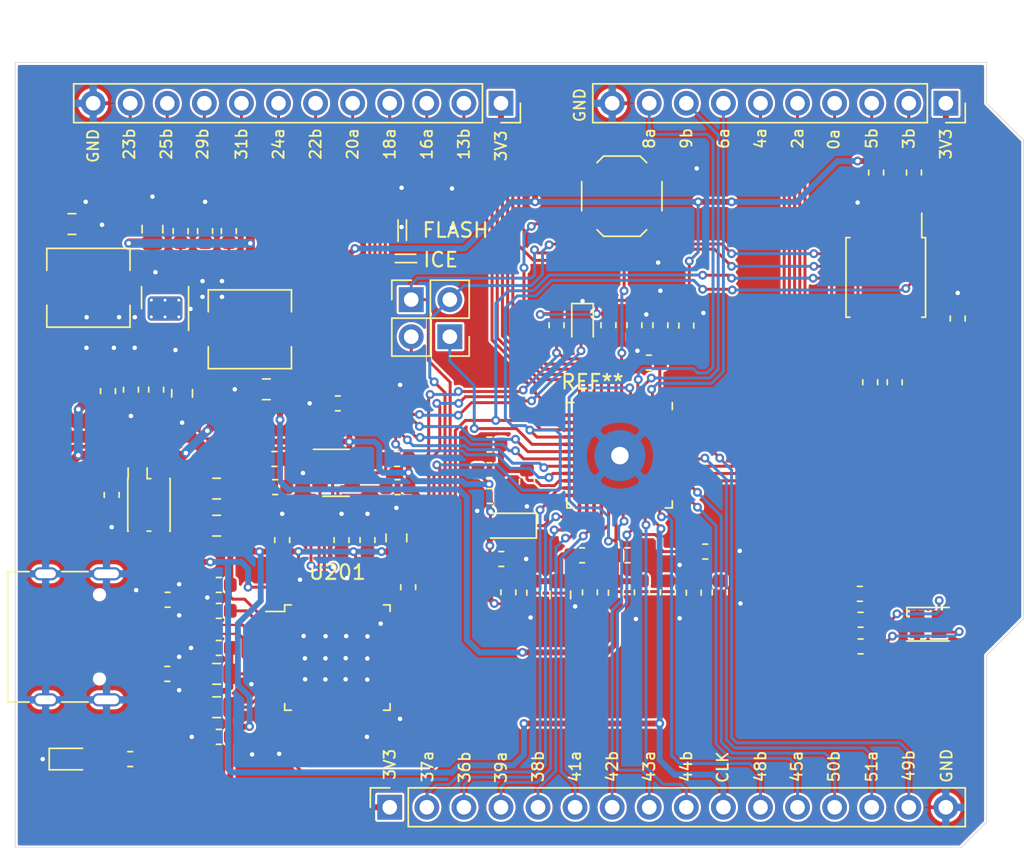
<source format=kicad_pcb>
(kicad_pcb (version 20171130) (host pcbnew 5.1.4)
  (layers (0 F.Cu signal) (31 B.Cu signal) (34 B.Paste user) (35 F.Paste user) (36 B.SilkS user) (37 F.SilkS user) (38 B.Mask user) (39 F.Mask user) (44 Edge.Cuts user))
  (net 0 "")
  (net 1 "Net-(C201-Pad1)")
  (net 2 GND)
  (net 3 "Net-(C203-Pad1)")
  (net 4 +3V3)
  (net 5 "Net-(C210-Pad1)")
  (net 6 +5V)
  (net 7 +1V2)
  (net 8 VCCIO0)
  (net 9 VCCIO1)
  (net 10 VCCIO2)
  (net 11 "Net-(C410-Pad1)")
  (net 12 "Net-(C414-Pad1)")
  (net 13 "Net-(D201-Pad2)")
  (net 14 "Net-(D401-Pad1)")
  (net 15 /ICE/CDONE)
  (net 16 "Net-(D601-Pad1)")
  (net 17 "Net-(D601-Pad2)")
  (net 18 "Net-(D601-Pad3)")
  (net 19 "Net-(J201-PadA5)")
  (net 20 "Net-(J201-PadB5)")
  (net 21 "Net-(J401-Pad6)")
  (net 22 "Net-(J401-Pad7)")
  (net 23 "Net-(J401-Pad8)")
  (net 24 /USB/12MHz)
  (net 25 "Net-(J402-Pad2)")
  (net 26 "Net-(J402-Pad3)")
  (net 27 "Net-(J402-Pad4)")
  (net 28 "Net-(J402-Pad5)")
  (net 29 "Net-(J402-Pad6)")
  (net 30 /ICE/ICE_SPI_MISO)
  (net 31 /SPI/FLASH_MOSI)
  (net 32 /ICE/ICE_SPI_MOSI)
  (net 33 /SPI/FLASH_MISO)
  (net 34 "Net-(L301-Pad1)")
  (net 35 "Net-(L302-Pad1)")
  (net 36 "Net-(R204-Pad1)")
  (net 37 "Net-(R205-Pad1)")
  (net 38 /USB/ECS)
  (net 39 /USB/ECLK)
  (net 40 "Net-(R208-Pad1)")
  (net 41 /USB/EDATA)
  (net 42 "Net-(R301-Pad1)")
  (net 43 "Net-(R303-Pad1)")
  (net 44 "Net-(R304-Pad1)")
  (net 45 "Net-(R305-Pad1)")
  (net 46 "Net-(R405-Pad2)")
  (net 47 /ICE/CRESET)
  (net 48 /SPI/FLASH_CS)
  (net 49 /SPI/FLASH_CLK)
  (net 50 "Net-(R503-Pad2)")
  (net 51 "Net-(R504-Pad2)")
  (net 52 /RGB_LED/LED_R)
  (net 53 /RGB_LED/LED_G)
  (net 54 /RGB_LED/LED_B)
  (net 55 /USB/D-)
  (net 56 /USB/D+)
  (net 57 /ICE/IOT_37a)
  (net 58 /ICE/IOT_36b)
  (net 59 /ICE/IOT_39a)
  (net 60 /ICE/IOT_38b)
  (net 61 /ICE/IOT_49a)
  (net 62 /ICE/IOT_48b)
  (net 63 /ICE/IOT_51a)
  (net 64 /ICE/IOT_50b)
  (net 65 /ICE/IOT_44b)
  (net 66 /ICE/IOT_45a)
  (net 67 /ICE/IOB_3b)
  (net 68 /ICE/IOB_5b)
  (net 69 /ICE/IOB_0a)
  (net 70 /ICE/IOB_2a)
  (net 71 /ICE/IOB_4a)
  (net 72 /ICE/IOB_6a)
  (net 73 /ICE/IOB_9b)
  (net 74 /ICE/IOB_8a)
  (net 75 /ICE/IOB_24a)
  (net 76 /ICE/IOB_31b)
  (net 77 /ICE/IOB_29b)
  (net 78 /ICE/IOB_25b)
  (net 79 /ICE/IOB_23b)
  (module Connector_Wire:SolderWirePad_1x01_Drill1.2mm (layer F.Cu) (at 159.02432 102.1334)
    (fp_text reference REF** (at -1.88468 -5.0546) (layer F.SilkS))
    (fp_text value SolderWirePad_1x01_Drill1.2mm)
    (pad 1 thru_hole circle (at 0 0) (size 3.50012 3.50012) (drill 1.19888) (layers *.Cu *.Mask) (net 2 GND))
  )
  (module Package_QFP:LQFP-48_7x7mm_P0.5mm (layer F.Cu) (at 139.66952 115.9764)
    (fp_text reference U201 (at 0 -5.85) (layer F.SilkS))
    (fp_text value FT232H)
    (pad 1 smd roundrect (at -4.1625 -2.75) (size 1.475 0.3) (layers F.Cu F.Paste F.Mask) (net 24 /USB/12MHz))
    (pad 2 smd roundrect (at -4.1625 -2.25) (size 1.475 0.3) (layers F.Cu F.Paste F.Mask))
    (pad 3 smd roundrect (at -4.1625 -1.75) (size 1.475 0.3) (layers F.Cu F.Paste F.Mask) (net 3 "Net-(C203-Pad1)"))
    (pad 4 smd roundrect (at -4.1625 -1.25) (size 1.475 0.3) (layers F.Cu F.Paste F.Mask) (net 2 GND))
    (pad 5 smd roundrect (at -4.1625 -0.75) (size 1.475 0.3) (layers F.Cu F.Paste F.Mask) (net 37 "Net-(R205-Pad1)"))
    (pad 6 smd roundrect (at -4.1625 -0.25) (size 1.475 0.3) (layers F.Cu F.Paste F.Mask) (net 55 /USB/D-))
    (pad 7 smd roundrect (at -4.1625 0.25) (size 1.475 0.3) (layers F.Cu F.Paste F.Mask) (net 56 /USB/D+))
    (pad 8 smd roundrect (at -4.1625 0.75) (size 1.475 0.3) (layers F.Cu F.Paste F.Mask) (net 1 "Net-(C201-Pad1)"))
    (pad 9 smd roundrect (at -4.1625 1.25) (size 1.475 0.3) (layers F.Cu F.Paste F.Mask) (net 2 GND))
    (pad 10 smd roundrect (at -4.1625 1.75) (size 1.475 0.3) (layers F.Cu F.Paste F.Mask) (net 2 GND))
    (pad 11 smd roundrect (at -4.1625 2.25) (size 1.475 0.3) (layers F.Cu F.Paste F.Mask) (net 2 GND))
    (pad 12 smd roundrect (at -4.1625 2.75) (size 1.475 0.3) (layers F.Cu F.Paste F.Mask) (net 4 +3V3))
    (pad 13 smd roundrect (at -2.75 4.1625) (size 0.3 1.475) (layers F.Cu F.Paste F.Mask) (net 49 /SPI/FLASH_CLK))
    (pad 14 smd roundrect (at -2.25 4.1625) (size 0.3 1.475) (layers F.Cu F.Paste F.Mask) (net 31 /SPI/FLASH_MOSI))
    (pad 15 smd roundrect (at -1.75 4.1625) (size 0.3 1.475) (layers F.Cu F.Paste F.Mask) (net 33 /SPI/FLASH_MISO))
    (pad 16 smd roundrect (at -1.25 4.1625) (size 0.3 1.475) (layers F.Cu F.Paste F.Mask))
    (pad 17 smd roundrect (at -0.75 4.1625) (size 0.3 1.475) (layers F.Cu F.Paste F.Mask) (net 48 /SPI/FLASH_CS))
    (pad 18 smd roundrect (at -0.25 4.1625) (size 0.3 1.475) (layers F.Cu F.Paste F.Mask))
    (pad 19 smd roundrect (at 0.25 4.1625) (size 0.3 1.475) (layers F.Cu F.Paste F.Mask) (net 15 /ICE/CDONE))
    (pad 20 smd roundrect (at 0.75 4.1625) (size 0.3 1.475) (layers F.Cu F.Paste F.Mask) (net 47 /ICE/CRESET))
    (pad 21 smd roundrect (at 1.25 4.1625) (size 0.3 1.475) (layers F.Cu F.Paste F.Mask))
    (pad 22 smd roundrect (at 1.75 4.1625) (size 0.3 1.475) (layers F.Cu F.Paste F.Mask) (net 2 GND))
    (pad 23 smd roundrect (at 2.25 4.1625) (size 0.3 1.475) (layers F.Cu F.Paste F.Mask) (net 2 GND))
    (pad 24 smd roundrect (at 2.75 4.1625) (size 0.3 1.475) (layers F.Cu F.Paste F.Mask) (net 4 +3V3))
    (pad 25 smd roundrect (at 4.1625 2.75) (size 1.475 0.3) (layers F.Cu F.Paste F.Mask))
    (pad 26 smd roundrect (at 4.1625 2.25) (size 1.475 0.3) (layers F.Cu F.Paste F.Mask))
    (pad 27 smd roundrect (at 4.1625 1.75) (size 1.475 0.3) (layers F.Cu F.Paste F.Mask))
    (pad 28 smd roundrect (at 4.1625 1.25) (size 1.475 0.3) (layers F.Cu F.Paste F.Mask))
    (pad 29 smd roundrect (at 4.1625 0.75) (size 1.475 0.3) (layers F.Cu F.Paste F.Mask))
    (pad 30 smd roundrect (at 4.1625 0.25) (size 1.475 0.3) (layers F.Cu F.Paste F.Mask))
    (pad 31 smd roundrect (at 4.1625 -0.25) (size 1.475 0.3) (layers F.Cu F.Paste F.Mask))
    (pad 32 smd roundrect (at 4.1625 -0.75) (size 1.475 0.3) (layers F.Cu F.Paste F.Mask))
    (pad 33 smd roundrect (at 4.1625 -1.25) (size 1.475 0.3) (layers F.Cu F.Paste F.Mask))
    (pad 34 smd roundrect (at 4.1625 -1.75) (size 1.475 0.3) (layers F.Cu F.Paste F.Mask) (net 36 "Net-(R204-Pad1)"))
    (pad 35 smd roundrect (at 4.1625 -2.25) (size 1.475 0.3) (layers F.Cu F.Paste F.Mask) (net 2 GND))
    (pad 36 smd roundrect (at 4.1625 -2.75) (size 1.475 0.3) (layers F.Cu F.Paste F.Mask) (net 2 GND))
    (pad 37 smd roundrect (at 2.75 -4.1625) (size 0.3 1.475) (layers F.Cu F.Paste F.Mask) (net 5 "Net-(C210-Pad1)"))
    (pad 38 smd roundrect (at 2.25 -4.1625) (size 0.3 1.475) (layers F.Cu F.Paste F.Mask) (net 4 +3V3))
    (pad 39 smd roundrect (at 1.75 -4.1625) (size 0.3 1.475) (layers F.Cu F.Paste F.Mask) (net 4 +3V3))
    (pad 40 smd roundrect (at 1.25 -4.1625) (size 0.3 1.475) (layers F.Cu F.Paste F.Mask) (net 4 +3V3))
    (pad 41 smd roundrect (at 0.75 -4.1625) (size 0.3 1.475) (layers F.Cu F.Paste F.Mask) (net 2 GND))
    (pad 42 smd roundrect (at 0.25 -4.1625) (size 0.3 1.475) (layers F.Cu F.Paste F.Mask) (net 2 GND))
    (pad 43 smd roundrect (at -0.25 -4.1625) (size 0.3 1.475) (layers F.Cu F.Paste F.Mask) (net 41 /USB/EDATA))
    (pad 44 smd roundrect (at -0.75 -4.1625) (size 0.3 1.475) (layers F.Cu F.Paste F.Mask) (net 39 /USB/ECLK))
    (pad 45 smd roundrect (at -1.25 -4.1625) (size 0.3 1.475) (layers F.Cu F.Paste F.Mask) (net 38 /USB/ECS))
    (pad 46 smd roundrect (at -1.75 -4.1625) (size 0.3 1.475) (layers F.Cu F.Paste F.Mask) (net 4 +3V3))
    (pad 47 smd roundrect (at -2.25 -4.1625) (size 0.3 1.475) (layers F.Cu F.Paste F.Mask) (net 2 GND))
    (pad 48 smd roundrect (at -2.75 -4.1625) (size 0.3 1.475) (layers F.Cu F.Paste F.Mask) (net 2 GND))
  )
  (module Capacitor_SMD:C_0805_2012Metric (layer F.Cu) (at 131.3965 117.094 180)
    (fp_text reference C201 hide)
    (fp_text value 4.7uF hide)
    (pad 1 smd roundrect (at -0.9375 0 180) (size 0.975 1.4) (layers F.Cu F.Paste F.Mask) (net 1 "Net-(C201-Pad1)"))
    (pad 2 smd roundrect (at 0.9375 0 180) (size 0.975 1.4) (layers F.Cu F.Paste F.Mask) (net 2 GND))
  )
  (module Capacitor_SMD:C_0603_1608Metric (layer F.Cu) (at 131.5465 115.316 180)
    (fp_text reference C202 hide)
    (fp_text value 0.1uF hide)
    (pad 2 smd roundrect (at 0.7875 0 180) (size 0.875 0.95) (layers F.Cu F.Paste F.Mask) (net 2 GND))
    (pad 1 smd roundrect (at -0.7875 0 180) (size 0.875 0.95) (layers F.Cu F.Paste F.Mask) (net 1 "Net-(C201-Pad1)"))
  )
  (module Capacitor_SMD:C_0805_2012Metric (layer F.Cu) (at 131.3965 106.934 180)
    (fp_text reference C203 hide)
    (fp_text value 4.7uF hide)
    (pad 2 smd roundrect (at 0.9375 0 180) (size 0.975 1.4) (layers F.Cu F.Paste F.Mask) (net 2 GND))
    (pad 1 smd roundrect (at -0.9375 0 180) (size 0.975 1.4) (layers F.Cu F.Paste F.Mask) (net 3 "Net-(C203-Pad1)"))
  )
  (module Capacitor_SMD:C_0603_1608Metric (layer F.Cu) (at 131.5465 110.998 180)
    (fp_text reference C204 hide)
    (fp_text value 0.1uF hide)
    (pad 1 smd roundrect (at -0.7875 0 180) (size 0.875 0.95) (layers F.Cu F.Paste F.Mask) (net 3 "Net-(C203-Pad1)"))
    (pad 2 smd roundrect (at 0.7875 0 180) (size 0.875 0.95) (layers F.Cu F.Paste F.Mask) (net 2 GND))
  )
  (module Capacitor_SMD:C_0603_1608Metric (layer F.Cu) (at 131.5465 121.412 180)
    (fp_text reference C206 hide)
    (fp_text value 0.1uF hide)
    (pad 2 smd roundrect (at 0.7875 0 180) (size 0.875 0.95) (layers F.Cu F.Paste F.Mask) (net 2 GND))
    (pad 1 smd roundrect (at -0.7875 0 180) (size 0.875 0.95) (layers F.Cu F.Paste F.Mask) (net 4 +3V3))
  )
  (module Capacitor_SMD:C_0603_1608Metric (layer F.Cu) (at 135.89 107.9245 90)
    (fp_text reference C207 hide)
    (fp_text value 0.1uF hide)
    (pad 2 smd roundrect (at 0.7875 0 90) (size 0.875 0.95) (layers F.Cu F.Paste F.Mask) (net 2 GND))
    (pad 1 smd roundrect (at -0.7875 0 90) (size 0.875 0.95) (layers F.Cu F.Paste F.Mask) (net 4 +3V3))
  )
  (module Capacitor_SMD:C_0805_2012Metric (layer F.Cu) (at 143.7132 107.7745 90)
    (fp_text reference C208 hide)
    (fp_text value 4.7uF hide)
    (pad 1 smd roundrect (at -0.9375 0 90) (size 0.975 1.4) (layers F.Cu F.Paste F.Mask) (net 4 +3V3))
    (pad 2 smd roundrect (at 0.9375 0 90) (size 0.975 1.4) (layers F.Cu F.Paste F.Mask) (net 2 GND))
  )
  (module Capacitor_SMD:C_0603_1608Metric (layer F.Cu) (at 139.954 107.9245 90)
    (fp_text reference C209 hide)
    (fp_text value 0.1uF hide)
    (pad 1 smd roundrect (at -0.7875 0 90) (size 0.875 0.95) (layers F.Cu F.Paste F.Mask) (net 4 +3V3))
    (pad 2 smd roundrect (at 0.7875 0 90) (size 0.875 0.95) (layers F.Cu F.Paste F.Mask) (net 2 GND))
  )
  (module Capacitor_SMD:C_0603_1608Metric (layer F.Cu) (at 141.732 107.9245 90)
    (fp_text reference C210 hide)
    (fp_text value 0.1uF hide)
    (pad 1 smd roundrect (at -0.7875 0 90) (size 0.875 0.95) (layers F.Cu F.Paste F.Mask) (net 5 "Net-(C210-Pad1)"))
    (pad 2 smd roundrect (at 0.7875 0 90) (size 0.875 0.95) (layers F.Cu F.Paste F.Mask) (net 2 GND))
  )
  (module Capacitor_SMD:C_0603_1608Metric (layer F.Cu) (at 139.7 98.552 180)
    (fp_text reference C211 hide)
    (fp_text value 0.1uF hide)
    (pad 2 smd roundrect (at 0.7875 0 180) (size 0.875 0.95) (layers F.Cu F.Paste F.Mask) (net 2 GND))
    (pad 1 smd roundrect (at -0.7875 0 180) (size 0.875 0.95) (layers F.Cu F.Paste F.Mask) (net 4 +3V3))
  )
  (module Capacitor_SMD:C_0603_1608Metric (layer F.Cu) (at 124.206 104.8259 90)
    (fp_text reference C212 hide)
    (fp_text value 0.1uF hide)
    (pad 2 smd roundrect (at 0.7875 0 90) (size 0.875 0.95) (layers F.Cu F.Paste F.Mask) (net 4 +3V3))
    (pad 1 smd roundrect (at -0.7875 0 90) (size 0.875 0.95) (layers F.Cu F.Paste F.Mask) (net 2 GND))
  )
  (module Capacitor_SMD:C_0805_2012Metric (layer F.Cu) (at 121.4859 86.2584)
    (fp_text reference C301 hide)
    (fp_text value 22uF hide)
    (pad 2 smd roundrect (at 0.9375 0) (size 0.975 1.4) (layers F.Cu F.Paste F.Mask) (net 2 GND))
    (pad 1 smd roundrect (at -0.9375 0) (size 0.975 1.4) (layers F.Cu F.Paste F.Mask) (net 4 +3V3))
  )
  (module Capacitor_SMD:C_0805_2012Metric (layer F.Cu) (at 129.032 97.8639 270)
    (fp_text reference C302 hide)
    (fp_text value 4.7uF hide)
    (pad 2 smd roundrect (at 0.9375 0 270) (size 0.975 1.4) (layers F.Cu F.Paste F.Mask) (net 2 GND))
    (pad 1 smd roundrect (at -0.9375 0 270) (size 0.975 1.4) (layers F.Cu F.Paste F.Mask) (net 6 +5V))
  )
  (module Capacitor_SMD:C_0805_2012Metric (layer F.Cu) (at 127 86.614 90)
    (fp_text reference C303 hide)
    (fp_text value 4.7uF hide)
    (pad 1 smd roundrect (at -0.9375 0 90) (size 0.975 1.4) (layers F.Cu F.Paste F.Mask) (net 6 +5V))
    (pad 2 smd roundrect (at 0.9375 0 90) (size 0.975 1.4) (layers F.Cu F.Paste F.Mask) (net 2 GND))
  )
  (module Capacitor_SMD:C_0805_2012Metric (layer F.Cu) (at 134.8001 97.5868 180)
    (fp_text reference C304 hide)
    (fp_text value 22uF hide)
    (pad 1 smd roundrect (at -0.9375 0 180) (size 0.975 1.4) (layers F.Cu F.Paste F.Mask) (net 7 +1V2))
    (pad 2 smd roundrect (at 0.9375 0 180) (size 0.975 1.4) (layers F.Cu F.Paste F.Mask) (net 2 GND))
  )
  (module Capacitor_SMD:C_0603_1608Metric (layer F.Cu) (at 165.862 111.506 270)
    (fp_text reference C401 hide)
    (fp_text value 1uF hide)
    (pad 2 smd roundrect (at 0.7875 0 270) (size 0.875 0.95) (layers F.Cu F.Paste F.Mask) (net 2 GND))
    (pad 1 smd roundrect (at -0.7875 0 270) (size 0.875 0.95) (layers F.Cu F.Paste F.Mask) (net 8 VCCIO0))
  )
  (module Capacitor_SMD:C_0603_1608Metric (layer F.Cu) (at 162.306 111.506 270)
    (fp_text reference C402 hide)
    (fp_text value 0.1uF hide)
    (pad 2 smd roundrect (at 0.7875 0 270) (size 0.875 0.95) (layers F.Cu F.Paste F.Mask) (net 2 GND))
    (pad 1 smd roundrect (at -0.7875 0 270) (size 0.875 0.95) (layers F.Cu F.Paste F.Mask) (net 8 VCCIO0))
  )
  (module Capacitor_SMD:C_0603_1608Metric (layer F.Cu) (at 164.8715 108.712)
    (fp_text reference C403 hide)
    (fp_text value 10nF hide)
    (pad 1 smd roundrect (at -0.7875 0) (size 0.875 0.95) (layers F.Cu F.Paste F.Mask) (net 8 VCCIO0))
    (pad 2 smd roundrect (at 0.7875 0) (size 0.875 0.95) (layers F.Cu F.Paste F.Mask) (net 2 GND))
  )
  (module Capacitor_SMD:C_0603_1608Metric (layer F.Cu) (at 152.654 103.9115 270)
    (fp_text reference C404 hide)
    (fp_text value 10nF hide)
    (pad 1 smd roundrect (at -0.7875 0 270) (size 0.875 0.95) (layers F.Cu F.Paste F.Mask) (net 9 VCCIO1))
    (pad 2 smd roundrect (at 0.7875 0 270) (size 0.875 0.95) (layers F.Cu F.Paste F.Mask) (net 2 GND))
  )
  (module Capacitor_SMD:C_0603_1608Metric (layer F.Cu) (at 150.0885 101.3715 180)
    (fp_text reference C405 hide)
    (fp_text value 0.1uF hide)
    (pad 2 smd roundrect (at 0.7875 0 180) (size 0.875 0.95) (layers F.Cu F.Paste F.Mask) (net 2 GND))
    (pad 1 smd roundrect (at -0.7875 0 180) (size 0.875 0.95) (layers F.Cu F.Paste F.Mask) (net 9 VCCIO1))
  )
  (module Capacitor_SMD:C_0603_1608Metric (layer F.Cu) (at 150.114 104.902 180)
    (fp_text reference C406 hide)
    (fp_text value 1uF hide)
    (pad 1 smd roundrect (at -0.7875 0 180) (size 0.875 0.95) (layers F.Cu F.Paste F.Mask) (net 9 VCCIO1))
    (pad 2 smd roundrect (at 0.7875 0 180) (size 0.875 0.95) (layers F.Cu F.Paste F.Mask) (net 2 GND))
  )
  (module Capacitor_SMD:C_0603_1608Metric (layer F.Cu) (at 161.0105 95.758 180)
    (fp_text reference C407 hide)
    (fp_text value 10nF hide)
    (pad 1 smd roundrect (at -0.7875 0 180) (size 0.875 0.95) (layers F.Cu F.Paste F.Mask) (net 10 VCCIO2))
    (pad 2 smd roundrect (at 0.7875 0 180) (size 0.875 0.95) (layers F.Cu F.Paste F.Mask) (net 2 GND))
  )
  (module Capacitor_SMD:C_0603_1608Metric (layer F.Cu) (at 163.576 93.218 90)
    (fp_text reference C408 hide)
    (fp_text value 0.1uF hide)
    (pad 2 smd roundrect (at 0.7875 0 90) (size 0.875 0.95) (layers F.Cu F.Paste F.Mask) (net 2 GND))
    (pad 1 smd roundrect (at -0.7875 0 90) (size 0.875 0.95) (layers F.Cu F.Paste F.Mask) (net 10 VCCIO2))
  )
  (module Capacitor_SMD:C_0603_1608Metric (layer F.Cu) (at 160.02 93.1925 90)
    (fp_text reference C409 hide)
    (fp_text value 1uF hide)
    (pad 1 smd roundrect (at -0.7875 0 90) (size 0.875 0.95) (layers F.Cu F.Paste F.Mask) (net 10 VCCIO2))
    (pad 2 smd roundrect (at 0.7875 0 90) (size 0.875 0.95) (layers F.Cu F.Paste F.Mask) (net 2 GND))
  )
  (module Capacitor_SMD:C_0603_1608Metric (layer F.Cu) (at 159.5375 108.966)
    (fp_text reference C410 hide)
    (fp_text value 10nF hide)
    (pad 2 smd roundrect (at 0.7875 0) (size 0.875 0.95) (layers F.Cu F.Paste F.Mask) (net 2 GND))
    (pad 1 smd roundrect (at -0.7875 0) (size 0.875 0.95) (layers F.Cu F.Paste F.Mask) (net 11 "Net-(C410-Pad1)"))
  )
  (module Capacitor_SMD:C_0603_1608Metric (layer F.Cu) (at 160.528 111.506 270)
    (fp_text reference C411 hide)
    (fp_text value 0.1uF hide)
    (pad 1 smd roundrect (at -0.7875 0 270) (size 0.875 0.95) (layers F.Cu F.Paste F.Mask) (net 11 "Net-(C410-Pad1)"))
    (pad 2 smd roundrect (at 0.7875 0 270) (size 0.875 0.95) (layers F.Cu F.Paste F.Mask) (net 2 GND))
  )
  (module Capacitor_SMD:C_0603_1608Metric (layer F.Cu) (at 156.972 111.506 270)
    (fp_text reference C412 hide)
    (fp_text value 1uF hide)
    (pad 2 smd roundrect (at 0.7875 0 270) (size 0.875 0.95) (layers F.Cu F.Paste F.Mask) (net 2 GND))
    (pad 1 smd roundrect (at -0.7875 0 270) (size 0.875 0.95) (layers F.Cu F.Paste F.Mask) (net 11 "Net-(C410-Pad1)"))
  )
  (module Capacitor_SMD:C_0603_1608Metric (layer F.Cu) (at 150.9015 109.22)
    (fp_text reference C413 hide)
    (fp_text value 0.1uF hide)
    (pad 1 smd roundrect (at -0.7875 0) (size 0.875 0.95) (layers F.Cu F.Paste F.Mask) (net 4 +3V3))
    (pad 2 smd roundrect (at 0.7875 0) (size 0.875 0.95) (layers F.Cu F.Paste F.Mask) (net 2 GND))
  )
  (module Capacitor_SMD:C_0603_1608Metric (layer F.Cu) (at 153.162 111.5315 270)
    (fp_text reference C414 hide)
    (fp_text value 0.1uF hide)
    (pad 2 smd roundrect (at 0.7875 0 270) (size 0.875 0.95) (layers F.Cu F.Paste F.Mask) (net 2 GND))
    (pad 1 smd roundrect (at -0.7875 0 270) (size 0.875 0.95) (layers F.Cu F.Paste F.Mask) (net 12 "Net-(C414-Pad1)"))
  )
  (module Capacitor_SMD:C_0805_2012Metric (layer F.Cu) (at 154.94 111.6815 270)
    (fp_text reference C415 hide)
    (fp_text value 10uF hide)
    (pad 2 smd roundrect (at 0.9375 0 270) (size 0.975 1.4) (layers F.Cu F.Paste F.Mask) (net 2 GND))
    (pad 1 smd roundrect (at -0.9375 0 270) (size 0.975 1.4) (layers F.Cu F.Paste F.Mask) (net 12 "Net-(C414-Pad1)"))
  )
  (module Capacitor_SMD:C_0603_1608Metric (layer F.Cu) (at 182.1688 92.7353 90)
    (fp_text reference C501 hide)
    (fp_text value 0.1uF hide)
    (pad 1 smd roundrect (at -0.7875 0 90) (size 0.875 0.95) (layers F.Cu F.Paste F.Mask) (net 4 +3V3))
    (pad 2 smd roundrect (at 0.7875 0 90) (size 0.875 0.95) (layers F.Cu F.Paste F.Mask) (net 2 GND))
  )
  (module LED_SMD:LED_0603_1608Metric (layer F.Cu) (at 121.412 122.936)
    (fp_text reference D201 hide)
    (fp_text value LED hide)
    (pad 2 smd roundrect (at 0.7875 0) (size 0.875 0.95) (layers F.Cu F.Paste F.Mask) (net 13 "Net-(D201-Pad2)"))
    (pad 1 smd roundrect (at -0.7875 0) (size 0.875 0.95) (layers F.Cu F.Paste F.Mask) (net 2 GND))
  )
  (module Diode_SMD:D_SOD-323_HandSoldering (layer F.Cu) (at 151.404 106.934 180)
    (fp_text reference D401 hide)
    (fp_text value SS14 hide)
    (pad 1 smd rect (at -1.25 0 180) (size 1 1) (layers F.Cu F.Paste F.Mask) (net 14 "Net-(D401-Pad1)"))
    (pad 2 smd rect (at 1.25 0 180) (size 1 1) (layers F.Cu F.Paste F.Mask) (net 4 +3V3))
  )
  (module LED_SMD:LED_0603_1608Metric (layer F.Cu) (at 156.464 93.1925 270)
    (fp_text reference D402 hide)
    (fp_text value LED hide)
    (pad 1 smd roundrect (at -0.7875 0 270) (size 0.875 0.95) (layers F.Cu F.Paste F.Mask) (net 2 GND))
    (pad 2 smd roundrect (at 0.7875 0 270) (size 0.875 0.95) (layers F.Cu F.Paste F.Mask) (net 15 /ICE/CDONE))
  )
  (module LED_SMD:LED_Cree-PLCC4_2x2mm_CW (layer F.Cu) (at 180.1368 113.6904)
    (fp_text reference D601 hide)
    (fp_text value LED_RGBA hide)
    (pad 1 smd rect (at -0.75 -0.55) (size 1 0.8) (layers F.Cu F.Paste F.Mask) (net 16 "Net-(D601-Pad1)"))
    (pad 2 smd rect (at 0.75 -0.55) (size 1 0.8) (layers F.Cu F.Paste F.Mask) (net 17 "Net-(D601-Pad2)"))
    (pad 3 smd rect (at 0.75 0.55) (size 1 0.8) (layers F.Cu F.Paste F.Mask) (net 18 "Net-(D601-Pad3)"))
    (pad 4 smd rect (at -0.75 0.55) (size 1 0.8) (layers F.Cu F.Paste F.Mask) (net 4 +3V3))
  )
  (module Inductor_SMD:L_0805_2012Metric (layer F.Cu) (at 131.3965 119.38)
    (fp_text reference FB201 hide)
    (fp_text value "600R 0.5A" hide)
    (pad 2 smd roundrect (at 0.9375 0) (size 0.975 1.4) (layers F.Cu F.Paste F.Mask) (net 4 +3V3))
    (pad 1 smd roundrect (at -0.9375 0) (size 0.975 1.4) (layers F.Cu F.Paste F.Mask) (net 1 "Net-(C201-Pad1)"))
  )
  (module Inductor_SMD:L_0805_2012Metric (layer F.Cu) (at 131.3965 104.394 180)
    (fp_text reference FB202 hide)
    (fp_text value "600R 0.5A" hide)
    (pad 1 smd roundrect (at -0.9375 0 180) (size 0.975 1.4) (layers F.Cu F.Paste F.Mask) (net 3 "Net-(C203-Pad1)"))
    (pad 2 smd roundrect (at 0.9375 0 180) (size 0.975 1.4) (layers F.Cu F.Paste F.Mask) (net 4 +3V3))
  )
  (module Connector_USB:USB_C_Receptacle_Palconn_UTC16-G (layer F.Cu) (at 121.92 114.554 270)
    (fp_text reference J201 hide)
    (fp_text value USB_C_Receptacle hide)
    (pad S1 thru_hole oval (at -4.32 -1.93) (size 2 0.9) (drill oval 1.7 0.6) (layers *.Cu *.Mask) (net 2 GND))
    (pad S1 thru_hole oval (at 4.32 -1.93) (size 2 0.9) (drill oval 1.7 0.6) (layers *.Cu *.Mask) (net 2 GND))
    (pad S1 thru_hole oval (at -4.32 2.24) (size 1.7 0.9) (drill oval 1.4 0.6) (layers *.Cu *.Mask) (net 2 GND))
    (pad S1 thru_hole oval (at 4.32 2.24) (size 1.7 0.9) (drill oval 1.4 0.6) (layers *.Cu *.Mask) (net 2 GND))
    (pad B7 smd rect (at -0.75 -2.51 90) (size 0.3 1.16) (layers F.Cu F.Paste F.Mask) (net 55 /USB/D-))
    (pad A6 smd rect (at -0.25 -2.51 90) (size 0.3 1.16) (layers F.Cu F.Paste F.Mask) (net 56 /USB/D+))
    (pad A7 smd rect (at 0.25 -2.51 90) (size 0.3 1.16) (layers F.Cu F.Paste F.Mask) (net 55 /USB/D-))
    (pad B8 smd rect (at -1.75 -2.51 90) (size 0.3 1.16) (layers F.Cu F.Paste F.Mask))
    (pad A5 smd rect (at -1.25 -2.51 90) (size 0.3 1.16) (layers F.Cu F.Paste F.Mask) (net 19 "Net-(J201-PadA5)"))
    (pad A8 smd rect (at 1.25 -2.51 90) (size 0.3 1.16) (layers F.Cu F.Paste F.Mask))
    (pad B6 smd rect (at 0.75 -2.51 90) (size 0.3 1.16) (layers F.Cu F.Paste F.Mask) (net 56 /USB/D+))
    (pad B5 smd rect (at 1.75 -2.51 90) (size 0.3 1.16) (layers F.Cu F.Paste F.Mask) (net 20 "Net-(J201-PadB5)"))
    (pad "" np_thru_hole circle (at 2.89 -1.45 90) (size 0.6 0.6) (drill 0.6) (layers *.Cu *.Mask))
    (pad "" np_thru_hole circle (at -2.89 -1.45 90) (size 0.6 0.6) (drill 0.6) (layers *.Cu *.Mask))
    (pad A4 smd rect (at -2.4 -2.51 270) (size 0.6 1.16) (layers F.Cu F.Paste F.Mask) (net 6 +5V))
    (pad B9 smd rect (at -2.4 -2.51 270) (size 0.6 1.16) (layers F.Cu F.Paste F.Mask) (net 6 +5V))
    (pad A1 smd rect (at -3.2 -2.51 270) (size 0.6 1.16) (layers F.Cu F.Paste F.Mask) (net 2 GND))
    (pad B12 smd rect (at -3.2 -2.51 270) (size 0.6 1.16) (layers F.Cu F.Paste F.Mask) (net 2 GND))
    (pad B4 smd rect (at 2.4 -2.51 270) (size 0.6 1.16) (layers F.Cu F.Paste F.Mask) (net 6 +5V))
    (pad B1 smd rect (at 3.2 -2.51 270) (size 0.6 1.16) (layers F.Cu F.Paste F.Mask) (net 2 GND))
    (pad A9 smd rect (at 2.4 -2.51 270) (size 0.6 1.16) (layers F.Cu F.Paste F.Mask) (net 6 +5V))
    (pad A12 smd rect (at 3.2 -2.51 270) (size 0.6 1.16) (layers F.Cu F.Paste F.Mask) (net 2 GND))
  )
  (module Connector_PinSocket_2.54mm:PinSocket_1x16_P2.54mm_Vertical (layer F.Cu) (at 143.256 126.238 90)
    (fp_text reference J401 hide)
    (fp_text value Conn_01x16 hide)
    (pad 1 thru_hole rect (at 0 0 90) (size 1.7 1.7) (drill 1) (layers *.Cu *.Mask) (net 4 +3V3))
    (pad 2 thru_hole oval (at 0 2.54 90) (size 1.7 1.7) (drill 1) (layers *.Cu *.Mask) (net 57 /ICE/IOT_37a))
    (pad 3 thru_hole oval (at 0 5.08 90) (size 1.7 1.7) (drill 1) (layers *.Cu *.Mask) (net 58 /ICE/IOT_36b))
    (pad 4 thru_hole oval (at 0 7.62 90) (size 1.7 1.7) (drill 1) (layers *.Cu *.Mask) (net 59 /ICE/IOT_39a))
    (pad 5 thru_hole oval (at 0 10.16 90) (size 1.7 1.7) (drill 1) (layers *.Cu *.Mask) (net 60 /ICE/IOT_38b))
    (pad 6 thru_hole oval (at 0 12.7 90) (size 1.7 1.7) (drill 1) (layers *.Cu *.Mask) (net 21 "Net-(J401-Pad6)"))
    (pad 7 thru_hole oval (at 0 15.24 90) (size 1.7 1.7) (drill 1) (layers *.Cu *.Mask) (net 22 "Net-(J401-Pad7)"))
    (pad 8 thru_hole oval (at 0 17.78 90) (size 1.7 1.7) (drill 1) (layers *.Cu *.Mask) (net 23 "Net-(J401-Pad8)"))
    (pad 9 thru_hole oval (at 0 20.32 90) (size 1.7 1.7) (drill 1) (layers *.Cu *.Mask) (net 65 /ICE/IOT_44b))
    (pad 10 thru_hole oval (at 0 22.86 90) (size 1.7 1.7) (drill 1) (layers *.Cu *.Mask) (net 24 /USB/12MHz))
    (pad 11 thru_hole oval (at 0 25.4 90) (size 1.7 1.7) (drill 1) (layers *.Cu *.Mask) (net 62 /ICE/IOT_48b))
    (pad 12 thru_hole oval (at 0 27.94 90) (size 1.7 1.7) (drill 1) (layers *.Cu *.Mask) (net 66 /ICE/IOT_45a))
    (pad 13 thru_hole oval (at 0 30.48 90) (size 1.7 1.7) (drill 1) (layers *.Cu *.Mask) (net 64 /ICE/IOT_50b))
    (pad 14 thru_hole oval (at 0 33.02 90) (size 1.7 1.7) (drill 1) (layers *.Cu *.Mask) (net 63 /ICE/IOT_51a))
    (pad 15 thru_hole oval (at 0 35.56 90) (size 1.7 1.7) (drill 1) (layers *.Cu *.Mask) (net 61 /ICE/IOT_49a))
    (pad 16 thru_hole oval (at 0 38.1 90) (size 1.7 1.7) (drill 1) (layers *.Cu *.Mask) (net 2 GND))
  )
  (module Connector_PinSocket_2.54mm:PinSocket_1x12_P2.54mm_Vertical (layer F.Cu) (at 150.876 77.978 270)
    (fp_text reference J402 hide)
    (fp_text value Conn_01x12 hide)
    (pad 1 thru_hole rect (at 0 0 270) (size 1.7 1.7) (drill 1) (layers *.Cu *.Mask) (net 4 +3V3))
    (pad 2 thru_hole oval (at 0 2.54 270) (size 1.7 1.7) (drill 1) (layers *.Cu *.Mask) (net 25 "Net-(J402-Pad2)"))
    (pad 3 thru_hole oval (at 0 5.08 270) (size 1.7 1.7) (drill 1) (layers *.Cu *.Mask) (net 26 "Net-(J402-Pad3)"))
    (pad 4 thru_hole oval (at 0 7.62 270) (size 1.7 1.7) (drill 1) (layers *.Cu *.Mask) (net 27 "Net-(J402-Pad4)"))
    (pad 5 thru_hole oval (at 0 10.16 270) (size 1.7 1.7) (drill 1) (layers *.Cu *.Mask) (net 28 "Net-(J402-Pad5)"))
    (pad 6 thru_hole oval (at 0 12.7 270) (size 1.7 1.7) (drill 1) (layers *.Cu *.Mask) (net 29 "Net-(J402-Pad6)"))
    (pad 7 thru_hole oval (at 0 15.24 270) (size 1.7 1.7) (drill 1) (layers *.Cu *.Mask) (net 75 /ICE/IOB_24a))
    (pad 8 thru_hole oval (at 0 17.78 270) (size 1.7 1.7) (drill 1) (layers *.Cu *.Mask) (net 76 /ICE/IOB_31b))
    (pad 9 thru_hole oval (at 0 20.32 270) (size 1.7 1.7) (drill 1) (layers *.Cu *.Mask) (net 77 /ICE/IOB_29b))
    (pad 10 thru_hole oval (at 0 22.86 270) (size 1.7 1.7) (drill 1) (layers *.Cu *.Mask) (net 78 /ICE/IOB_25b))
    (pad 11 thru_hole oval (at 0 25.4 270) (size 1.7 1.7) (drill 1) (layers *.Cu *.Mask) (net 79 /ICE/IOB_23b))
    (pad 12 thru_hole oval (at 0 27.94 270) (size 1.7 1.7) (drill 1) (layers *.Cu *.Mask) (net 2 GND))
  )
  (module Connector_PinSocket_2.54mm:PinSocket_1x10_P2.54mm_Vertical (layer F.Cu) (at 181.356 77.978 270)
    (fp_text reference J403 hide)
    (fp_text value Conn_01x10 hide)
    (pad 1 thru_hole rect (at 0 0 270) (size 1.7 1.7) (drill 1) (layers *.Cu *.Mask) (net 4 +3V3))
    (pad 2 thru_hole oval (at 0 2.54 270) (size 1.7 1.7) (drill 1) (layers *.Cu *.Mask) (net 67 /ICE/IOB_3b))
    (pad 3 thru_hole oval (at 0 5.08 270) (size 1.7 1.7) (drill 1) (layers *.Cu *.Mask) (net 68 /ICE/IOB_5b))
    (pad 4 thru_hole oval (at 0 7.62 270) (size 1.7 1.7) (drill 1) (layers *.Cu *.Mask) (net 69 /ICE/IOB_0a))
    (pad 5 thru_hole oval (at 0 10.16 270) (size 1.7 1.7) (drill 1) (layers *.Cu *.Mask) (net 70 /ICE/IOB_2a))
    (pad 6 thru_hole oval (at 0 12.7 270) (size 1.7 1.7) (drill 1) (layers *.Cu *.Mask) (net 71 /ICE/IOB_4a))
    (pad 7 thru_hole oval (at 0 15.24 270) (size 1.7 1.7) (drill 1) (layers *.Cu *.Mask) (net 72 /ICE/IOB_6a))
    (pad 8 thru_hole oval (at 0 17.78 270) (size 1.7 1.7) (drill 1) (layers *.Cu *.Mask) (net 73 /ICE/IOB_9b))
    (pad 9 thru_hole oval (at 0 20.32 270) (size 1.7 1.7) (drill 1) (layers *.Cu *.Mask) (net 74 /ICE/IOB_8a))
    (pad 10 thru_hole oval (at 0 22.86 270) (size 1.7 1.7) (drill 1) (layers *.Cu *.Mask) (net 2 GND))
  )
  (module Connector_PinHeader_2.54mm:PinHeader_1x02_P2.54mm_Vertical (layer F.Cu) (at 144.7292 91.44)
    (fp_text reference JP101 hide)
    (fp_text value Jumper_NO_Small hide)
    (pad 2 thru_hole oval (at 0 2.54) (size 1.7 1.7) (drill 1) (layers *.Cu *.Mask) (net 30 /ICE/ICE_SPI_MISO))
    (pad 1 thru_hole rect (at 0 0) (size 1.7 1.7) (drill 1) (layers *.Cu *.Mask) (net 31 /SPI/FLASH_MOSI))
  )
  (module Connector_PinHeader_2.54mm:PinHeader_1x02_P2.54mm_Vertical (layer F.Cu) (at 147.3708 93.98 180)
    (fp_text reference JP102 hide)
    (fp_text value Jumper_NO_Small hide)
    (pad 1 thru_hole rect (at 0 0 180) (size 1.7 1.7) (drill 1) (layers *.Cu *.Mask) (net 32 /ICE/ICE_SPI_MOSI))
    (pad 2 thru_hole oval (at 0 2.54 180) (size 1.7 1.7) (drill 1) (layers *.Cu *.Mask) (net 33 /SPI/FLASH_MISO))
  )
  (module Inductor_SMD:L_Wuerth_HCI-5040 (layer F.Cu) (at 122.6132 90.6272 180)
    (fp_text reference L301 hide)
    (fp_text value CDRH3D16NP-2R2 hide)
    (pad 1 smd rect (at -2.05 0 180) (size 1.9 1.6) (layers F.Cu F.Paste F.Mask) (net 34 "Net-(L301-Pad1)"))
    (pad 2 smd rect (at 2.05 0 180) (size 1.9 1.6) (layers F.Cu F.Paste F.Mask) (net 4 +3V3))
  )
  (module Inductor_SMD:L_Wuerth_HCI-5040 (layer F.Cu) (at 133.6728 93.472)
    (fp_text reference L302 hide)
    (fp_text value CDRH3D16NP-2R2 hide)
    (pad 2 smd rect (at 2.05 0) (size 1.9 1.6) (layers F.Cu F.Paste F.Mask) (net 7 +1V2))
    (pad 1 smd rect (at -2.05 0) (size 1.9 1.6) (layers F.Cu F.Paste F.Mask) (net 35 "Net-(L302-Pad1)"))
  )
  (module Resistor_SMD:R_0603_1608Metric (layer F.Cu) (at 125.476 122.936)
    (fp_text reference R201 hide)
    (fp_text value 2K2 hide)
    (pad 1 smd roundrect (at -0.7875 0) (size 0.875 0.95) (layers F.Cu F.Paste F.Mask) (net 13 "Net-(D201-Pad2)"))
    (pad 2 smd roundrect (at 0.7875 0) (size 0.875 0.95) (layers F.Cu F.Paste F.Mask) (net 6 +5V))
  )
  (module Resistor_SMD:R_0603_1608Metric (layer F.Cu) (at 128.0415 112.014 180)
    (fp_text reference R202 hide)
    (fp_text value 5K1 hide)
    (pad 1 smd roundrect (at -0.7875 0 180) (size 0.875 0.95) (layers F.Cu F.Paste F.Mask) (net 2 GND))
    (pad 2 smd roundrect (at 0.7875 0 180) (size 0.875 0.95) (layers F.Cu F.Paste F.Mask) (net 19 "Net-(J201-PadA5)"))
  )
  (module Resistor_SMD:R_0603_1608Metric (layer F.Cu) (at 128.016 117.094 180)
    (fp_text reference R203 hide)
    (fp_text value 5K1 hide)
    (pad 2 smd roundrect (at 0.7875 0 180) (size 0.875 0.95) (layers F.Cu F.Paste F.Mask) (net 20 "Net-(J201-PadB5)"))
    (pad 1 smd roundrect (at -0.7875 0 180) (size 0.875 0.95) (layers F.Cu F.Paste F.Mask) (net 2 GND))
  )
  (module Resistor_SMD:R_0603_1608Metric (layer F.Cu) (at 144.52092 111.15548 90)
    (fp_text reference R204 hide)
    (fp_text value 10K hide)
    (pad 1 smd roundrect (at -0.7875 0 90) (size 0.875 0.95) (layers F.Cu F.Paste F.Mask) (net 36 "Net-(R204-Pad1)"))
    (pad 2 smd roundrect (at 0.7875 0 90) (size 0.875 0.95) (layers F.Cu F.Paste F.Mask) (net 4 +3V3))
  )
  (module Resistor_SMD:R_0603_1608Metric (layer F.Cu) (at 131.5465 112.776 180)
    (fp_text reference R205 hide)
    (fp_text value 12K hide)
    (pad 2 smd roundrect (at 0.7875 0 180) (size 0.875 0.95) (layers F.Cu F.Paste F.Mask) (net 2 GND))
    (pad 1 smd roundrect (at -0.7875 0 180) (size 0.875 0.95) (layers F.Cu F.Paste F.Mask) (net 37 "Net-(R205-Pad1)"))
  )
  (module Resistor_SMD:R_0603_1608Metric (layer F.Cu) (at 143.764 102.362)
    (fp_text reference R206 hide)
    (fp_text value 2K2 hide)
    (pad 1 smd roundrect (at -0.7875 0) (size 0.875 0.95) (layers F.Cu F.Paste F.Mask) (net 38 /USB/ECS))
    (pad 2 smd roundrect (at 0.7875 0) (size 0.875 0.95) (layers F.Cu F.Paste F.Mask) (net 4 +3V3))
  )
  (module Resistor_SMD:R_0603_1608Metric (layer F.Cu) (at 143.7895 104.2924)
    (fp_text reference R207 hide)
    (fp_text value 10K hide)
    (pad 1 smd roundrect (at -0.7875 0) (size 0.875 0.95) (layers F.Cu F.Paste F.Mask) (net 39 /USB/ECLK))
    (pad 2 smd roundrect (at 0.7875 0) (size 0.875 0.95) (layers F.Cu F.Paste F.Mask) (net 4 +3V3))
  )
  (module Resistor_SMD:R_0603_1608Metric (layer F.Cu) (at 135.3565 102.362 180)
    (fp_text reference R208 hide)
    (fp_text value 10K hide)
    (pad 2 smd roundrect (at 0.7875 0 180) (size 0.875 0.95) (layers F.Cu F.Paste F.Mask) (net 4 +3V3))
    (pad 1 smd roundrect (at -0.7875 0 180) (size 0.875 0.95) (layers F.Cu F.Paste F.Mask) (net 40 "Net-(R208-Pad1)"))
  )
  (module Resistor_SMD:R_0603_1608Metric (layer F.Cu) (at 135.4073 104.2924)
    (fp_text reference R209 hide)
    (fp_text value 2K2 hide)
    (pad 2 smd roundrect (at 0.7875 0) (size 0.875 0.95) (layers F.Cu F.Paste F.Mask) (net 40 "Net-(R208-Pad1)"))
    (pad 1 smd roundrect (at -0.7875 0) (size 0.875 0.95) (layers F.Cu F.Paste F.Mask) (net 41 /USB/EDATA))
  )
  (module Resistor_SMD:R_0603_1608Metric (layer F.Cu) (at 125.5268 97.6123 270)
    (fp_text reference R301 hide)
    (fp_text value 66.5K hide)
    (pad 1 smd roundrect (at -0.7875 0 270) (size 0.875 0.95) (layers F.Cu F.Paste F.Mask) (net 42 "Net-(R301-Pad1)"))
    (pad 2 smd roundrect (at 0.7875 0 270) (size 0.875 0.95) (layers F.Cu F.Paste F.Mask) (net 2 GND))
  )
  (module Resistor_SMD:R_0603_1608Metric (layer F.Cu) (at 127.254 97.6123 90)
    (fp_text reference R302 hide)
    (fp_text value 300K hide)
    (pad 2 smd roundrect (at 0.7875 0 90) (size 0.875 0.95) (layers F.Cu F.Paste F.Mask) (net 42 "Net-(R301-Pad1)"))
    (pad 1 smd roundrect (at -0.7875 0 90) (size 0.875 0.95) (layers F.Cu F.Paste F.Mask) (net 4 +3V3))
  )
  (module Resistor_SMD:R_0603_1608Metric (layer F.Cu) (at 123.952 97.7139 270)
    (fp_text reference R303 hide)
    (fp_text value 100K hide)
    (pad 2 smd roundrect (at 0.7875 0 270) (size 0.875 0.95) (layers F.Cu F.Paste F.Mask) (net 6 +5V))
    (pad 1 smd roundrect (at -0.7875 0 270) (size 0.875 0.95) (layers F.Cu F.Paste F.Mask) (net 43 "Net-(R303-Pad1)"))
  )
  (module Resistor_SMD:R_0603_1608Metric (layer F.Cu) (at 132.2324 86.7409 90)
    (fp_text reference R304 hide)
    (fp_text value 100K hide)
    (pad 1 smd roundrect (at -0.7875 0 90) (size 0.875 0.95) (layers F.Cu F.Paste F.Mask) (net 44 "Net-(R304-Pad1)"))
    (pad 2 smd roundrect (at 0.7875 0 90) (size 0.875 0.95) (layers F.Cu F.Paste F.Mask) (net 6 +5V))
  )
  (module Resistor_SMD:R_0603_1608Metric (layer F.Cu) (at 130.6068 86.7409 90)
    (fp_text reference R305 hide)
    (fp_text value 300K hide)
    (pad 1 smd roundrect (at -0.7875 0 90) (size 0.875 0.95) (layers F.Cu F.Paste F.Mask) (net 45 "Net-(R305-Pad1)"))
    (pad 2 smd roundrect (at 0.7875 0 90) (size 0.875 0.95) (layers F.Cu F.Paste F.Mask) (net 2 GND))
  )
  (module Resistor_SMD:R_0603_1608Metric (layer F.Cu) (at 128.9304 86.7409 270)
    (fp_text reference R306 hide)
    (fp_text value 300K hide)
    (pad 2 smd roundrect (at 0.7875 0 270) (size 0.875 0.95) (layers F.Cu F.Paste F.Mask) (net 45 "Net-(R305-Pad1)"))
    (pad 1 smd roundrect (at -0.7875 0 270) (size 0.875 0.95) (layers F.Cu F.Paste F.Mask) (net 7 +1V2))
  )
  (module Resistor_SMD:R_0603_1608Metric (layer F.Cu) (at 164.084 111.5315 270)
    (fp_text reference R401 hide)
    (fp_text value 1R hide)
    (pad 1 smd roundrect (at -0.7875 0 270) (size 0.875 0.95) (layers F.Cu F.Paste F.Mask) (net 8 VCCIO0))
    (pad 2 smd roundrect (at 0.7875 0 270) (size 0.875 0.95) (layers F.Cu F.Paste F.Mask) (net 4 +3V3))
  )
  (module Resistor_SMD:R_0603_1608Metric (layer F.Cu) (at 150.0885 103.124 180)
    (fp_text reference R402 hide)
    (fp_text value 1R hide)
    (pad 2 smd roundrect (at 0.7875 0 180) (size 0.875 0.95) (layers F.Cu F.Paste F.Mask) (net 4 +3V3))
    (pad 1 smd roundrect (at -0.7875 0 180) (size 0.875 0.95) (layers F.Cu F.Paste F.Mask) (net 9 VCCIO1))
  )
  (module Resistor_SMD:R_0603_1608Metric (layer F.Cu) (at 161.798 93.1925 90)
    (fp_text reference R403 hide)
    (fp_text value 1R hide)
    (pad 1 smd roundrect (at -0.7875 0 90) (size 0.875 0.95) (layers F.Cu F.Paste F.Mask) (net 10 VCCIO2))
    (pad 2 smd roundrect (at 0.7875 0 90) (size 0.875 0.95) (layers F.Cu F.Paste F.Mask) (net 4 +3V3))
  )
  (module Resistor_SMD:R_0603_1608Metric (layer F.Cu) (at 158.75 111.5315 270)
    (fp_text reference R404 hide)
    (fp_text value 1R hide)
    (pad 2 smd roundrect (at 0.7875 0 270) (size 0.875 0.95) (layers F.Cu F.Paste F.Mask) (net 7 +1V2))
    (pad 1 smd roundrect (at -0.7875 0 270) (size 0.875 0.95) (layers F.Cu F.Paste F.Mask) (net 11 "Net-(C410-Pad1)"))
  )
  (module Resistor_SMD:R_0603_1608Metric (layer F.Cu) (at 156.4385 108.966)
    (fp_text reference R405 hide)
    (fp_text value 100R hide)
    (pad 2 smd roundrect (at 0.7875 0) (size 0.875 0.95) (layers F.Cu F.Paste F.Mask) (net 46 "Net-(R405-Pad2)"))
    (pad 1 smd roundrect (at -0.7875 0) (size 0.875 0.95) (layers F.Cu F.Paste F.Mask) (net 12 "Net-(C414-Pad1)"))
  )
  (module Resistor_SMD:R_0603_1608Metric (layer F.Cu) (at 151.384 111.506 270)
    (fp_text reference R406 hide)
    (fp_text value 1R hide)
    (pad 1 smd roundrect (at -0.7875 0 270) (size 0.875 0.95) (layers F.Cu F.Paste F.Mask) (net 12 "Net-(C414-Pad1)"))
    (pad 2 smd roundrect (at 0.7875 0 270) (size 0.875 0.95) (layers F.Cu F.Paste F.Mask) (net 4 +3V3))
  )
  (module Resistor_SMD:R_0603_1608Metric (layer F.Cu) (at 154.686 93.1925 270)
    (fp_text reference R407 hide)
    (fp_text value 10K hide)
    (pad 2 smd roundrect (at 0.7875 0 270) (size 0.875 0.95) (layers F.Cu F.Paste F.Mask) (net 47 /ICE/CRESET))
    (pad 1 smd roundrect (at -0.7875 0 270) (size 0.875 0.95) (layers F.Cu F.Paste F.Mask) (net 4 +3V3))
  )
  (module Resistor_SMD:R_0603_1608Metric (layer F.Cu) (at 158.242 93.1925 270)
    (fp_text reference R408 hide)
    (fp_text value 2K2 hide)
    (pad 1 smd roundrect (at -0.7875 0 270) (size 0.875 0.95) (layers F.Cu F.Paste F.Mask) (net 4 +3V3))
    (pad 2 smd roundrect (at 0.7875 0 270) (size 0.875 0.95) (layers F.Cu F.Paste F.Mask) (net 15 /ICE/CDONE))
  )
  (module Resistor_SMD:R_0603_1608Metric (layer F.Cu) (at 179.1716 82.7277 270)
    (fp_text reference R501 hide)
    (fp_text value 10K hide)
    (pad 1 smd roundrect (at -0.7875 0 270) (size 0.875 0.95) (layers F.Cu F.Paste F.Mask) (net 4 +3V3))
    (pad 2 smd roundrect (at 0.7875 0 270) (size 0.875 0.95) (layers F.Cu F.Paste F.Mask) (net 48 /SPI/FLASH_CS))
  )
  (module Resistor_SMD:R_0603_1608Metric (layer F.Cu) (at 176.1744 97.1043 90)
    (fp_text reference R502 hide)
    (fp_text value 10K hide)
    (pad 2 smd roundrect (at 0.7875 0 90) (size 0.875 0.95) (layers F.Cu F.Paste F.Mask) (net 49 /SPI/FLASH_CLK))
    (pad 1 smd roundrect (at -0.7875 0 90) (size 0.875 0.95) (layers F.Cu F.Paste F.Mask) (net 4 +3V3))
  )
  (module Resistor_SMD:R_0603_1608Metric (layer F.Cu) (at 176.5808 82.7277 270)
    (fp_text reference R503 hide)
    (fp_text value 10K hide)
    (pad 2 smd roundrect (at 0.7875 0 270) (size 0.875 0.95) (layers F.Cu F.Paste F.Mask) (net 50 "Net-(R503-Pad2)"))
    (pad 1 smd roundrect (at -0.7875 0 270) (size 0.875 0.95) (layers F.Cu F.Paste F.Mask) (net 4 +3V3))
  )
  (module Resistor_SMD:R_0603_1608Metric (layer F.Cu) (at 177.8508 97.1043 90)
    (fp_text reference R504 hide)
    (fp_text value 10K hide)
    (pad 2 smd roundrect (at 0.7875 0 90) (size 0.875 0.95) (layers F.Cu F.Paste F.Mask) (net 51 "Net-(R504-Pad2)"))
    (pad 1 smd roundrect (at -0.7875 0 90) (size 0.875 0.95) (layers F.Cu F.Paste F.Mask) (net 4 +3V3))
  )
  (module Resistor_SMD:R_0603_1608Metric (layer F.Cu) (at 175.4632 111.6076 180)
    (fp_text reference R601 hide)
    (fp_text value 220 hide)
    (pad 1 smd roundrect (at -0.7875 0 180) (size 0.875 0.95) (layers F.Cu F.Paste F.Mask) (net 16 "Net-(D601-Pad1)"))
    (pad 2 smd roundrect (at 0.7875 0 180) (size 0.875 0.95) (layers F.Cu F.Paste F.Mask) (net 52 /RGB_LED/LED_R))
  )
  (module Resistor_SMD:R_0603_1608Metric (layer F.Cu) (at 175.514 113.3856 180)
    (fp_text reference R602 hide)
    (fp_text value 220 hide)
    (pad 2 smd roundrect (at 0.7875 0 180) (size 0.875 0.95) (layers F.Cu F.Paste F.Mask) (net 53 /RGB_LED/LED_G))
    (pad 1 smd roundrect (at -0.7875 0 180) (size 0.875 0.95) (layers F.Cu F.Paste F.Mask) (net 17 "Net-(D601-Pad2)"))
  )
  (module Resistor_SMD:R_0603_1608Metric (layer F.Cu) (at 175.514 115.2144 180)
    (fp_text reference R603 hide)
    (fp_text value 220 hide)
    (pad 1 smd roundrect (at -0.7875 0 180) (size 0.875 0.95) (layers F.Cu F.Paste F.Mask) (net 18 "Net-(D601-Pad3)"))
    (pad 2 smd roundrect (at 0.7875 0 180) (size 0.875 0.95) (layers F.Cu F.Paste F.Mask) (net 54 /RGB_LED/LED_B))
  )
  (module Button_Switch_SMD:SW_SPST_TL3342 (layer F.Cu) (at 159.1568 84.3484 180)
    (fp_text reference SW401 hide)
    (fp_text value CRESET hide)
    (pad 1 smd rect (at -3.15 -1.9 180) (size 1.7 1) (layers F.Cu F.Paste F.Mask) (net 47 /ICE/CRESET))
    (pad 1 smd rect (at 3.15 -1.9 180) (size 1.7 1) (layers F.Cu F.Paste F.Mask) (net 47 /ICE/CRESET))
    (pad 2 smd rect (at -3.15 1.9 180) (size 1.7 1) (layers F.Cu F.Paste F.Mask) (net 2 GND))
    (pad 2 smd rect (at 3.15 1.9 180) (size 1.7 1) (layers F.Cu F.Paste F.Mask) (net 2 GND))
  )
  (module Package_TO_SOT_SMD:SOT-23-6 (layer F.Cu) (at 139.5808 103.312)
    (fp_text reference U202 hide)
    (fp_text value 93LCxxBxxOT hide)
    (pad 1 smd rect (at -1.1 -0.95) (size 1.06 0.65) (layers F.Cu F.Paste F.Mask) (net 40 "Net-(R208-Pad1)"))
    (pad 2 smd rect (at -1.1 0) (size 1.06 0.65) (layers F.Cu F.Paste F.Mask) (net 2 GND))
    (pad 3 smd rect (at -1.1 0.95) (size 1.06 0.65) (layers F.Cu F.Paste F.Mask) (net 41 /USB/EDATA))
    (pad 4 smd rect (at 1.1 0.95) (size 1.06 0.65) (layers F.Cu F.Paste F.Mask) (net 39 /USB/ECLK))
    (pad 6 smd rect (at 1.1 -0.95) (size 1.06 0.65) (layers F.Cu F.Paste F.Mask) (net 4 +3V3))
    (pad 5 smd rect (at 1.1 0) (size 1.06 0.65) (layers F.Cu F.Paste F.Mask) (net 38 /USB/ECS))
  )
  (module Package_DFN_QFN:DFN-10-1EP_3x3mm_P0.5mm_EP1.65x2.38mm_ThermalVias (layer F.Cu) (at 127.8636 92.0496 90)
    (fp_text reference U301 hide)
    (fp_text value MP2109 hide)
    (pad 11 smd roundrect (at 0 0 90) (size 1.65 2.38) (layers F.Cu F.Mask) (roundrect_rratio 0.152))
    (pad 11 thru_hole circle (at -0.575 -0.94 90) (size 0.5 0.5) (drill 0.2) (layers *.Cu))
    (pad 11 thru_hole circle (at 0.575 -0.94 90) (size 0.5 0.5) (drill 0.2) (layers *.Cu))
    (pad 11 thru_hole circle (at -0.575 0 90) (size 0.5 0.5) (drill 0.2) (layers *.Cu))
    (pad 11 thru_hole circle (at 0.575 0 90) (size 0.5 0.5) (drill 0.2) (layers *.Cu))
    (pad 11 thru_hole circle (at -0.575 0.94 90) (size 0.5 0.5) (drill 0.2) (layers *.Cu))
    (pad 11 thru_hole circle (at 0.575 0.94 90) (size 0.5 0.5) (drill 0.2) (layers *.Cu))
    (pad 11 smd roundrect (at 0 0 90) (size 1.65 2.38) (layers B.Cu) (roundrect_rratio 0.151515))
    (pad 1 smd roundrect (at -1.45 -1 90) (size 0.85 0.25) (layers F.Cu F.Paste F.Mask) (net 43 "Net-(R303-Pad1)"))
    (pad 2 smd roundrect (at -1.45 -0.5 90) (size 0.85 0.25) (layers F.Cu F.Paste F.Mask) (net 42 "Net-(R301-Pad1)"))
    (pad 3 smd roundrect (at -1.45 0 90) (size 0.85 0.25) (layers F.Cu F.Paste F.Mask) (net 6 +5V))
    (pad 4 smd roundrect (at -1.45 0.5 90) (size 0.85 0.25) (layers F.Cu F.Paste F.Mask) (net 2 GND))
    (pad 5 smd roundrect (at -1.45 1 90) (size 0.85 0.25) (layers F.Cu F.Paste F.Mask) (net 35 "Net-(L302-Pad1)"))
    (pad 6 smd roundrect (at 1.45 1 90) (size 0.85 0.25) (layers F.Cu F.Paste F.Mask) (net 44 "Net-(R304-Pad1)"))
    (pad 7 smd roundrect (at 1.45 0.5 90) (size 0.85 0.25) (layers F.Cu F.Paste F.Mask) (net 45 "Net-(R305-Pad1)"))
    (pad 8 smd roundrect (at 1.45 0 90) (size 0.85 0.25) (layers F.Cu F.Paste F.Mask) (net 6 +5V))
    (pad 9 smd roundrect (at 1.45 -0.5 90) (size 0.85 0.25) (layers F.Cu F.Paste F.Mask) (net 2 GND))
    (pad 10 smd roundrect (at 1.45 -1 90) (size 0.85 0.25) (layers F.Cu F.Paste F.Mask) (net 34 "Net-(L301-Pad1)"))
  )
  (module Package_DFN_QFN:QFN-48-1EP_7x7mm_P0.5mm_EP5.6x5.6mm (layer F.Cu) (at 159.004 102.108 270)
    (fp_text reference U401 hide)
    (fp_text value ICE40UP5K-SG48ITR hide)
    (pad 49 smd roundrect (at 0 0 270) (size 5.6 5.6) (layers F.Cu F.Mask) (roundrect_rratio 0.044643) (net 2 GND))
    (pad 1 smd roundrect (at -3.4375 -2.75 270) (size 0.875 0.25) (layers F.Cu F.Paste F.Mask) (net 10 VCCIO2))
    (pad 2 smd roundrect (at -3.4375 -2.25 270) (size 0.875 0.25) (layers F.Cu F.Paste F.Mask) (net 72 /ICE/IOB_6a))
    (pad 3 smd roundrect (at -3.4375 -1.75 270) (size 0.875 0.25) (layers F.Cu F.Paste F.Mask) (net 73 /ICE/IOB_9b))
    (pad 4 smd roundrect (at -3.4375 -1.25 270) (size 0.875 0.25) (layers F.Cu F.Paste F.Mask) (net 74 /ICE/IOB_8a))
    (pad 5 smd roundrect (at -3.4375 -0.75 270) (size 0.875 0.25) (layers F.Cu F.Paste F.Mask) (net 11 "Net-(C410-Pad1)"))
    (pad 6 smd roundrect (at -3.4375 -0.25 270) (size 0.875 0.25) (layers F.Cu F.Paste F.Mask) (net 25 "Net-(J402-Pad2)"))
    (pad 7 smd roundrect (at -3.4375 0.25 270) (size 0.875 0.25) (layers F.Cu F.Paste F.Mask) (net 15 /ICE/CDONE))
    (pad 8 smd roundrect (at -3.4375 0.75 270) (size 0.875 0.25) (layers F.Cu F.Paste F.Mask) (net 47 /ICE/CRESET))
    (pad 9 smd roundrect (at -3.4375 1.25 270) (size 0.875 0.25) (layers F.Cu F.Paste F.Mask) (net 26 "Net-(J402-Pad3)"))
    (pad 10 smd roundrect (at -3.4375 1.75 270) (size 0.875 0.25) (layers F.Cu F.Paste F.Mask) (net 27 "Net-(J402-Pad4)"))
    (pad 11 smd roundrect (at -3.4375 2.25 270) (size 0.875 0.25) (layers F.Cu F.Paste F.Mask) (net 28 "Net-(J402-Pad5)"))
    (pad 12 smd roundrect (at -3.4375 2.75 270) (size 0.875 0.25) (layers F.Cu F.Paste F.Mask) (net 29 "Net-(J402-Pad6)"))
    (pad 13 smd roundrect (at -2.75 3.4375 270) (size 0.25 0.875) (layers F.Cu F.Paste F.Mask) (net 75 /ICE/IOB_24a))
    (pad 14 smd roundrect (at -2.25 3.4375 270) (size 0.25 0.875) (layers F.Cu F.Paste F.Mask) (net 30 /ICE/ICE_SPI_MISO))
    (pad 15 smd roundrect (at -1.75 3.4375 270) (size 0.25 0.875) (layers F.Cu F.Paste F.Mask) (net 49 /SPI/FLASH_CLK))
    (pad 16 smd roundrect (at -1.25 3.4375 270) (size 0.25 0.875) (layers F.Cu F.Paste F.Mask) (net 48 /SPI/FLASH_CS))
    (pad 17 smd roundrect (at -0.75 3.4375 270) (size 0.25 0.875) (layers F.Cu F.Paste F.Mask) (net 32 /ICE/ICE_SPI_MOSI))
    (pad 18 smd roundrect (at -0.25 3.4375 270) (size 0.25 0.875) (layers F.Cu F.Paste F.Mask) (net 76 /ICE/IOB_31b))
    (pad 19 smd roundrect (at 0.25 3.4375 270) (size 0.25 0.875) (layers F.Cu F.Paste F.Mask) (net 77 /ICE/IOB_29b))
    (pad 20 smd roundrect (at 0.75 3.4375 270) (size 0.25 0.875) (layers F.Cu F.Paste F.Mask) (net 78 /ICE/IOB_25b))
    (pad 21 smd roundrect (at 1.25 3.4375 270) (size 0.25 0.875) (layers F.Cu F.Paste F.Mask) (net 79 /ICE/IOB_23b))
    (pad 22 smd roundrect (at 1.75 3.4375 270) (size 0.25 0.875) (layers F.Cu F.Paste F.Mask) (net 9 VCCIO1))
    (pad 23 smd roundrect (at 2.25 3.4375 270) (size 0.25 0.875) (layers F.Cu F.Paste F.Mask) (net 57 /ICE/IOT_37a))
    (pad 24 smd roundrect (at 2.75 3.4375 270) (size 0.25 0.875) (layers F.Cu F.Paste F.Mask) (net 14 "Net-(D401-Pad1)"))
    (pad 25 smd roundrect (at 3.4375 2.75 270) (size 0.875 0.25) (layers F.Cu F.Paste F.Mask) (net 58 /ICE/IOT_36b))
    (pad 26 smd roundrect (at 3.4375 2.25 270) (size 0.875 0.25) (layers F.Cu F.Paste F.Mask) (net 59 /ICE/IOT_39a))
    (pad 27 smd roundrect (at 3.4375 1.75 270) (size 0.875 0.25) (layers F.Cu F.Paste F.Mask) (net 60 /ICE/IOT_38b))
    (pad 28 smd roundrect (at 3.4375 1.25 270) (size 0.875 0.25) (layers F.Cu F.Paste F.Mask) (net 21 "Net-(J401-Pad6)"))
    (pad 29 smd roundrect (at 3.4375 0.75 270) (size 0.875 0.25) (layers F.Cu F.Paste F.Mask) (net 46 "Net-(R405-Pad2)"))
    (pad 30 smd roundrect (at 3.4375 0.25 270) (size 0.875 0.25) (layers F.Cu F.Paste F.Mask) (net 11 "Net-(C410-Pad1)"))
    (pad 31 smd roundrect (at 3.4375 -0.25 270) (size 0.875 0.25) (layers F.Cu F.Paste F.Mask) (net 22 "Net-(J401-Pad7)"))
    (pad 32 smd roundrect (at 3.4375 -0.75 270) (size 0.875 0.25) (layers F.Cu F.Paste F.Mask) (net 23 "Net-(J401-Pad8)"))
    (pad 33 smd roundrect (at 3.4375 -1.25 270) (size 0.875 0.25) (layers F.Cu F.Paste F.Mask) (net 8 VCCIO0))
    (pad 34 smd roundrect (at 3.4375 -1.75 270) (size 0.875 0.25) (layers F.Cu F.Paste F.Mask) (net 65 /ICE/IOT_44b))
    (pad 35 smd roundrect (at 3.4375 -2.25 270) (size 0.875 0.25) (layers F.Cu F.Paste F.Mask) (net 24 /USB/12MHz))
    (pad 36 smd roundrect (at 3.4375 -2.75 270) (size 0.875 0.25) (layers F.Cu F.Paste F.Mask) (net 62 /ICE/IOT_48b))
    (pad 37 smd roundrect (at 2.75 -3.4375 270) (size 0.25 0.875) (layers F.Cu F.Paste F.Mask) (net 66 /ICE/IOT_45a))
    (pad 38 smd roundrect (at 2.25 -3.4375 270) (size 0.25 0.875) (layers F.Cu F.Paste F.Mask) (net 64 /ICE/IOT_50b))
    (pad 39 smd roundrect (at 1.75 -3.4375 270) (size 0.25 0.875) (layers F.Cu F.Paste F.Mask) (net 54 /RGB_LED/LED_B))
    (pad 40 smd roundrect (at 1.25 -3.4375 270) (size 0.25 0.875) (layers F.Cu F.Paste F.Mask) (net 53 /RGB_LED/LED_G))
    (pad 41 smd roundrect (at 0.75 -3.4375 270) (size 0.25 0.875) (layers F.Cu F.Paste F.Mask) (net 52 /RGB_LED/LED_R))
    (pad 42 smd roundrect (at 0.25 -3.4375 270) (size 0.25 0.875) (layers F.Cu F.Paste F.Mask) (net 63 /ICE/IOT_51a))
    (pad 43 smd roundrect (at -0.25 -3.4375 270) (size 0.25 0.875) (layers F.Cu F.Paste F.Mask) (net 61 /ICE/IOT_49a))
    (pad 44 smd roundrect (at -0.75 -3.4375 270) (size 0.25 0.875) (layers F.Cu F.Paste F.Mask) (net 67 /ICE/IOB_3b))
    (pad 45 smd roundrect (at -1.25 -3.4375 270) (size 0.25 0.875) (layers F.Cu F.Paste F.Mask) (net 68 /ICE/IOB_5b))
    (pad 46 smd roundrect (at -1.75 -3.4375 270) (size 0.25 0.875) (layers F.Cu F.Paste F.Mask) (net 69 /ICE/IOB_0a))
    (pad 47 smd roundrect (at -2.25 -3.4375 270) (size 0.25 0.875) (layers F.Cu F.Paste F.Mask) (net 70 /ICE/IOB_2a))
    (pad 48 smd roundrect (at -2.75 -3.4375 270) (size 0.25 0.875) (layers F.Cu F.Paste F.Mask) (net 71 /ICE/IOB_4a))
  )
  (module Package_SO:SOIC-8_5.23x5.23mm_P1.27mm (layer F.Cu) (at 177.2412 89.916 270)
    (fp_text reference U501 hide)
    (fp_text value W25Q32JVSS hide)
    (pad 1 smd roundrect (at -3.6 -1.905 270) (size 1.6 0.6) (layers F.Cu F.Paste F.Mask) (net 48 /SPI/FLASH_CS))
    (pad 2 smd roundrect (at -3.6 -0.635 270) (size 1.6 0.6) (layers F.Cu F.Paste F.Mask) (net 33 /SPI/FLASH_MISO))
    (pad 3 smd roundrect (at -3.6 0.635 270) (size 1.6 0.6) (layers F.Cu F.Paste F.Mask) (net 50 "Net-(R503-Pad2)"))
    (pad 4 smd roundrect (at -3.6 1.905 270) (size 1.6 0.6) (layers F.Cu F.Paste F.Mask) (net 2 GND))
    (pad 5 smd roundrect (at 3.6 1.905 270) (size 1.6 0.6) (layers F.Cu F.Paste F.Mask) (net 31 /SPI/FLASH_MOSI))
    (pad 6 smd roundrect (at 3.6 0.635 270) (size 1.6 0.6) (layers F.Cu F.Paste F.Mask) (net 49 /SPI/FLASH_CLK))
    (pad 7 smd roundrect (at 3.6 -0.635 270) (size 1.6 0.6) (layers F.Cu F.Paste F.Mask) (net 51 "Net-(R504-Pad2)"))
    (pad 8 smd roundrect (at 3.6 -1.905 270) (size 1.6 0.6) (layers F.Cu F.Paste F.Mask) (net 4 +3V3))
  )
  (module Oscillator:Oscillator_SMD_EuroQuartz_XO32-4Pin_3.2x2.5mm_HandSoldering (layer F.Cu) (at 126.759 105.51 270)
    (fp_text reference X201 hide)
    (fp_text value 12MHz hide)
    (pad 1 smd rect (at -1.45 0.775 270) (size 1.75 0.9) (layers F.Cu F.Paste F.Mask) (net 4 +3V3))
    (pad 2 smd rect (at 1.45 0.775 270) (size 1.75 0.9) (layers F.Cu F.Paste F.Mask) (net 2 GND))
    (pad 3 smd rect (at 1.45 -0.775 270) (size 1.75 0.9) (layers F.Cu F.Paste F.Mask) (net 24 /USB/12MHz))
    (pad 4 smd rect (at -1.45 -0.775 270) (size 1.75 0.9) (layers F.Cu F.Paste F.Mask) (net 4 +3V3))
  )
  (gr_text ICE (at 146.7485 88.7095) (layer F.SilkS) (effects (font (size 1 1))))
  (gr_line (start 143.637 88.9) (end 145.0975 88.9) (layer F.SilkS) (width 0.12))
  (gr_line (start 143.637 88.3285) (end 145.034 88.3285) (layer F.SilkS) (width 0.12))
  (gr_text FLASH (at 147.7645 86.6775) (layer F.SilkS) (effects (font (size 1 1))))
  (gr_line (start 144.399 85.979) (end 144.399 87.376) (layer F.SilkS) (width 0.12))
  (gr_line (start 143.8275 85.979) (end 143.8275 87.4395) (layer F.SilkS) (width 0.12))
  (gr_text 13b (at 148.336 80.772 90) (layer F.SilkS) (effects (font (size 0.762 0.762) (thickness 0.127))))
  (gr_text 16a (at 145.796 80.772 90) (layer F.SilkS) (effects (font (size 0.762 0.762) (thickness 0.127))))
  (gr_text 18a (at 143.256 80.772 90) (layer F.SilkS) (effects (font (size 0.762 0.762) (thickness 0.127))))
  (gr_text 20a (at 140.716 80.772 90) (layer F.SilkS) (effects (font (size 0.762 0.762) (thickness 0.127))))
  (gr_text 22b (at 138.176 80.772 90) (layer F.SilkS) (effects (font (size 0.762 0.762) (thickness 0.127))))
  (gr_text 24a (at 135.636 80.772 90) (layer F.SilkS) (effects (font (size 0.762 0.762) (thickness 0.127))))
  (gr_text 31b (at 133.096 80.772 90) (layer F.SilkS) (effects (font (size 0.762 0.762) (thickness 0.127))))
  (gr_text 29b (at 130.429 80.772 90) (layer F.SilkS) (effects (font (size 0.762 0.762) (thickness 0.127))))
  (gr_text 25b (at 127.9525 80.772 90) (layer F.SilkS) (effects (font (size 0.762 0.762) (thickness 0.127))))
  (gr_text 23b (at 125.4125 80.772 90) (layer F.SilkS) (effects (font (size 0.762 0.762) (thickness 0.127))))
  (gr_text GND (at 122.936 80.899 90) (layer F.SilkS) (effects (font (size 0.762 0.762) (thickness 0.127))))
  (gr_text 3V3 (at 150.876 80.899 90) (layer F.SilkS) (effects (font (size 0.762 0.762) (thickness 0.127))))
  (gr_text 8a (at 161.036 80.391 90) (layer F.SilkS) (effects (font (size 0.762 0.762) (thickness 0.127))))
  (gr_text 9b (at 163.576 80.391 90) (layer F.SilkS) (effects (font (size 0.762 0.762) (thickness 0.127))))
  (gr_text 6a (at 166.116 80.391 90) (layer F.SilkS) (effects (font (size 0.762 0.762) (thickness 0.127))))
  (gr_text 4a (at 168.656 80.391 90) (layer F.SilkS) (effects (font (size 0.762 0.762) (thickness 0.127))))
  (gr_text 2a (at 171.196 80.391 90) (layer F.SilkS) (effects (font (size 0.762 0.762) (thickness 0.127))))
  (gr_text 0a (at 173.6725 80.4545 90) (layer F.SilkS) (effects (font (size 0.762 0.762) (thickness 0.127))))
  (gr_text 5b (at 176.276 80.391 90) (layer F.SilkS) (effects (font (size 0.762 0.762) (thickness 0.127))))
  (gr_text 3b (at 178.816 80.391 90) (layer F.SilkS) (effects (font (size 0.762 0.762) (thickness 0.127))))
  (gr_text 3V3 (at 181.356 80.772 90) (layer F.SilkS) (effects (font (size 0.762 0.762) (thickness 0.127))))
  (gr_text GND (at 156.2735 78.105 90) (layer F.SilkS) (effects (font (size 0.762 0.762) (thickness 0.127))))
  (gr_text 3V3 (at 143.256 123.2916 90) (layer F.SilkS) (effects (font (size 0.762 0.762) (thickness 0.127))))
  (gr_text GND (at 181.4068 123.3932 90) (layer F.SilkS) (effects (font (size 0.762 0.762) (thickness 0.127))))
  (gr_text 48b (at 168.656 123.444 90) (layer F.SilkS) (effects (font (size 0.762 0.762) (thickness 0.127))))
  (gr_text 49b (at 178.816 123.3932 90) (layer F.SilkS) (effects (font (size 0.762 0.762) (thickness 0.127))))
  (gr_text 51a (at 176.276 123.444 90) (layer F.SilkS) (effects (font (size 0.762 0.762) (thickness 0.127))))
  (gr_text 50b (at 173.6852 123.444 90) (layer F.SilkS) (effects (font (size 0.762 0.762) (thickness 0.127))))
  (gr_text 45a (at 171.1452 123.444 90) (layer F.SilkS) (effects (font (size 0.762 0.762) (thickness 0.127))))
  (gr_text CLK (at 166.0652 123.4948 90) (layer F.SilkS) (effects (font (size 0.762 0.762) (thickness 0.127))))
  (gr_text 44b (at 163.576 123.444 90) (layer F.SilkS) (effects (font (size 0.762 0.762) (thickness 0.127))))
  (gr_text 43a (at 161.036 123.444 90) (layer F.SilkS) (effects (font (size 0.762 0.762) (thickness 0.127))))
  (gr_text 42b (at 158.496 123.444 90) (layer F.SilkS) (effects (font (size 0.762 0.762) (thickness 0.127))))
  (gr_text 41a (at 155.956 123.444 90) (layer F.SilkS) (effects (font (size 0.762 0.762) (thickness 0.127))))
  (gr_text 38b (at 153.416 123.444 90) (layer F.SilkS) (effects (font (size 0.762 0.762) (thickness 0.127))))
  (gr_text 39a (at 150.876 123.4948 90) (layer F.SilkS) (effects (font (size 0.762 0.762) (thickness 0.127))))
  (gr_text 36b (at 148.3868 123.4948 90) (layer F.SilkS) (effects (font (size 0.762 0.762) (thickness 0.127))))
  (gr_text 37a (at 145.8468 123.444 90) (layer F.SilkS) (effects (font (size 0.762 0.762) (thickness 0.127))))
  (gr_line (start 117.602 129.032) (end 117.602 75.184) (layer Edge.Cuts) (width 0.05))
  (gr_line (start 182.372 129.032) (end 117.602 129.032) (layer Edge.Cuts) (width 0.05))
  (gr_line (start 184.15 127.254) (end 182.372 129.032) (layer Edge.Cuts) (width 0.05))
  (gr_line (start 184.15 115.824) (end 184.15 127.254) (layer Edge.Cuts) (width 0.05))
  (gr_line (start 186.69 113.284) (end 184.15 115.824) (layer Edge.Cuts) (width 0.05))
  (gr_line (start 186.69 80.518) (end 186.69 113.284) (layer Edge.Cuts) (width 0.05))
  (gr_line (start 184.15 77.978) (end 186.69 80.518) (layer Edge.Cuts) (width 0.05))
  (gr_line (start 184.15 75.184) (end 184.15 77.978) (layer Edge.Cuts) (width 0.05))
  (gr_line (start 117.602 75.184) (end 184.15 75.184) (layer Edge.Cuts) (width 0.05))
  (segment (start 132.334 115.316) (end 132.334 117.094) (width 0.4064) (layer F.Cu) (net 1))
  (segment (start 130.459 119.38) (end 130.459 118.58) (width 0.4064) (layer F.Cu) (net 1))
  (segment (start 130.459 118.58) (end 130.7766 118.2624) (width 0.4064) (layer F.Cu) (net 1))
  (segment (start 130.7766 118.2624) (end 132.0292 118.2624) (width 0.4064) (layer F.Cu) (net 1))
  (segment (start 132.334 118.0084) (end 132.2832 118.0084) (width 0.4064) (layer F.Cu) (net 1))
  (segment (start 132.2832 118.0084) (end 132.0292 118.2624) (width 0.4064) (layer F.Cu) (net 1))
  (segment (start 132.334 118.0084) (end 132.334 117.094) (width 0.4064) (layer F.Cu) (net 1))
  (segment (start 132.334 117.094) (end 133.40588 117.094) (width 0.2032) (layer F.Cu) (net 1))
  (segment (start 133.77348 116.7264) (end 135.50702 116.7264) (width 0.2032) (layer F.Cu) (net 1))
  (segment (start 133.40588 117.094) (end 133.77348 116.7264) (width 0.2032) (layer F.Cu) (net 1))
  (via (at 125.8824 111.3536) (size 0.6096) (drill 0.3048) (layers F.Cu B.Cu) (net 2))
  (via (at 128.5748 94.8944) (size 0.6096) (drill 0.3048) (layers F.Cu B.Cu) (net 2))
  (segment (start 128.3636 93.4996) (end 128.3636 94.6832) (width 0.2032) (layer F.Cu) (net 2))
  (segment (start 128.3636 94.6832) (end 128.5748 94.8944) (width 0.2032) (layer F.Cu) (net 2))
  (via (at 127.2032 89.5604) (size 0.6096) (drill 0.3048) (layers F.Cu B.Cu) (net 2))
  (segment (start 127.3636 90.5996) (end 127.3636 89.7208) (width 0.2032) (layer F.Cu) (net 2))
  (segment (start 127.3636 89.7208) (end 127.2032 89.5604) (width 0.2032) (layer F.Cu) (net 2))
  (via (at 137.3124 103.3272) (size 0.6096) (drill 0.3048) (layers F.Cu B.Cu) (net 2))
  (segment (start 138.4808 103.312) (end 137.3276 103.312) (width 0.2032) (layer F.Cu) (net 2))
  (segment (start 137.3276 103.312) (end 137.3124 103.3272) (width 0.2032) (layer F.Cu) (net 2))
  (via (at 135.89 106.1212) (size 0.6096) (drill 0.3048) (layers F.Cu B.Cu) (net 2))
  (segment (start 135.89 107.137) (end 135.89 106.1212) (width 0.2032) (layer F.Cu) (net 2))
  (via (at 139.954 106.1212) (size 0.6096) (drill 0.3048) (layers F.Cu B.Cu) (net 2))
  (segment (start 139.954 107.137) (end 139.954 106.1212) (width 0.2032) (layer F.Cu) (net 2))
  (via (at 141.732 106.1212) (size 0.6096) (drill 0.3048) (layers F.Cu B.Cu) (net 2))
  (segment (start 141.732 107.137) (end 141.732 106.1212) (width 0.2032) (layer F.Cu) (net 2))
  (via (at 143.7132 105.7148) (size 0.6096) (drill 0.3048) (layers F.Cu B.Cu) (net 2))
  (segment (start 143.7132 106.837) (end 143.7132 105.7148) (width 0.2032) (layer F.Cu) (net 2))
  (segment (start 156.0068 82.4484) (end 162.3068 82.4484) (width 0.2032) (layer F.Cu) (net 2))
  (via (at 152.908 113.2332) (size 0.6096) (drill 0.3048) (layers F.Cu B.Cu) (net 2))
  (segment (start 153.162 112.319) (end 153.162 112.9792) (width 0.2032) (layer F.Cu) (net 2))
  (segment (start 153.162 112.9792) (end 152.908 113.2332) (width 0.2032) (layer F.Cu) (net 2))
  (segment (start 154.94 112.619) (end 155.8082 112.619) (width 0.2032) (layer F.Cu) (net 2))
  (via (at 155.956 112.4712) (size 0.6096) (drill 0.3048) (layers F.Cu B.Cu) (net 2))
  (segment (start 155.8082 112.619) (end 155.956 112.4712) (width 0.2032) (layer F.Cu) (net 2))
  (segment (start 156.7943 112.4712) (end 156.972 112.2935) (width 0.2032) (layer F.Cu) (net 2))
  (segment (start 155.956 112.4712) (end 156.7943 112.4712) (width 0.2032) (layer F.Cu) (net 2))
  (via (at 160.1216 113.3348) (size 0.6096) (drill 0.3048) (layers F.Cu B.Cu) (net 2))
  (segment (start 160.528 112.2935) (end 160.528 112.9284) (width 0.2032) (layer F.Cu) (net 2))
  (segment (start 160.528 112.9284) (end 160.1216 113.3348) (width 0.2032) (layer F.Cu) (net 2))
  (via (at 163.1188 113.284) (size 0.6096) (drill 0.3048) (layers F.Cu B.Cu) (net 2))
  (segment (start 162.306 112.2935) (end 162.306 112.4712) (width 0.2032) (layer F.Cu) (net 2))
  (segment (start 162.306 112.4712) (end 163.1188 113.284) (width 0.2032) (layer F.Cu) (net 2))
  (via (at 124.206 107.0356) (size 0.6096) (drill 0.3048) (layers F.Cu B.Cu) (net 2))
  (segment (start 124.206 105.6134) (end 124.206 107.0356) (width 0.2032) (layer F.Cu) (net 2))
  (segment (start 124.2816 106.96) (end 124.206 107.0356) (width 0.2032) (layer F.Cu) (net 2))
  (segment (start 125.984 106.96) (end 124.2816 106.96) (width 0.2032) (layer F.Cu) (net 2))
  (via (at 128.8288 110.9472) (size 0.6096) (drill 0.3048) (layers F.Cu B.Cu) (net 2))
  (via (at 128.8288 113.0808) (size 0.6096) (drill 0.3048) (layers F.Cu B.Cu) (net 2))
  (via (at 130.7592 111.8616) (size 0.6096) (drill 0.3048) (layers F.Cu B.Cu) (net 2))
  (via (at 128.8288 118.2116) (size 0.6096) (drill 0.3048) (layers F.Cu B.Cu) (net 2))
  (via (at 128.8288 115.9256) (size 0.6096) (drill 0.3048) (layers F.Cu B.Cu) (net 2))
  (via (at 129.6416 115.316) (size 0.6096) (drill 0.3048) (layers F.Cu B.Cu) (net 2))
  (via (at 129.6924 121.412) (size 0.6096) (drill 0.3048) (layers F.Cu B.Cu) (net 2))
  (via (at 119.4816 122.936) (size 0.6096) (drill 0.3048) (layers F.Cu B.Cu) (net 2))
  (via (at 129.032 99.8728) (size 0.6096) (drill 0.3048) (layers F.Cu B.Cu) (net 2))
  (via (at 125.5268 99.4156) (size 0.6096) (drill 0.3048) (layers F.Cu B.Cu) (net 2))
  (via (at 132.6388 97.5868) (size 0.6096) (drill 0.3048) (layers F.Cu B.Cu) (net 2))
  (via (at 137.7696 98.552) (size 0.6096) (drill 0.3048) (layers F.Cu B.Cu) (net 2))
  (via (at 125.7808 94.742) (size 0.6096) (drill 0.3048) (layers F.Cu B.Cu) (net 2))
  (via (at 124.3584 94.742) (size 0.6096) (drill 0.3048) (layers F.Cu B.Cu) (net 2))
  (via (at 122.4788 94.742) (size 0.6096) (drill 0.3048) (layers F.Cu B.Cu) (net 2))
  (via (at 130.6068 84.7344) (size 0.6096) (drill 0.3048) (layers F.Cu B.Cu) (net 2))
  (via (at 127 84.3788) (size 0.6096) (drill 0.3048) (layers F.Cu B.Cu) (net 2))
  (via (at 123.5456 86.3092) (size 0.6096) (drill 0.3048) (layers F.Cu B.Cu) (net 2))
  (via (at 122.428 84.7344) (size 0.6096) (drill 0.3048) (layers F.Cu B.Cu) (net 2))
  (segment (start 149.301 101.3715) (end 148.5137 101.3715) (width 0.2032) (layer F.Cu) (net 2))
  (segment (start 148.5137 101.3715) (end 148.10741 101.77779) (width 0.2032) (layer F.Cu) (net 2))
  (segment (start 148.789 104.902) (end 148.1328 104.2458) (width 0.2032) (layer F.Cu) (net 2))
  (segment (start 149.3265 104.902) (end 148.789 104.902) (width 0.2032) (layer F.Cu) (net 2))
  (segment (start 148.1328 101.80318) (end 148.10741 101.77779) (width 0.2032) (layer F.Cu) (net 2))
  (segment (start 148.1328 104.2458) (end 148.1328 101.80318) (width 0.2032) (layer F.Cu) (net 2))
  (via (at 149.2504 105.918) (size 0.6096) (drill 0.3048) (layers F.Cu B.Cu) (net 2))
  (segment (start 149.3265 105.8419) (end 149.2504 105.918) (width 0.2032) (layer F.Cu) (net 2))
  (segment (start 149.3265 104.902) (end 149.3265 105.8419) (width 0.2032) (layer F.Cu) (net 2))
  (via (at 152.654 105.6132) (size 0.6096) (drill 0.3048) (layers F.Cu B.Cu) (net 2))
  (segment (start 152.654 104.699) (end 152.654 105.6132) (width 0.2032) (layer F.Cu) (net 2))
  (via (at 152.6032 109.22) (size 0.6096) (drill 0.3048) (layers F.Cu B.Cu) (net 2))
  (segment (start 151.689 109.22) (end 152.6032 109.22) (width 0.2032) (layer F.Cu) (net 2))
  (via (at 163.1188 109.6264) (size 0.6096) (drill 0.3048) (layers F.Cu B.Cu) (net 2))
  (segment (start 162.412692 109.6264) (end 163.1188 109.6264) (width 0.2032) (layer F.Cu) (net 2))
  (segment (start 160.325 108.966) (end 161.752292 108.966) (width 0.2032) (layer F.Cu) (net 2))
  (segment (start 161.752292 108.966) (end 162.412692 109.6264) (width 0.2032) (layer F.Cu) (net 2))
  (via (at 167.23363 108.6612) (size 0.6096) (drill 0.3048) (layers F.Cu B.Cu) (net 2))
  (segment (start 165.659 108.712) (end 167.18283 108.712) (width 0.2032) (layer F.Cu) (net 2))
  (segment (start 167.18283 108.712) (end 167.23363 108.6612) (width 0.2032) (layer F.Cu) (net 2))
  (via (at 167.2844 112.268) (size 0.6096) (drill 0.3048) (layers F.Cu B.Cu) (net 2))
  (segment (start 165.862 112.2935) (end 167.2589 112.2935) (width 0.2032) (layer F.Cu) (net 2))
  (segment (start 167.2589 112.2935) (end 167.2844 112.268) (width 0.2032) (layer F.Cu) (net 2))
  (via (at 182.1688 90.9828) (size 0.6096) (drill 0.3048) (layers F.Cu B.Cu) (net 2))
  (segment (start 182.1688 91.9478) (end 182.1688 90.9828) (width 0.2032) (layer F.Cu) (net 2))
  (via (at 175.3108 84.7852) (size 0.6096) (drill 0.3048) (layers F.Cu B.Cu) (net 2))
  (segment (start 175.3362 86.316) (end 175.3362 84.8106) (width 0.2032) (layer F.Cu) (net 2))
  (segment (start 175.3362 84.8106) (end 175.3108 84.7852) (width 0.2032) (layer F.Cu) (net 2))
  (via (at 164.2872 82.4484) (size 0.6096) (drill 0.3048) (layers F.Cu B.Cu) (net 2))
  (segment (start 162.3068 82.4484) (end 164.2872 82.4484) (width 0.2032) (layer F.Cu) (net 2))
  (via (at 164.7444 92.3544) (size 0.6096) (drill 0.3048) (layers F.Cu B.Cu) (net 2))
  (segment (start 163.576 92.4305) (end 164.6683 92.4305) (width 0.2032) (layer F.Cu) (net 2))
  (segment (start 164.6683 92.4305) (end 164.7444 92.3544) (width 0.2032) (layer F.Cu) (net 2))
  (via (at 160.8328 92.456) (size 0.6096) (drill 0.3048) (layers F.Cu B.Cu) (net 2))
  (segment (start 160.02 92.405) (end 160.8834 92.405) (width 0.2032) (layer F.Cu) (net 2))
  (segment (start 160.8834 92.405) (end 160.8836 92.4052) (width 0.2032) (layer F.Cu) (net 2))
  (via (at 156.464 91.5416) (size 0.6096) (drill 0.3048) (layers F.Cu B.Cu) (net 2))
  (segment (start 156.464 92.405) (end 156.464 91.5416) (width 0.2032) (layer F.Cu) (net 2))
  (via (at 160.2232 94.9452) (size 0.6096) (drill 0.3048) (layers F.Cu B.Cu) (net 2))
  (segment (start 160.223 95.758) (end 160.223 94.9454) (width 0.2032) (layer F.Cu) (net 2))
  (segment (start 160.223 94.9454) (end 160.2232 94.9452) (width 0.2032) (layer F.Cu) (net 2))
  (via (at 143.9672 97.282) (size 0.6096) (drill 0.3048) (layers F.Cu B.Cu) (net 2))
  (via (at 161.6456 88.9) (size 0.6096) (drill 0.3048) (layers F.Cu B.Cu) (net 2))
  (via (at 161.798 90.8304) (size 0.6096) (drill 0.3048) (layers F.Cu B.Cu) (net 2))
  (via (at 144.0688 86.4616) (size 0.6096) (drill 0.3048) (layers F.Cu B.Cu) (net 2))
  (via (at 147.5232 86.5124) (size 0.6096) (drill 0.3048) (layers F.Cu B.Cu) (net 2))
  (via (at 147.5232 83.82) (size 0.6096) (drill 0.3048) (layers F.Cu B.Cu) (net 2))
  (via (at 144.0688 83.7692) (size 0.6096) (drill 0.3048) (layers F.Cu B.Cu) (net 2))
  (via (at 129.6035 92.075) (size 0.6096) (drill 0.3048) (layers F.Cu B.Cu) (net 2))
  (via (at 125.7935 92.6465) (size 0.6096) (drill 0.3048) (layers F.Cu B.Cu) (net 2))
  (via (at 124.714 92.6465) (size 0.6096) (drill 0.3048) (layers F.Cu B.Cu) (net 2))
  (via (at 130.429 91.2495) (size 0.6096) (drill 0.3048) (layers F.Cu B.Cu) (net 2))
  (via (at 131.7625 91.2495) (size 0.6096) (drill 0.3048) (layers F.Cu B.Cu) (net 2))
  (via (at 131.7625 90.17) (size 0.6096) (drill 0.3048) (layers F.Cu B.Cu) (net 2))
  (via (at 130.429 90.17) (size 0.6096) (drill 0.3048) (layers F.Cu B.Cu) (net 2))
  (via (at 122.4915 92.6465) (size 0.6096) (drill 0.3048) (layers F.Cu B.Cu) (net 2))
  (via (at 140.32992 110.53572) (size 0.6096) (drill 0.3048) (layers F.Cu B.Cu) (net 2))
  (segment (start 140.41952 111.8139) (end 140.41952 110.62532) (width 0.2032) (layer F.Cu) (net 2))
  (segment (start 140.41952 110.62532) (end 140.32992 110.53572) (width 0.2032) (layer F.Cu) (net 2))
  (segment (start 139.91952 110.94612) (end 140.32992 110.53572) (width 0.2032) (layer F.Cu) (net 2))
  (segment (start 139.91952 111.8139) (end 139.91952 110.94612) (width 0.2032) (layer F.Cu) (net 2))
  (via (at 137.110308 110.636212) (size 0.6096) (drill 0.3048) (layers F.Cu B.Cu) (net 2))
  (segment (start 137.41952 111.8139) (end 137.41952 110.945424) (width 0.2032) (layer F.Cu) (net 2))
  (segment (start 137.41952 110.945424) (end 137.110308 110.636212) (width 0.2032) (layer F.Cu) (net 2))
  (segment (start 136.91952 110.827) (end 137.110308 110.636212) (width 0.2032) (layer F.Cu) (net 2))
  (segment (start 136.91952 111.8139) (end 136.91952 110.827) (width 0.2032) (layer F.Cu) (net 2))
  (via (at 141.69644 121.41195) (size 0.6096) (drill 0.3048) (layers F.Cu B.Cu) (net 2))
  (segment (start 141.41952 120.1389) (end 141.41952 121.13503) (width 0.2032) (layer F.Cu) (net 2))
  (segment (start 141.41952 121.13503) (end 141.69644 121.41195) (width 0.2032) (layer F.Cu) (net 2))
  (segment (start 141.91952 121.18887) (end 141.69644 121.41195) (width 0.2032) (layer F.Cu) (net 2))
  (segment (start 141.91952 120.1389) (end 141.91952 121.18887) (width 0.2032) (layer F.Cu) (net 2))
  (via (at 133.77672 117.80012) (size 0.6096) (drill 0.3048) (layers F.Cu B.Cu) (net 2))
  (segment (start 135.50702 118.2264) (end 134.203 118.2264) (width 0.2032) (layer F.Cu) (net 2))
  (segment (start 134.203 118.2264) (end 133.77672 117.80012) (width 0.2032) (layer F.Cu) (net 2))
  (segment (start 133.85044 117.7264) (end 133.77672 117.80012) (width 0.2032) (layer F.Cu) (net 2))
  (segment (start 135.50702 117.7264) (end 133.85044 117.7264) (width 0.2032) (layer F.Cu) (net 2))
  (segment (start 134.35044 117.2264) (end 133.77672 117.80012) (width 0.2032) (layer F.Cu) (net 2))
  (segment (start 135.50702 117.2264) (end 134.35044 117.2264) (width 0.2032) (layer F.Cu) (net 2))
  (via (at 137.35812 114.5032) (size 0.6096) (drill 0.3048) (layers F.Cu B.Cu) (net 2))
  (segment (start 135.50702 114.7264) (end 136.85996 114.7264) (width 0.2032) (layer F.Cu) (net 2))
  (segment (start 137.33748 114.48256) (end 137.35812 114.5032) (width 0.2032) (layer F.Cu) (net 2))
  (segment (start 143.83202 113.7264) (end 142.7078 113.7264) (width 0.2032) (layer F.Cu) (net 2))
  (via (at 142.63624 113.65484) (size 0.6096) (drill 0.3048) (layers F.Cu B.Cu) (net 2))
  (segment (start 142.7078 113.7264) (end 142.63624 113.65484) (width 0.2032) (layer F.Cu) (net 2))
  (segment (start 143.06468 113.2264) (end 142.63624 113.65484) (width 0.2032) (layer F.Cu) (net 2))
  (segment (start 143.83202 113.2264) (end 143.06468 113.2264) (width 0.2032) (layer F.Cu) (net 2))
  (via (at 138.8618 114.51336) (size 0.6096) (drill 0.3048) (layers F.Cu B.Cu) (net 2))
  (via (at 140.27404 114.50828) (size 0.6096) (drill 0.3048) (layers F.Cu B.Cu) (net 2))
  (via (at 141.732 114.5286) (size 0.6096) (drill 0.3048) (layers F.Cu B.Cu) (net 2))
  (via (at 141.72184 116.04244) (size 0.6096) (drill 0.3048) (layers F.Cu B.Cu) (net 2))
  (via (at 140.23848 116.02212) (size 0.6096) (drill 0.3048) (layers F.Cu B.Cu) (net 2))
  (via (at 138.85164 116.03228) (size 0.6096) (drill 0.3048) (layers F.Cu B.Cu) (net 2))
  (via (at 141.71676 117.48516) (size 0.6096) (drill 0.3048) (layers F.Cu B.Cu) (net 2))
  (via (at 140.2334 117.46484) (size 0.6096) (drill 0.3048) (layers F.Cu B.Cu) (net 2))
  (via (at 138.84656 117.475) (size 0.6096) (drill 0.3048) (layers F.Cu B.Cu) (net 2))
  (via (at 137.44448 116.03228) (size 0.6096) (drill 0.3048) (layers F.Cu B.Cu) (net 2))
  (via (at 137.45972 117.46484) (size 0.6096) (drill 0.3048) (layers F.Cu B.Cu) (net 2))
  (via (at 133.82752 122.61596) (size 0.6096) (drill 0.3048) (layers F.Cu B.Cu) (net 2))
  (via (at 135.68172 122.57532) (size 0.6096) (drill 0.3048) (layers F.Cu B.Cu) (net 2))
  (via (at 143.96212 120.17756) (size 0.6096) (drill 0.3048) (layers F.Cu B.Cu) (net 2))
  (segment (start 132.334 104.394) (end 132.334 106.934) (width 0.4064) (layer F.Cu) (net 3))
  (segment (start 132.334 106.934) (end 132.334 110.998) (width 0.4064) (layer F.Cu) (net 3))
  (segment (start 132.50164 111.97336) (end 132.334 111.80572) (width 0.2032) (layer F.Cu) (net 3))
  (segment (start 134.66952 114.2264) (end 134.25935 113.81623) (width 0.2032) (layer F.Cu) (net 3))
  (segment (start 135.50702 114.2264) (end 134.66952 114.2264) (width 0.2032) (layer F.Cu) (net 3))
  (segment (start 134.25935 113.81623) (end 134.25935 112.92335) (width 0.2032) (layer F.Cu) (net 3))
  (segment (start 134.25935 112.92335) (end 133.30936 111.97336) (width 0.2032) (layer F.Cu) (net 3))
  (segment (start 132.334 111.80572) (end 132.334 110.998) (width 0.2032) (layer F.Cu) (net 3))
  (segment (start 133.30936 111.97336) (end 132.50164 111.97336) (width 0.2032) (layer F.Cu) (net 3))
  (segment (start 120.5484 90.6124) (end 120.5632 90.6272) (width 0.8128) (layer F.Cu) (net 4))
  (segment (start 120.5484 86.2584) (end 120.5484 90.6124) (width 0.8128) (layer F.Cu) (net 4))
  (segment (start 120.5632 90.6272) (end 120.5632 100.04) (width 0.8128) (layer F.Cu) (net 4))
  (segment (start 129.6416 100.838) (end 130.459 101.6554) (width 0.8128) (layer F.Cu) (net 4))
  (segment (start 120.5632 100.04) (end 121.3612 100.838) (width 0.8128) (layer F.Cu) (net 4))
  (segment (start 127.254 98.3998) (end 127.254 100.6348) (width 0.4064) (layer F.Cu) (net 4))
  (segment (start 121.3612 100.838) (end 127.4572 100.838) (width 0.8128) (layer F.Cu) (net 4))
  (segment (start 127.254 100.6348) (end 127.4572 100.838) (width 0.4064) (layer F.Cu) (net 4))
  (segment (start 127.4572 100.838) (end 129.6416 100.838) (width 0.8128) (layer F.Cu) (net 4))
  (segment (start 139.918 108.748) (end 139.954 108.712) (width 0.2032) (layer F.Cu) (net 4))
  (segment (start 125.9624 104.0384) (end 125.984 104.06) (width 0.4064) (layer F.Cu) (net 4))
  (segment (start 125.5992 104.06) (end 125.5776 104.0384) (width 0.4064) (layer F.Cu) (net 4))
  (segment (start 127.534 104.06) (end 125.5992 104.06) (width 0.4064) (layer F.Cu) (net 4))
  (segment (start 124.206 104.0384) (end 125.5776 104.0384) (width 0.4064) (layer F.Cu) (net 4))
  (segment (start 125.5776 104.0384) (end 125.9624 104.0384) (width 0.4064) (layer F.Cu) (net 4))
  (segment (start 130.125 104.06) (end 130.459 104.394) (width 0.4064) (layer F.Cu) (net 4))
  (segment (start 127.534 104.06) (end 130.125 104.06) (width 0.4064) (layer F.Cu) (net 4))
  (segment (start 130.4636 102.362) (end 130.459 102.3666) (width 0.4064) (layer F.Cu) (net 4))
  (segment (start 130.459 101.6554) (end 130.459 102.3666) (width 0.8128) (layer F.Cu) (net 4))
  (segment (start 130.459 102.3666) (end 130.459 104.394) (width 0.8128) (layer F.Cu) (net 4))
  (segment (start 140.4875 102.1687) (end 140.6808 102.362) (width 0.4064) (layer F.Cu) (net 4))
  (segment (start 144.5515 104.2669) (end 144.577 104.2924) (width 0.4064) (layer F.Cu) (net 4))
  (segment (start 149.301 103.124) (end 149.301 103.327) (width 0.2032) (layer F.Cu) (net 4))
  (via (at 150.0632 104.0892) (size 0.6096) (drill 0.3048) (layers F.Cu B.Cu) (net 4))
  (segment (start 149.301 103.327) (end 150.0632 104.0892) (width 0.2032) (layer F.Cu) (net 4))
  (via (at 150.1648 105.9688) (size 0.6096) (drill 0.3048) (layers F.Cu B.Cu) (net 4))
  (segment (start 150.154 106.934) (end 150.154 105.9796) (width 0.2032) (layer F.Cu) (net 4))
  (segment (start 150.154 105.9796) (end 150.1648 105.9688) (width 0.2032) (layer F.Cu) (net 4))
  (via (at 150.114 108.3056) (size 0.6096) (drill 0.3048) (layers F.Cu B.Cu) (net 4))
  (segment (start 150.114 109.22) (end 150.114 108.3056) (width 0.2032) (layer F.Cu) (net 4))
  (segment (start 151.384 112.2935) (end 150.4443 112.2935) (width 0.2032) (layer F.Cu) (net 4))
  (via (at 150.4188 112.268) (size 0.6096) (drill 0.3048) (layers F.Cu B.Cu) (net 4))
  (segment (start 150.4443 112.2935) (end 150.4188 112.268) (width 0.2032) (layer F.Cu) (net 4))
  (segment (start 151.384 112.2935) (end 151.384 111.756) (width 0.2032) (layer F.Cu) (net 4))
  (segment (start 163.7577 111.4552) (end 164.084 111.7815) (width 0.2032) (layer F.Cu) (net 4))
  (segment (start 151.384 111.756) (end 151.5832 111.5568) (width 0.2032) (layer F.Cu) (net 4))
  (segment (start 164.084 111.7815) (end 164.084 112.319) (width 0.2032) (layer F.Cu) (net 4))
  (segment (start 151.5832 111.5568) (end 155.53114 111.5568) (width 0.2032) (layer F.Cu) (net 4))
  (segment (start 155.53114 111.5568) (end 155.63274 111.4552) (width 0.2032) (layer F.Cu) (net 4))
  (segment (start 155.63274 111.4552) (end 163.7577 111.4552) (width 0.2032) (layer F.Cu) (net 4))
  (segment (start 150.4188 112.268) (end 150.0632 111.9124) (width 0.4064) (layer F.Cu) (net 4))
  (segment (start 150.114 111.8616) (end 150.114 109.22) (width 0.4064) (layer F.Cu) (net 4))
  (segment (start 150.0632 111.9124) (end 150.114 111.8616) (width 0.4064) (layer F.Cu) (net 4))
  (segment (start 150.114 106.974) (end 150.154 106.934) (width 0.4064) (layer F.Cu) (net 4))
  (segment (start 150.114 108.3056) (end 150.114 106.974) (width 0.4064) (layer F.Cu) (net 4))
  (segment (start 150.0632 105.8672) (end 150.1648 105.9688) (width 0.2032) (layer F.Cu) (net 4))
  (via (at 144.5515 103.3017) (size 0.6096) (drill 0.3048) (layers F.Cu B.Cu) (net 4))
  (segment (start 148.415076 104.0892) (end 148.211866 103.88599) (width 0.4064) (layer B.Cu) (net 4))
  (segment (start 148.211866 103.88599) (end 145.13579 103.88599) (width 0.4064) (layer B.Cu) (net 4))
  (segment (start 150.0632 104.0892) (end 148.415076 104.0892) (width 0.4064) (layer B.Cu) (net 4))
  (segment (start 144.5515 102.362) (end 144.5515 103.3017) (width 0.4064) (layer F.Cu) (net 4))
  (segment (start 145.13579 103.88599) (end 144.5515 103.3017) (width 0.4064) (layer B.Cu) (net 4))
  (segment (start 144.5515 103.3017) (end 144.5515 104.2669) (width 0.4064) (layer F.Cu) (net 4))
  (segment (start 150.0632 105.8672) (end 150.1648 105.9688) (width 0.4064) (layer B.Cu) (net 4))
  (segment (start 150.0632 104.0892) (end 150.0632 105.8672) (width 0.4064) (layer B.Cu) (net 4))
  (segment (start 144.5515 103.3017) (end 142.7733 103.3017) (width 0.4064) (layer B.Cu) (net 4))
  (segment (start 142.7733 103.3017) (end 142.5448 103.0732) (width 0.4064) (layer B.Cu) (net 4))
  (segment (start 142.5448 103.0732) (end 142.5448 101.4984) (width 0.4064) (layer B.Cu) (net 4))
  (segment (start 142.5448 101.4984) (end 142.2145 101.1681) (width 0.4064) (layer B.Cu) (net 4))
  (segment (start 140.4875 98.552) (end 140.4875 101.1681) (width 0.4064) (layer F.Cu) (net 4))
  (via (at 140.4875 101.1681) (size 0.6096) (drill 0.3048) (layers F.Cu B.Cu) (net 4))
  (segment (start 142.2145 101.1681) (end 140.4875 101.1681) (width 0.4064) (layer B.Cu) (net 4))
  (segment (start 140.4875 101.1681) (end 140.4875 102.1687) (width 0.4064) (layer F.Cu) (net 4))
  (segment (start 134.569 101.7526) (end 134.569 102.362) (width 0.4064) (layer F.Cu) (net 4))
  (segment (start 135.1535 101.1681) (end 134.569 101.7526) (width 0.4064) (layer F.Cu) (net 4))
  (segment (start 140.4875 101.1681) (end 135.1535 101.1681) (width 0.4064) (layer F.Cu) (net 4))
  (segment (start 143.7132 108.712) (end 144.78 108.712) (width 0.4064) (layer F.Cu) (net 4))
  (segment (start 144.78 108.712) (end 145.1356 108.3564) (width 0.4064) (layer F.Cu) (net 4))
  (segment (start 145.1356 104.851) (end 144.577 104.2924) (width 0.4064) (layer F.Cu) (net 4))
  (segment (start 145.1356 108.3564) (end 145.1356 104.851) (width 0.4064) (layer F.Cu) (net 4))
  (via (at 142.6972 108.712) (size 0.6096) (drill 0.3048) (layers F.Cu B.Cu) (net 4))
  (segment (start 143.7132 108.712) (end 142.6972 108.712) (width 0.4064) (layer F.Cu) (net 4))
  (via (at 140.7668 108.712) (size 0.6096) (drill 0.3048) (layers F.Cu B.Cu) (net 4))
  (segment (start 142.6972 108.712) (end 140.7668 108.712) (width 0.4064) (layer B.Cu) (net 4))
  (segment (start 140.7668 108.712) (end 139.954 108.712) (width 0.4064) (layer F.Cu) (net 4))
  (segment (start 134.0104 108.712) (end 133.4516 108.1532) (width 0.4064) (layer F.Cu) (net 4))
  (segment (start 133.4516 103.4794) (end 133.2484 103.2762) (width 0.4064) (layer F.Cu) (net 4))
  (segment (start 133.4516 108.1532) (end 133.4516 103.4794) (width 0.4064) (layer F.Cu) (net 4))
  (segment (start 134.569 102.362) (end 133.2484 102.362) (width 0.4064) (layer F.Cu) (net 4))
  (segment (start 133.2484 103.2762) (end 133.2484 102.362) (width 0.4064) (layer F.Cu) (net 4))
  (segment (start 133.2484 102.362) (end 130.4636 102.362) (width 0.4064) (layer F.Cu) (net 4))
  (segment (start 132.334 121.412) (end 132.334 125.6284) (width 0.4064) (layer F.Cu) (net 4))
  (segment (start 132.9436 126.238) (end 143.256 126.238) (width 0.4064) (layer F.Cu) (net 4))
  (segment (start 132.334 125.6284) (end 132.9436 126.238) (width 0.4064) (layer F.Cu) (net 4))
  (segment (start 140.4875 98.552) (end 140.4875 88.3157) (width 0.4064) (layer F.Cu) (net 4))
  (via (at 140.8684 87.9348) (size 0.6096) (drill 0.3048) (layers F.Cu B.Cu) (net 4))
  (segment (start 140.4875 88.3157) (end 140.8684 87.9348) (width 0.4064) (layer F.Cu) (net 4))
  (segment (start 140.8684 87.9348) (end 148.3868 87.9348) (width 0.4064) (layer B.Cu) (net 4))
  (segment (start 148.3868 87.9348) (end 151.5872 84.7344) (width 0.4064) (layer B.Cu) (net 4))
  (via (at 164.3888 84.7344) (size 0.6096) (drill 0.3048) (layers F.Cu B.Cu) (net 4))
  (via (at 166.6748 84.7344) (size 0.6096) (drill 0.3048) (layers F.Cu B.Cu) (net 4))
  (segment (start 164.3888 84.7344) (end 166.6748 84.7344) (width 0.4064) (layer F.Cu) (net 4))
  (segment (start 166.6748 84.7344) (end 171.1452 84.7344) (width 0.4064) (layer B.Cu) (net 4))
  (via (at 175.3108 81.9404) (size 0.6096) (drill 0.3048) (layers F.Cu B.Cu) (net 4))
  (segment (start 171.1452 84.7344) (end 173.9392 81.9404) (width 0.4064) (layer B.Cu) (net 4))
  (segment (start 173.9392 81.9404) (end 175.3108 81.9404) (width 0.4064) (layer B.Cu) (net 4))
  (segment (start 176.5806 81.9404) (end 176.5808 81.9402) (width 0.4064) (layer F.Cu) (net 4))
  (segment (start 175.3108 81.9404) (end 176.5806 81.9404) (width 0.4064) (layer F.Cu) (net 4))
  (segment (start 176.5808 81.9402) (end 179.1716 81.9402) (width 0.4064) (layer F.Cu) (net 4))
  (segment (start 179.1716 81.9402) (end 181.1022 81.9402) (width 0.4064) (layer F.Cu) (net 4))
  (segment (start 181.356 81.6864) (end 181.356 77.978) (width 0.4064) (layer F.Cu) (net 4))
  (segment (start 181.1022 81.9402) (end 181.356 81.6864) (width 0.4064) (layer F.Cu) (net 4))
  (segment (start 178.6634 97.8918) (end 179.1462 97.409) (width 0.4064) (layer F.Cu) (net 4))
  (segment (start 177.8508 97.8918) (end 178.6634 97.8918) (width 0.4064) (layer F.Cu) (net 4))
  (segment (start 179.1462 94.9706) (end 181.8386 94.9706) (width 0.4064) (layer F.Cu) (net 4))
  (segment (start 179.1462 94.9706) (end 179.1462 97.409) (width 0.4064) (layer F.Cu) (net 4))
  (segment (start 179.1462 93.516) (end 179.1462 94.9706) (width 0.4064) (layer F.Cu) (net 4))
  (segment (start 182.1688 94.6404) (end 182.1688 93.5228) (width 0.4064) (layer F.Cu) (net 4))
  (segment (start 181.8386 94.9706) (end 182.1688 94.6404) (width 0.4064) (layer F.Cu) (net 4))
  (segment (start 181.8386 94.9706) (end 183.6674 94.9706) (width 0.4064) (layer F.Cu) (net 4))
  (segment (start 183.6674 94.9706) (end 184.2008 94.4372) (width 0.4064) (layer F.Cu) (net 4))
  (segment (start 183.1846 81.9402) (end 181.1022 81.9402) (width 0.4064) (layer F.Cu) (net 4))
  (segment (start 184.2008 82.9564) (end 183.1846 81.9402) (width 0.4064) (layer F.Cu) (net 4))
  (segment (start 184.2008 94.4372) (end 184.2008 82.9564) (width 0.4064) (layer F.Cu) (net 4))
  (segment (start 179.3868 115.0468) (end 179.91 115.57) (width 0.4064) (layer F.Cu) (net 4))
  (segment (start 179.3868 114.2404) (end 179.3868 115.0468) (width 0.4064) (layer F.Cu) (net 4))
  (segment (start 179.91 115.57) (end 182.5752 115.57) (width 0.4064) (layer F.Cu) (net 4))
  (segment (start 182.5752 115.57) (end 183.5404 114.6048) (width 0.4064) (layer F.Cu) (net 4))
  (segment (start 183.5404 95.0976) (end 183.6674 94.9706) (width 0.4064) (layer F.Cu) (net 4))
  (segment (start 183.5404 114.6048) (end 183.5404 95.0976) (width 0.4064) (layer F.Cu) (net 4))
  (segment (start 176.1744 97.8918) (end 177.8508 97.8918) (width 0.2032) (layer F.Cu) (net 4))
  (via (at 153.5684 92.456) (size 0.6096) (drill 0.3048) (layers F.Cu B.Cu) (net 4))
  (segment (start 154.686 92.405) (end 153.6194 92.405) (width 0.2032) (layer F.Cu) (net 4))
  (segment (start 153.6194 92.405) (end 153.5684 92.456) (width 0.2032) (layer F.Cu) (net 4))
  (via (at 157.4292 92.4052) (size 0.6096) (drill 0.3048) (layers F.Cu B.Cu) (net 4))
  (segment (start 153.5684 92.456) (end 157.3784 92.456) (width 0.2032) (layer B.Cu) (net 4))
  (segment (start 157.3784 92.456) (end 157.4292 92.4052) (width 0.2032) (layer B.Cu) (net 4))
  (segment (start 157.4292 92.4052) (end 157.4292 91.948) (width 0.2032) (layer F.Cu) (net 4))
  (segment (start 157.4292 91.948) (end 157.8864 91.4908) (width 0.2032) (layer F.Cu) (net 4))
  (segment (start 157.8864 91.4908) (end 161.544 91.4908) (width 0.2032) (layer F.Cu) (net 4))
  (segment (start 161.798 91.7448) (end 161.798 92.405) (width 0.2032) (layer F.Cu) (net 4))
  (segment (start 161.544 91.4908) (end 161.798 91.7448) (width 0.2032) (layer F.Cu) (net 4))
  (via (at 163.7792 88.7984) (size 0.6096) (drill 0.3048) (layers F.Cu B.Cu) (net 4))
  (segment (start 164.3888 84.7344) (end 164.3888 88.1888) (width 0.2032) (layer B.Cu) (net 4))
  (segment (start 164.3888 88.1888) (end 163.7792 88.7984) (width 0.2032) (layer B.Cu) (net 4))
  (segment (start 163.7792 88.7984) (end 163.7792 91.0844) (width 0.2032) (layer F.Cu) (net 4))
  (segment (start 163.3728 91.4908) (end 161.544 91.4908) (width 0.2032) (layer F.Cu) (net 4))
  (segment (start 163.7792 91.0844) (end 163.3728 91.4908) (width 0.2032) (layer F.Cu) (net 4))
  (segment (start 158.2418 92.4052) (end 158.242 92.405) (width 0.2032) (layer F.Cu) (net 4))
  (segment (start 157.4292 92.4052) (end 158.2418 92.4052) (width 0.2032) (layer F.Cu) (net 4))
  (via (at 153.2128 84.7344) (size 0.6096) (drill 0.3048) (layers F.Cu B.Cu) (net 4))
  (segment (start 153.2128 84.7344) (end 164.3888 84.7344) (width 0.4064) (layer B.Cu) (net 4))
  (segment (start 153.2128 82.528284) (end 153.2128 84.7344) (width 0.4064) (layer F.Cu) (net 4))
  (segment (start 151.5872 84.7344) (end 153.2128 84.7344) (width 0.4064) (layer B.Cu) (net 4))
  (segment (start 150.876 77.978) (end 150.876 80.191484) (width 0.4064) (layer F.Cu) (net 4))
  (segment (start 150.876 80.191484) (end 153.2128 82.528284) (width 0.4064) (layer F.Cu) (net 4))
  (segment (start 140.91952 108.86472) (end 140.7668 108.712) (width 0.2032) (layer F.Cu) (net 4))
  (segment (start 140.91952 110.37856) (end 141.30052 110.37856) (width 0.2032) (layer F.Cu) (net 4))
  (segment (start 140.91952 110.37856) (end 140.91952 108.86472) (width 0.2032) (layer F.Cu) (net 4))
  (segment (start 140.91952 111.8139) (end 140.91952 110.37856) (width 0.2032) (layer F.Cu) (net 4))
  (segment (start 141.41952 110.49756) (end 141.41952 111.8139) (width 0.2032) (layer F.Cu) (net 4))
  (segment (start 141.30052 110.37856) (end 141.41952 110.49756) (width 0.2032) (layer F.Cu) (net 4))
  (segment (start 141.30052 110.37856) (end 141.79836 110.37856) (width 0.2032) (layer F.Cu) (net 4))
  (segment (start 141.91952 110.49972) (end 141.91952 111.8139) (width 0.2032) (layer F.Cu) (net 4))
  (segment (start 141.79836 110.37856) (end 141.91952 110.49972) (width 0.2032) (layer F.Cu) (net 4))
  (segment (start 140.7668 108.712) (end 137.01776 108.712) (width 0.4064) (layer B.Cu) (net 4))
  (via (at 137.0076 108.70184) (size 0.6096) (drill 0.3048) (layers F.Cu B.Cu) (net 4))
  (segment (start 137.01776 108.712) (end 137.0076 108.70184) (width 0.4064) (layer B.Cu) (net 4))
  (segment (start 135.90016 108.70184) (end 135.89 108.712) (width 0.4064) (layer F.Cu) (net 4))
  (segment (start 137.0076 108.70184) (end 135.90016 108.70184) (width 0.4064) (layer F.Cu) (net 4))
  (segment (start 137.91952 111.8139) (end 137.91952 110.65516) (width 0.2032) (layer F.Cu) (net 4))
  (segment (start 137.0076 109.74324) (end 137.0076 108.70184) (width 0.2032) (layer F.Cu) (net 4))
  (segment (start 137.91952 110.65516) (end 137.0076 109.74324) (width 0.2032) (layer F.Cu) (net 4))
  (segment (start 142.41952 120.1389) (end 142.41952 121.30698) (width 0.2032) (layer F.Cu) (net 4))
  (segment (start 142.41952 121.30698) (end 142.67186 121.55932) (width 0.2032) (layer F.Cu) (net 4))
  (segment (start 142.67186 121.55932) (end 145.150864 121.55932) (width 0.2032) (layer F.Cu) (net 4))
  (segment (start 145.150864 121.55932) (end 145.5733 121.136884) (width 0.2032) (layer F.Cu) (net 4))
  (segment (start 145.5733 108.7941) (end 145.1356 108.3564) (width 0.2032) (layer F.Cu) (net 4))
  (segment (start 145.5733 121.136884) (end 145.5733 108.7941) (width 0.2032) (layer F.Cu) (net 4))
  (segment (start 132.334 119.38) (end 133.54304 119.38) (width 0.2032) (layer F.Cu) (net 4))
  (segment (start 134.19664 118.7264) (end 135.50702 118.7264) (width 0.2032) (layer F.Cu) (net 4))
  (segment (start 133.54304 119.38) (end 134.19664 118.7264) (width 0.2032) (layer F.Cu) (net 4))
  (segment (start 133.63448 120.72112) (end 133.64972 120.70588) (width 0.4064) (layer F.Cu) (net 4))
  (via (at 133.64972 120.70588) (size 0.6096) (drill 0.3048) (layers F.Cu B.Cu) (net 4))
  (segment (start 132.334 120.72112) (end 133.63448 120.72112) (width 0.4064) (layer F.Cu) (net 4))
  (segment (start 132.334 120.72112) (end 132.334 121.412) (width 0.4064) (layer F.Cu) (net 4))
  (segment (start 132.334 119.38) (end 132.334 120.72112) (width 0.4064) (layer F.Cu) (net 4))
  (segment (start 133.64972 118.650514) (end 132.85216 117.852954) (width 0.4064) (layer B.Cu) (net 4))
  (segment (start 133.64972 120.70588) (end 133.64972 118.650514) (width 0.4064) (layer B.Cu) (net 4))
  (segment (start 132.85216 117.852954) (end 132.85216 113.65484) (width 0.4064) (layer B.Cu) (net 4))
  (segment (start 132.85216 113.65484) (end 134.4168 112.0902) (width 0.4064) (layer B.Cu) (net 4))
  (segment (start 134.4168 112.0902) (end 134.4168 108.80344) (width 0.4064) (layer B.Cu) (net 4))
  (segment (start 134.4168 108.80344) (end 134.32536 108.712) (width 0.4064) (layer B.Cu) (net 4))
  (segment (start 135.89 108.712) (end 134.32536 108.712) (width 0.4064) (layer F.Cu) (net 4))
  (via (at 134.32536 108.712) (size 0.6096) (drill 0.3048) (layers F.Cu B.Cu) (net 4))
  (segment (start 134.32536 108.712) (end 134.0104 108.712) (width 0.4064) (layer F.Cu) (net 4))
  (segment (start 144.52092 110.36798) (end 143.79438 110.36798) (width 0.2032) (layer F.Cu) (net 4))
  (segment (start 143.7132 110.2868) (end 143.7132 108.712) (width 0.2032) (layer F.Cu) (net 4))
  (segment (start 143.79438 110.36798) (end 143.7132 110.2868) (width 0.2032) (layer F.Cu) (net 4))
  (segment (start 142.41952 110.37996) (end 142.41952 111.8139) (width 0.2032) (layer F.Cu) (net 5))
  (segment (start 141.732 108.712) (end 141.732 109.69244) (width 0.2032) (layer F.Cu) (net 5))
  (segment (start 141.732 109.69244) (end 142.41952 110.37996) (width 0.2032) (layer F.Cu) (net 5))
  (segment (start 127.8636 93.4996) (end 127.8636 94.1324) (width 0.2032) (layer F.Cu) (net 6))
  (segment (start 128.0668 95.6564) (end 128.8796 95.6564) (width 0.4064) (layer F.Cu) (net 6))
  (segment (start 129.032 95.8088) (end 129.032 96.9264) (width 0.4064) (layer F.Cu) (net 6))
  (segment (start 128.8796 95.6564) (end 129.032 95.8088) (width 0.4064) (layer F.Cu) (net 6))
  (segment (start 127.8636 94.1324) (end 127.8636 95.4532) (width 0.4064) (layer F.Cu) (net 6))
  (segment (start 127.8636 95.4532) (end 128.0668 95.6564) (width 0.4064) (layer F.Cu) (net 6))
  (segment (start 127.8636 90.5996) (end 127.8636 89.8144) (width 0.2032) (layer F.Cu) (net 6))
  (segment (start 127.7112 88.4936) (end 127.8636 88.646) (width 0.4064) (layer F.Cu) (net 6))
  (segment (start 127.8636 88.646) (end 127.8636 89.8144) (width 0.4064) (layer F.Cu) (net 6))
  (segment (start 127.2032 88.4936) (end 127.7112 88.4936) (width 0.4064) (layer F.Cu) (net 6))
  (segment (start 127 88.2904) (end 127.2032 88.4936) (width 0.4064) (layer F.Cu) (net 6))
  (segment (start 127 87.5515) (end 127 88.2904) (width 0.4064) (layer F.Cu) (net 6))
  (segment (start 122.174 120.65) (end 122.174 116.8908) (width 0.2032) (layer F.Cu) (net 6))
  (segment (start 122.174 116.8908) (end 122.428 116.6368) (width 0.2032) (layer F.Cu) (net 6))
  (segment (start 126.2635 121.4375) (end 125.9332 121.1072) (width 0.2032) (layer F.Cu) (net 6))
  (segment (start 126.2635 122.936) (end 126.2635 121.4375) (width 0.2032) (layer F.Cu) (net 6))
  (segment (start 122.7328 121.1072) (end 122.682 121.158) (width 0.2032) (layer F.Cu) (net 6))
  (segment (start 125.9332 121.1072) (end 122.7328 121.1072) (width 0.2032) (layer F.Cu) (net 6))
  (segment (start 122.682 121.158) (end 122.174 120.65) (width 0.2032) (layer F.Cu) (net 6))
  (segment (start 124.43 112.154) (end 123.85029 112.154) (width 0.4064) (layer F.Cu) (net 6))
  (segment (start 123.63469 112.3696) (end 122.682 112.3696) (width 0.4064) (layer F.Cu) (net 6))
  (segment (start 123.85029 112.154) (end 123.63469 112.3696) (width 0.4064) (layer F.Cu) (net 6))
  (segment (start 122.579599 116.788399) (end 122.428 116.6368) (width 0.4064) (layer F.Cu) (net 6))
  (segment (start 123.697199 116.788399) (end 122.579599 116.788399) (width 0.4064) (layer F.Cu) (net 6))
  (segment (start 123.8628 116.954) (end 123.697199 116.788399) (width 0.4064) (layer F.Cu) (net 6))
  (segment (start 124.43 116.954) (end 123.8628 116.954) (width 0.4064) (layer F.Cu) (net 6))
  (segment (start 122.428 112.6236) (end 122.682 112.3696) (width 0.4064) (layer F.Cu) (net 6))
  (segment (start 122.428 116.6368) (end 122.428 112.6236) (width 0.4064) (layer F.Cu) (net 6))
  (segment (start 122.682 112.3696) (end 122.3772 112.3696) (width 0.6096) (layer F.Cu) (net 6))
  (segment (start 122.3772 112.3696) (end 121.5644 111.5568) (width 0.6096) (layer F.Cu) (net 6))
  (via (at 121.92 102.108) (size 0.6096) (drill 0.3048) (layers F.Cu B.Cu) (net 6))
  (segment (start 121.5644 111.5568) (end 121.5644 102.4636) (width 0.6096) (layer F.Cu) (net 6))
  (segment (start 121.5644 102.4636) (end 121.92 102.108) (width 0.6096) (layer F.Cu) (net 6))
  (via (at 121.92 98.9584) (size 0.6096) (drill 0.3048) (layers F.Cu B.Cu) (net 6))
  (segment (start 121.92 102.108) (end 121.92 98.9584) (width 0.6096) (layer B.Cu) (net 6))
  (segment (start 122.377 98.5014) (end 123.952 98.5014) (width 0.6096) (layer F.Cu) (net 6))
  (segment (start 121.92 98.9584) (end 122.377 98.5014) (width 0.6096) (layer F.Cu) (net 6))
  (via (at 129.286 101.9556) (size 0.6096) (drill 0.3048) (layers F.Cu B.Cu) (net 6))
  (segment (start 121.92 102.108) (end 129.1336 102.108) (width 0.6096) (layer F.Cu) (net 6))
  (segment (start 129.1336 102.108) (end 129.286 101.9556) (width 0.6096) (layer F.Cu) (net 6))
  (segment (start 129.286 101.9556) (end 129.286 101.9048) (width 0.6096) (layer B.Cu) (net 6))
  (via (at 130.7592 100.4316) (size 0.6096) (drill 0.3048) (layers F.Cu B.Cu) (net 6))
  (segment (start 129.286 101.9048) (end 130.7592 100.4316) (width 0.6096) (layer B.Cu) (net 6))
  (segment (start 131.063999 97.586801) (end 131.063999 100.126801) (width 0.6096) (layer F.Cu) (net 6))
  (segment (start 131.063999 100.126801) (end 130.7592 100.4316) (width 0.6096) (layer F.Cu) (net 6))
  (segment (start 130.403598 96.9264) (end 131.063999 97.586801) (width 0.6096) (layer F.Cu) (net 6))
  (segment (start 129.032 96.9264) (end 130.403598 96.9264) (width 0.6096) (layer F.Cu) (net 6))
  (via (at 125.3744 87.5792) (size 0.6096) (drill 0.3048) (layers F.Cu B.Cu) (net 6))
  (segment (start 127 87.5515) (end 125.4021 87.5515) (width 0.6096) (layer F.Cu) (net 6))
  (segment (start 125.4021 87.5515) (end 125.3744 87.5792) (width 0.6096) (layer F.Cu) (net 6))
  (via (at 133.7056 87.5792) (size 0.6096) (drill 0.3048) (layers F.Cu B.Cu) (net 6))
  (segment (start 125.3744 87.5792) (end 133.7056 87.5792) (width 0.6096) (layer B.Cu) (net 6))
  (segment (start 133.7056 87.5792) (end 133.7056 86.2076) (width 0.6096) (layer F.Cu) (net 6))
  (segment (start 133.4514 85.9534) (end 132.2324 85.9534) (width 0.6096) (layer F.Cu) (net 6))
  (segment (start 133.7056 86.2076) (end 133.4514 85.9534) (width 0.6096) (layer F.Cu) (net 6))
  (segment (start 133.7056 87.5792) (end 133.7056 94.9452) (width 0.6096) (layer F.Cu) (net 6))
  (segment (start 131.7244 96.9264) (end 130.403598 96.9264) (width 0.6096) (layer F.Cu) (net 6))
  (segment (start 133.7056 94.9452) (end 131.7244 96.9264) (width 0.6096) (layer F.Cu) (net 6))
  (segment (start 135.7228 97.572) (end 135.7376 97.5868) (width 0.8128) (layer F.Cu) (net 7))
  (segment (start 135.7228 93.472) (end 135.7228 97.572) (width 0.8128) (layer F.Cu) (net 7))
  (segment (start 135.7228 93.472) (end 135.7228 84.4148) (width 0.4064) (layer F.Cu) (net 7))
  (segment (start 135.7228 84.4148) (end 135.128 83.82) (width 0.4064) (layer F.Cu) (net 7))
  (segment (start 135.128 83.82) (end 129.3368 83.82) (width 0.4064) (layer F.Cu) (net 7))
  (segment (start 128.9304 84.2264) (end 128.9304 85.9534) (width 0.4064) (layer F.Cu) (net 7))
  (segment (start 129.3368 83.82) (end 128.9304 84.2264) (width 0.4064) (layer F.Cu) (net 7))
  (via (at 135.7376 99.6696) (size 0.6096) (drill 0.3048) (layers F.Cu B.Cu) (net 7))
  (segment (start 135.7376 97.5868) (end 135.7376 99.6696) (width 0.4064) (layer F.Cu) (net 7))
  (segment (start 135.7376 99.6696) (end 135.7376 103.6828) (width 0.4064) (layer B.Cu) (net 7))
  (segment (start 135.7376 103.6828) (end 135.7376 103.886) (width 0.4064) (layer B.Cu) (net 7))
  (segment (start 135.7376 103.886) (end 136.2964 104.4448) (width 0.4064) (layer B.Cu) (net 7))
  (segment (start 136.2964 104.4448) (end 147.9804 104.4448) (width 0.4064) (layer B.Cu) (net 7))
  (segment (start 147.9804 104.4448) (end 148.5392 105.0036) (width 0.4064) (layer B.Cu) (net 7))
  (segment (start 148.5392 105.0036) (end 148.5392 114.7572) (width 0.4064) (layer B.Cu) (net 7))
  (via (at 152.3492 115.6208) (size 0.6096) (drill 0.3048) (layers F.Cu B.Cu) (net 7))
  (segment (start 148.5392 114.7572) (end 149.4028 115.6208) (width 0.4064) (layer B.Cu) (net 7))
  (segment (start 149.4028 115.6208) (end 152.3492 115.6208) (width 0.4064) (layer B.Cu) (net 7))
  (segment (start 158.75 115.0112) (end 158.75 112.319) (width 0.4064) (layer F.Cu) (net 7))
  (segment (start 152.3492 115.6208) (end 158.1404 115.6208) (width 0.4064) (layer F.Cu) (net 7))
  (segment (start 158.1404 115.6208) (end 158.75 115.0112) (width 0.4064) (layer F.Cu) (net 7))
  (segment (start 164.0585 110.7185) (end 164.084 110.744) (width 0.4064) (layer F.Cu) (net 8))
  (segment (start 162.306 110.7185) (end 164.0585 110.7185) (width 0.4064) (layer F.Cu) (net 8))
  (segment (start 165.8365 110.744) (end 165.862 110.7185) (width 0.4064) (layer F.Cu) (net 8))
  (segment (start 164.084 110.744) (end 165.8365 110.744) (width 0.4064) (layer F.Cu) (net 8))
  (segment (start 164.084 108.712) (end 164.084 110.744) (width 0.4064) (layer F.Cu) (net 8))
  (segment (start 160.254 107.2188) (end 160.254 105.5455) (width 0.2032) (layer F.Cu) (net 8))
  (segment (start 160.5788 107.5436) (end 161.4424 107.5436) (width 0.2032) (layer F.Cu) (net 8))
  (segment (start 160.5788 107.5436) (end 160.254 107.2188) (width 0.2032) (layer F.Cu) (net 8))
  (segment (start 161.4424 107.5436) (end 161.7472 107.8484) (width 0.2032) (layer F.Cu) (net 8))
  (segment (start 161.7472 108.458) (end 162.0012 108.712) (width 0.2032) (layer F.Cu) (net 8))
  (segment (start 164.084 108.712) (end 162.0012 108.712) (width 0.2032) (layer F.Cu) (net 8))
  (segment (start 161.7472 107.8484) (end 161.7472 108.458) (width 0.2032) (layer F.Cu) (net 8))
  (segment (start 150.9015 103.1495) (end 150.876 103.124) (width 0.4064) (layer F.Cu) (net 9))
  (segment (start 150.9015 104.902) (end 150.9015 103.1495) (width 0.4064) (layer F.Cu) (net 9))
  (segment (start 150.876 101.3715) (end 150.876 103.124) (width 0.4064) (layer F.Cu) (net 9))
  (segment (start 150.876 103.124) (end 152.654 103.124) (width 0.4064) (layer F.Cu) (net 9))
  (segment (start 154.8664 103.858) (end 155.5665 103.858) (width 0.2032) (layer F.Cu) (net 9))
  (segment (start 154.5336 104.1908) (end 154.8664 103.858) (width 0.2032) (layer F.Cu) (net 9))
  (segment (start 153.6192 104.1908) (end 154.5336 104.1908) (width 0.2032) (layer F.Cu) (net 9))
  (segment (start 153.2636 103.8352) (end 153.6192 104.1908) (width 0.2032) (layer F.Cu) (net 9))
  (segment (start 152.7556 103.8352) (end 153.2636 103.8352) (width 0.2032) (layer F.Cu) (net 9))
  (segment (start 152.654 103.7336) (end 152.7556 103.8352) (width 0.2032) (layer F.Cu) (net 9))
  (segment (start 152.654 103.124) (end 152.654 103.7336) (width 0.2032) (layer F.Cu) (net 9))
  (segment (start 160.02 93.98) (end 161.798 93.98) (width 0.4064) (layer F.Cu) (net 10))
  (segment (start 163.5505 93.98) (end 163.576 94.0055) (width 0.4064) (layer F.Cu) (net 10))
  (segment (start 161.798 93.98) (end 163.5505 93.98) (width 0.4064) (layer F.Cu) (net 10))
  (segment (start 161.798 93.98) (end 161.798 95.758) (width 0.4064) (layer F.Cu) (net 10))
  (segment (start 161.754 95.802) (end 161.798 95.758) (width 0.2032) (layer F.Cu) (net 10))
  (segment (start 161.754 98.6705) (end 161.754 95.802) (width 0.2032) (layer F.Cu) (net 10))
  (segment (start 158.7245 110.7185) (end 158.75 110.744) (width 0.4064) (layer F.Cu) (net 11))
  (segment (start 156.972 110.7185) (end 158.7245 110.7185) (width 0.4064) (layer F.Cu) (net 11))
  (segment (start 160.5025 110.744) (end 160.528 110.7185) (width 0.4064) (layer F.Cu) (net 11))
  (segment (start 158.75 110.744) (end 160.5025 110.744) (width 0.4064) (layer F.Cu) (net 11))
  (segment (start 158.75 108.966) (end 158.75 110.744) (width 0.4064) (layer F.Cu) (net 11))
  (segment (start 158.754 108.962) (end 158.75 108.966) (width 0.2032) (layer F.Cu) (net 11))
  (via (at 159.6952 97.4852) (size 0.6096) (drill 0.3048) (layers F.Cu B.Cu) (net 11))
  (segment (start 159.754 98.6705) (end 159.754 97.544) (width 0.2032) (layer F.Cu) (net 11))
  (segment (start 159.754 97.544) (end 159.6952 97.4852) (width 0.2032) (layer F.Cu) (net 11))
  (via (at 158.242 108.0008) (size 0.6096) (drill 0.3048) (layers F.Cu B.Cu) (net 11))
  (segment (start 158.2968 107.946) (end 158.242 108.0008) (width 0.2032) (layer F.Cu) (net 11))
  (segment (start 158.754 107.946) (end 158.754 108.962) (width 0.2032) (layer F.Cu) (net 11))
  (segment (start 158.754 107.946) (end 158.2968 107.946) (width 0.2032) (layer F.Cu) (net 11))
  (segment (start 158.754 105.5455) (end 158.754 107.946) (width 0.2032) (layer F.Cu) (net 11))
  (segment (start 155.5496 98.1456) (end 156.21 97.4852) (width 0.2032) (layer B.Cu) (net 11))
  (segment (start 156.21 97.4852) (end 159.6952 97.4852) (width 0.2032) (layer B.Cu) (net 11))
  (segment (start 158.242 108.0008) (end 158.242 106.3244) (width 0.2032) (layer B.Cu) (net 11))
  (segment (start 158.242 106.3244) (end 157.6324 105.7148) (width 0.2032) (layer B.Cu) (net 11))
  (segment (start 156.0576 105.7148) (end 155.5496 105.2068) (width 0.2032) (layer B.Cu) (net 11))
  (segment (start 157.6324 105.7148) (end 156.0576 105.7148) (width 0.2032) (layer B.Cu) (net 11))
  (segment (start 155.5496 105.2068) (end 155.5496 98.1456) (width 0.2032) (layer B.Cu) (net 11))
  (segment (start 153.1365 110.7185) (end 153.162 110.744) (width 0.4064) (layer F.Cu) (net 12))
  (segment (start 151.384 110.7185) (end 153.1365 110.7185) (width 0.4064) (layer F.Cu) (net 12))
  (segment (start 153.162 110.744) (end 154.94 110.744) (width 0.4064) (layer F.Cu) (net 12))
  (segment (start 154.94 110.744) (end 154.94 109.1184) (width 0.4064) (layer F.Cu) (net 12))
  (segment (start 155.0924 108.966) (end 155.651 108.966) (width 0.4064) (layer F.Cu) (net 12))
  (segment (start 154.94 109.1184) (end 155.0924 108.966) (width 0.4064) (layer F.Cu) (net 12))
  (segment (start 122.1995 122.936) (end 124.6885 122.936) (width 0.2032) (layer F.Cu) (net 13))
  (segment (start 152.654 106.934) (end 153.8224 106.934) (width 0.2032) (layer F.Cu) (net 14))
  (segment (start 153.8224 106.934) (end 154.0764 106.68) (width 0.2032) (layer F.Cu) (net 14))
  (segment (start 154.0764 106.056174) (end 154.0764 106.68) (width 0.2032) (layer F.Cu) (net 14))
  (segment (start 154.678887 105.453687) (end 154.678887 105.061513) (width 0.2032) (layer F.Cu) (net 14))
  (segment (start 154.678887 105.453687) (end 154.0764 106.056174) (width 0.2032) (layer F.Cu) (net 14))
  (segment (start 154.8824 104.858) (end 155.5665 104.858) (width 0.2032) (layer F.Cu) (net 14))
  (segment (start 154.678887 105.061513) (end 154.8824 104.858) (width 0.2032) (layer F.Cu) (net 14))
  (segment (start 156.464 93.98) (end 158.242 93.98) (width 0.4064) (layer F.Cu) (net 15))
  (segment (start 158.242 93.98) (end 158.242 95.0976) (width 0.2032) (layer F.Cu) (net 15))
  (segment (start 158.754 95.6096) (end 158.754 98.6705) (width 0.2032) (layer F.Cu) (net 15))
  (segment (start 158.242 95.0976) (end 158.754 95.6096) (width 0.2032) (layer F.Cu) (net 15))
  (via (at 146.48178 98.552) (size 0.6096) (drill 0.3048) (layers F.Cu B.Cu) (net 15))
  (via (at 147.9804 98.552) (size 0.6096) (drill 0.3048) (layers F.Cu B.Cu) (net 15))
  (segment (start 146.48178 98.552) (end 147.9804 98.552) (width 0.2032) (layer B.Cu) (net 15))
  (via (at 152.976868 98.381532) (size 0.6096) (drill 0.3048) (layers F.Cu B.Cu) (net 15))
  (via (at 156.3624 94.9452) (size 0.6096) (drill 0.3048) (layers F.Cu B.Cu) (net 15))
  (segment (start 152.976868 98.381532) (end 156.3624 94.996) (width 0.2032) (layer B.Cu) (net 15))
  (segment (start 156.3624 94.996) (end 156.3624 94.9452) (width 0.2032) (layer B.Cu) (net 15))
  (segment (start 156.3624 94.0816) (end 156.464 93.98) (width 0.2032) (layer F.Cu) (net 15))
  (segment (start 156.3624 94.9452) (end 156.3624 94.0816) (width 0.2032) (layer F.Cu) (net 15))
  (segment (start 147.9804 98.552) (end 148.43759 98.09481) (width 0.2032) (layer F.Cu) (net 15))
  (segment (start 152.545816 98.381532) (end 152.976868 98.381532) (width 0.2032) (layer F.Cu) (net 15))
  (segment (start 152.030184 98.09481) (end 152.316906 98.381532) (width 0.2032) (layer F.Cu) (net 15))
  (segment (start 152.316906 98.381532) (end 152.545816 98.381532) (width 0.2032) (layer F.Cu) (net 15))
  (segment (start 148.43759 98.09481) (end 152.030184 98.09481) (width 0.2032) (layer F.Cu) (net 15))
  (segment (start 146.284519 121.431481) (end 145.38964 122.32636) (width 0.2032) (layer F.Cu) (net 15))
  (segment (start 146.284519 103.398165) (end 146.284519 121.431481) (width 0.2032) (layer F.Cu) (net 15))
  (segment (start 146.48178 98.552) (end 146.68497 98.75519) (width 0.2032) (layer F.Cu) (net 15))
  (segment (start 146.68497 101.738184) (end 145.922979 102.500175) (width 0.2032) (layer F.Cu) (net 15))
  (segment (start 146.68497 98.75519) (end 146.68497 101.738184) (width 0.2032) (layer F.Cu) (net 15))
  (segment (start 145.922979 102.500175) (end 145.922979 103.036625) (width 0.2032) (layer F.Cu) (net 15))
  (segment (start 145.922979 103.036625) (end 146.284519 103.398165) (width 0.2032) (layer F.Cu) (net 15))
  (segment (start 145.38964 122.32636) (end 140.4772 122.32636) (width 0.2032) (layer F.Cu) (net 15))
  (segment (start 139.91952 121.76868) (end 139.91952 120.1389) (width 0.2032) (layer F.Cu) (net 15))
  (segment (start 140.4772 122.32636) (end 139.91952 121.76868) (width 0.2032) (layer F.Cu) (net 15))
  (segment (start 176.2507 111.6076) (end 178.9176 111.6076) (width 0.2032) (layer F.Cu) (net 16))
  (segment (start 179.3868 112.0768) (end 179.3868 113.1404) (width 0.2032) (layer F.Cu) (net 16))
  (segment (start 178.9176 111.6076) (end 179.3868 112.0768) (width 0.2032) (layer F.Cu) (net 16))
  (segment (start 176.3015 113.3856) (end 177.6476 113.3856) (width 0.2032) (layer F.Cu) (net 17))
  (via (at 178.0032 112.9792) (size 0.6096) (drill 0.3048) (layers F.Cu B.Cu) (net 17))
  (segment (start 177.6476 113.3856) (end 178.0032 113.03) (width 0.2032) (layer F.Cu) (net 17))
  (segment (start 178.0032 113.03) (end 178.0032 112.9792) (width 0.2032) (layer F.Cu) (net 17))
  (segment (start 178.0032 112.9792) (end 180.6956 112.9792) (width 0.2032) (layer B.Cu) (net 17))
  (via (at 180.8988 112.0648) (size 0.6096) (drill 0.3048) (layers F.Cu B.Cu) (net 17))
  (segment (start 180.6956 112.9792) (end 180.8988 112.776) (width 0.2032) (layer B.Cu) (net 17))
  (segment (start 180.8988 112.776) (end 180.8988 112.0648) (width 0.2032) (layer B.Cu) (net 17))
  (segment (start 180.8988 113.1284) (end 180.8868 113.1404) (width 0.2032) (layer F.Cu) (net 17))
  (segment (start 180.8988 112.0648) (end 180.8988 113.1284) (width 0.2032) (layer F.Cu) (net 17))
  (segment (start 180.8868 114.2404) (end 182.2284 114.2404) (width 0.2032) (layer F.Cu) (net 18))
  (via (at 182.2704 114.1984) (size 0.6096) (drill 0.3048) (layers F.Cu B.Cu) (net 18))
  (segment (start 182.2284 114.2404) (end 182.2704 114.1984) (width 0.2032) (layer F.Cu) (net 18))
  (segment (start 182.2704 114.1984) (end 181.9656 114.5032) (width 0.2032) (layer B.Cu) (net 18))
  (via (at 177.6984 114.5032) (size 0.6096) (drill 0.3048) (layers F.Cu B.Cu) (net 18))
  (segment (start 181.9656 114.5032) (end 177.6984 114.5032) (width 0.2032) (layer B.Cu) (net 18))
  (segment (start 176.9872 115.2144) (end 177.6984 114.5032) (width 0.2032) (layer F.Cu) (net 18))
  (segment (start 176.3015 115.2144) (end 176.9872 115.2144) (width 0.2032) (layer F.Cu) (net 18))
  (segment (start 124.43 113.304) (end 125.6592 113.304) (width 0.2032) (layer F.Cu) (net 19))
  (segment (start 125.6592 113.304) (end 125.9332 113.03) (width 0.2032) (layer F.Cu) (net 19))
  (segment (start 125.9332 113.03) (end 125.9332 112.2172) (width 0.2032) (layer F.Cu) (net 19))
  (segment (start 126.1364 112.014) (end 127.254 112.014) (width 0.2032) (layer F.Cu) (net 19))
  (segment (start 125.9332 112.2172) (end 126.1364 112.014) (width 0.2032) (layer F.Cu) (net 19))
  (segment (start 124.43 116.304) (end 125.5496 116.304) (width 0.2032) (layer F.Cu) (net 20))
  (segment (start 125.5496 116.304) (end 125.73 116.4844) (width 0.2032) (layer F.Cu) (net 20))
  (segment (start 125.73 116.4844) (end 125.73 116.8908) (width 0.2032) (layer F.Cu) (net 20))
  (segment (start 125.9332 117.094) (end 127.2285 117.094) (width 0.2032) (layer F.Cu) (net 20))
  (segment (start 125.73 116.8908) (end 125.9332 117.094) (width 0.2032) (layer F.Cu) (net 20))
  (via (at 156.5148 107.6452) (size 0.6096) (drill 0.3048) (layers F.Cu B.Cu) (net 21))
  (segment (start 157.754 105.5455) (end 157.754 106.406) (width 0.2032) (layer F.Cu) (net 21))
  (segment (start 157.754 106.406) (end 156.5148 107.6452) (width 0.2032) (layer F.Cu) (net 21))
  (segment (start 154.990837 123.774237) (end 155.956 124.7394) (width 0.2032) (layer B.Cu) (net 21))
  (segment (start 155.956 124.7394) (end 155.956 126.238) (width 0.2032) (layer B.Cu) (net 21))
  (segment (start 154.990837 109.169163) (end 154.990837 123.774237) (width 0.2032) (layer B.Cu) (net 21))
  (segment (start 156.5148 107.6452) (end 154.990837 109.169163) (width 0.2032) (layer B.Cu) (net 21))
  (via (at 159.3128 106.6292) (size 0.6096) (drill 0.3048) (layers F.Cu B.Cu) (net 22))
  (segment (start 159.254 105.5455) (end 159.254 106.5704) (width 0.2032) (layer F.Cu) (net 22))
  (segment (start 159.254 106.5704) (end 159.3128 106.6292) (width 0.2032) (layer F.Cu) (net 22))
  (segment (start 159.008001 106.933999) (end 159.3128 106.6292) (width 0.2032) (layer B.Cu) (net 22))
  (segment (start 158.940499 107.001501) (end 159.008001 106.933999) (width 0.2032) (layer B.Cu) (net 22))
  (segment (start 158.496 126.238) (end 158.496 112.7252) (width 0.2032) (layer B.Cu) (net 22))
  (segment (start 158.496 112.7252) (end 159.14369 112.07751) (width 0.2032) (layer B.Cu) (net 22))
  (segment (start 159.14369 112.07751) (end 159.14369 108.040416) (width 0.2032) (layer B.Cu) (net 22))
  (segment (start 158.940499 107.837225) (end 158.940499 107.001501) (width 0.2032) (layer B.Cu) (net 22))
  (segment (start 159.14369 108.040416) (end 158.940499 107.837225) (width 0.2032) (layer B.Cu) (net 22))
  (segment (start 159.871601 107.196699) (end 159.4993 107.569) (width 0.2032) (layer F.Cu) (net 23))
  (segment (start 159.754 105.5455) (end 159.754 106.243374) (width 0.2032) (layer F.Cu) (net 23))
  (via (at 159.4993 107.569) (size 0.6096) (drill 0.3048) (layers F.Cu B.Cu) (net 23))
  (segment (start 159.871601 106.360975) (end 159.871601 107.196699) (width 0.2032) (layer F.Cu) (net 23))
  (segment (start 159.754 106.243374) (end 159.871601 106.360975) (width 0.2032) (layer F.Cu) (net 23))
  (segment (start 161.036 124.206) (end 161.036 126.238) (width 0.2032) (layer B.Cu) (net 23))
  (segment (start 159.004 123.698) (end 160.528 123.698) (width 0.2032) (layer B.Cu) (net 23))
  (segment (start 158.85161 123.54561) (end 159.004 123.698) (width 0.2032) (layer B.Cu) (net 23))
  (segment (start 158.85161 112.87759) (end 158.85161 123.54561) (width 0.2032) (layer B.Cu) (net 23))
  (segment (start 160.528 123.698) (end 161.036 124.206) (width 0.2032) (layer B.Cu) (net 23))
  (segment (start 159.4993 112.2299) (end 158.85161 112.87759) (width 0.2032) (layer B.Cu) (net 23))
  (segment (start 159.4993 107.569) (end 159.4993 112.2299) (width 0.2032) (layer B.Cu) (net 23))
  (via (at 161.837532 107.148468) (size 0.6096) (drill 0.3048) (layers F.Cu B.Cu) (net 24))
  (segment (start 161.837532 107.080906) (end 161.837532 107.148468) (width 0.2032) (layer F.Cu) (net 24))
  (segment (start 161.254 105.5455) (end 161.254 106.497374) (width 0.2032) (layer F.Cu) (net 24))
  (segment (start 161.254 106.497374) (end 161.837532 107.080906) (width 0.2032) (layer F.Cu) (net 24))
  (segment (start 127.534 106.96) (end 127.534 108.484) (width 0.4064) (layer F.Cu) (net 24))
  (segment (start 127.534 108.484) (end 128.4732 109.4232) (width 0.4064) (layer F.Cu) (net 24))
  (via (at 133.5532 111.1504) (size 0.6096) (drill 0.3048) (layers F.Cu B.Cu) (net 24))
  (segment (start 133.6988 111.296) (end 133.5532 111.1504) (width 0.2032) (layer F.Cu) (net 24))
  (via (at 130.9624 109.4232) (size 0.6096) (drill 0.3048) (layers F.Cu B.Cu) (net 24))
  (segment (start 128.4732 109.4232) (end 130.9624 109.4232) (width 0.4064) (layer F.Cu) (net 24))
  (segment (start 133.096 109.4232) (end 133.223 109.5502) (width 0.4064) (layer B.Cu) (net 24))
  (segment (start 133.223 109.5502) (end 133.5532 109.8804) (width 0.2032) (layer B.Cu) (net 24))
  (segment (start 132.1816 109.4232) (end 133.096 109.4232) (width 0.4064) (layer B.Cu) (net 24))
  (segment (start 130.9624 109.4232) (end 132.1816 109.4232) (width 0.4064) (layer B.Cu) (net 24))
  (via (at 152.4508 120.4976) (size 0.6096) (drill 0.3048) (layers F.Cu B.Cu) (net 24))
  (via (at 161.7472 120.4976) (size 0.6096) (drill 0.3048) (layers F.Cu B.Cu) (net 24))
  (segment (start 152.4508 120.4976) (end 161.7472 120.4976) (width 0.4064) (layer F.Cu) (net 24))
  (segment (start 166.116 126.238) (end 166.116 124.714) (width 0.4064) (layer B.Cu) (net 24))
  (segment (start 166.116 124.714) (end 165.4048 124.0028) (width 0.4064) (layer B.Cu) (net 24))
  (segment (start 165.4048 124.0028) (end 162.7632 124.0028) (width 0.4064) (layer B.Cu) (net 24))
  (segment (start 161.7472 122.9868) (end 161.7472 120.4976) (width 0.4064) (layer B.Cu) (net 24))
  (segment (start 162.7632 124.0028) (end 161.7472 122.9868) (width 0.4064) (layer B.Cu) (net 24))
  (segment (start 161.7472 107.2388) (end 161.837532 107.148468) (width 0.4064) (layer B.Cu) (net 24))
  (segment (start 161.7472 120.4976) (end 161.7472 107.2388) (width 0.4064) (layer B.Cu) (net 24))
  (segment (start 151.72058 123.36142) (end 152.4508 122.6312) (width 0.4064) (layer B.Cu) (net 24))
  (segment (start 147.5167 123.8504) (end 148.00568 123.36142) (width 0.4064) (layer B.Cu) (net 24))
  (segment (start 152.4508 122.6312) (end 152.4508 120.4976) (width 0.4064) (layer B.Cu) (net 24))
  (segment (start 132.4356 123.8504) (end 147.5167 123.8504) (width 0.4064) (layer B.Cu) (net 24))
  (segment (start 132.1816 123.5964) (end 132.4356 123.8504) (width 0.4064) (layer B.Cu) (net 24))
  (segment (start 148.00568 123.36142) (end 151.72058 123.36142) (width 0.4064) (layer B.Cu) (net 24))
  (segment (start 132.1816 109.4232) (end 132.1816 123.5964) (width 0.4064) (layer B.Cu) (net 24))
  (segment (start 133.5532 111.1504) (end 135.09752 111.1504) (width 0.2032) (layer F.Cu) (net 24))
  (segment (start 135.09752 111.1504) (end 136.45388 112.50676) (width 0.2032) (layer F.Cu) (net 24))
  (segment (start 136.45388 112.50676) (end 136.45388 113.12144) (width 0.2032) (layer F.Cu) (net 24))
  (segment (start 136.34892 113.2264) (end 135.50702 113.2264) (width 0.2032) (layer F.Cu) (net 24))
  (segment (start 136.45388 113.12144) (end 136.34892 113.2264) (width 0.2032) (layer F.Cu) (net 24))
  (segment (start 133.096 109.4232) (end 133.5532 109.8804) (width 0.4064) (layer B.Cu) (net 24))
  (segment (start 133.5532 111.1504) (end 133.5532 109.8804) (width 0.4064) (layer B.Cu) (net 24))
  (via (at 159.3128 90.8344) (size 0.6096) (drill 0.3048) (layers F.Cu B.Cu) (net 25))
  (segment (start 149.216711 80.060792) (end 150.098717 80.060793) (width 0.2032) (layer F.Cu) (net 25))
  (segment (start 148.336 77.978) (end 148.336 79.180081) (width 0.2032) (layer F.Cu) (net 25))
  (segment (start 148.336 79.180081) (end 149.216711 80.060792) (width 0.2032) (layer F.Cu) (net 25))
  (segment (start 150.098717 80.060793) (end 152.0952 82.057276) (width 0.2032) (layer F.Cu) (net 25))
  (segment (start 152.0952 82.057276) (end 152.0952 87.7316) (width 0.2032) (layer F.Cu) (net 25))
  (segment (start 152.0952 87.7316) (end 153.1112 88.7476) (width 0.2032) (layer F.Cu) (net 25))
  (segment (start 153.1112 88.7476) (end 159.0548 88.7476) (width 0.2032) (layer F.Cu) (net 25))
  (segment (start 159.3128 89.0056) (end 159.3128 90.8344) (width 0.2032) (layer F.Cu) (net 25))
  (segment (start 159.0548 88.7476) (end 159.3128 89.0056) (width 0.2032) (layer F.Cu) (net 25))
  (segment (start 159.136399 95.117601) (end 159.1564 95.0976) (width 0.2032) (layer F.Cu) (net 25))
  (segment (start 159.136399 97.753425) (end 159.136399 95.117601) (width 0.2032) (layer F.Cu) (net 25))
  (via (at 159.1564 95.0976) (size 0.6096) (drill 0.3048) (layers F.Cu B.Cu) (net 25))
  (segment (start 159.254 98.6705) (end 159.254 97.871026) (width 0.2032) (layer F.Cu) (net 25))
  (segment (start 159.254 97.871026) (end 159.136399 97.753425) (width 0.2032) (layer F.Cu) (net 25))
  (segment (start 159.1564 90.9908) (end 159.3128 90.8344) (width 0.2032) (layer B.Cu) (net 25))
  (segment (start 159.1564 95.0976) (end 159.1564 90.9908) (width 0.2032) (layer B.Cu) (net 25))
  (segment (start 157.754 97.0988) (end 157.754 98.6705) (width 0.2032) (layer F.Cu) (net 26))
  (segment (start 156.51481 95.85961) (end 157.754 97.0988) (width 0.2032) (layer F.Cu) (net 26))
  (segment (start 151.6888 93.6244) (end 153.92401 95.85961) (width 0.2032) (layer F.Cu) (net 26))
  (segment (start 153.92401 95.85961) (end 156.51481 95.85961) (width 0.2032) (layer F.Cu) (net 26))
  (segment (start 151.6888 82.153784) (end 151.6888 93.6244) (width 0.2032) (layer F.Cu) (net 26))
  (segment (start 145.796 79.9084) (end 146.304 80.4164) (width 0.2032) (layer F.Cu) (net 26))
  (segment (start 145.796 77.978) (end 145.796 79.9084) (width 0.2032) (layer F.Cu) (net 26))
  (segment (start 146.304 80.4164) (end 147.2692 80.4164) (width 0.2032) (layer F.Cu) (net 26))
  (segment (start 147.2692 80.4164) (end 149.951418 80.416402) (width 0.2032) (layer F.Cu) (net 26))
  (segment (start 149.951418 80.416402) (end 151.6888 82.153784) (width 0.2032) (layer F.Cu) (net 26))
  (segment (start 156.362419 96.215219) (end 157.254 97.1068) (width 0.2032) (layer F.Cu) (net 27))
  (segment (start 151.3332 93.771708) (end 153.776711 96.215219) (width 0.2032) (layer F.Cu) (net 27))
  (segment (start 143.256 80.1624) (end 143.86561 80.77201) (width 0.2032) (layer F.Cu) (net 27))
  (segment (start 153.776711 96.215219) (end 156.362419 96.215219) (width 0.2032) (layer F.Cu) (net 27))
  (segment (start 143.256 77.978) (end 143.256 80.1624) (width 0.2032) (layer F.Cu) (net 27))
  (segment (start 157.254 97.1068) (end 157.254 98.6705) (width 0.2032) (layer F.Cu) (net 27))
  (segment (start 149.804118 80.77201) (end 151.3332 82.301092) (width 0.2032) (layer F.Cu) (net 27))
  (segment (start 143.86561 80.77201) (end 149.804118 80.77201) (width 0.2032) (layer F.Cu) (net 27))
  (segment (start 151.3332 82.301092) (end 151.3332 93.771708) (width 0.2032) (layer F.Cu) (net 27))
  (segment (start 156.754 97.165629) (end 156.754 98.6705) (width 0.2032) (layer F.Cu) (net 28))
  (segment (start 156.1592 96.570829) (end 156.754 97.165629) (width 0.2032) (layer F.Cu) (net 28))
  (segment (start 153.629412 96.570828) (end 156.1592 96.570829) (width 0.2032) (layer F.Cu) (net 28))
  (segment (start 150.9776 93.919016) (end 153.629412 96.570828) (width 0.2032) (layer F.Cu) (net 28))
  (segment (start 150.9776 82.605892) (end 150.9776 93.919016) (width 0.2032) (layer F.Cu) (net 28))
  (segment (start 141.07162 81.12762) (end 149.499329 81.127621) (width 0.2032) (layer F.Cu) (net 28))
  (segment (start 140.716 80.772) (end 141.07162 81.12762) (width 0.2032) (layer F.Cu) (net 28))
  (segment (start 149.499329 81.127621) (end 150.9776 82.605892) (width 0.2032) (layer F.Cu) (net 28))
  (segment (start 140.716 77.978) (end 140.716 80.772) (width 0.2032) (layer F.Cu) (net 28))
  (segment (start 156.254 98.6705) (end 156.254 97.168537) (width 0.2032) (layer F.Cu) (net 29))
  (segment (start 156.011901 96.926438) (end 153.482113 96.926437) (width 0.2032) (layer F.Cu) (net 29))
  (segment (start 156.254 97.168537) (end 156.011901 96.926438) (width 0.2032) (layer F.Cu) (net 29))
  (segment (start 153.482113 96.926437) (end 150.62199 94.066314) (width 0.2032) (layer F.Cu) (net 29))
  (segment (start 149.35203 81.48323) (end 138.98883 81.48323) (width 0.2032) (layer F.Cu) (net 29))
  (segment (start 150.62199 94.066314) (end 150.62199 82.75319) (width 0.2032) (layer F.Cu) (net 29))
  (segment (start 150.62199 82.75319) (end 149.35203 81.48323) (width 0.2032) (layer F.Cu) (net 29))
  (segment (start 138.176 80.6704) (end 138.176 77.978) (width 0.2032) (layer F.Cu) (net 29))
  (segment (start 138.98883 81.48323) (end 138.176 80.6704) (width 0.2032) (layer F.Cu) (net 29))
  (via (at 147.95499 99.3648) (size 0.6096) (drill 0.3048) (layers F.Cu B.Cu) (net 30))
  (segment (start 147.95499 99.3648) (end 145.3388 99.3648) (width 0.2032) (layer B.Cu) (net 30))
  (via (at 145.288 99.314) (size 0.6096) (drill 0.3048) (layers F.Cu B.Cu) (net 30))
  (segment (start 145.3388 99.3648) (end 145.288 99.314) (width 0.2032) (layer B.Cu) (net 30))
  (segment (start 144.7292 95.182081) (end 144.7292 93.98) (width 0.2032) (layer F.Cu) (net 30))
  (segment (start 144.7292 99.186252) (end 144.7292 95.182081) (width 0.2032) (layer F.Cu) (net 30))
  (segment (start 144.856948 99.314) (end 144.7292 99.186252) (width 0.2032) (layer F.Cu) (net 30))
  (segment (start 145.288 99.314) (end 144.856948 99.314) (width 0.2032) (layer F.Cu) (net 30))
  (segment (start 155.5665 99.858) (end 154.468 99.858) (width 0.2032) (layer F.Cu) (net 30))
  (segment (start 147.994626 99.3648) (end 148.858226 98.5012) (width 0.2032) (layer F.Cu) (net 30))
  (segment (start 147.95499 99.3648) (end 147.994626 99.3648) (width 0.2032) (layer F.Cu) (net 30))
  (segment (start 151.933666 98.5012) (end 152.492466 99.06) (width 0.2032) (layer F.Cu) (net 30))
  (segment (start 148.858226 98.5012) (end 151.933666 98.5012) (width 0.2032) (layer F.Cu) (net 30))
  (segment (start 153.67 99.06) (end 154.468 99.858) (width 0.2032) (layer F.Cu) (net 30))
  (segment (start 152.492466 99.06) (end 153.67 99.06) (width 0.2032) (layer F.Cu) (net 30))
  (segment (start 145.8976 91.5552) (end 145.7824 91.44) (width 0.2032) (layer F.Cu) (net 31))
  (segment (start 147.39619 97.10419) (end 145.8976 95.6056) (width 0.2032) (layer F.Cu) (net 31))
  (segment (start 145.831535 123.393189) (end 147.39619 121.828534) (width 0.2032) (layer F.Cu) (net 31))
  (segment (start 145.7824 91.44) (end 144.7292 91.44) (width 0.2032) (layer F.Cu) (net 31))
  (segment (start 145.8976 95.6056) (end 145.8976 91.5552) (width 0.2032) (layer F.Cu) (net 31))
  (segment (start 147.39619 121.828534) (end 147.39619 97.10419) (width 0.2032) (layer F.Cu) (net 31))
  (segment (start 175.3362 93.516) (end 175.3362 91.7194) (width 0.2032) (layer F.Cu) (net 31))
  (segment (start 175.3362 91.7194) (end 175.3362 89.8398) (width 0.2032) (layer F.Cu) (net 31))
  (via (at 172.3136 89.154) (size 0.6096) (drill 0.3048) (layers F.Cu B.Cu) (net 31))
  (segment (start 175.3362 89.8398) (end 174.6504 89.154) (width 0.2032) (layer F.Cu) (net 31))
  (segment (start 174.6504 89.154) (end 172.3136 89.154) (width 0.2032) (layer F.Cu) (net 31))
  (via (at 166.6748 89.154) (size 0.6096) (drill 0.3048) (layers F.Cu B.Cu) (net 31))
  (segment (start 172.3136 89.154) (end 166.6748 89.154) (width 0.2032) (layer B.Cu) (net 31))
  (via (at 153.17447 88.020607) (size 0.6096) (drill 0.3048) (layers F.Cu B.Cu) (net 31))
  (segment (start 153.17447 88.020607) (end 153.17447 89.75113) (width 0.2032) (layer B.Cu) (net 31))
  (segment (start 144.7292 90.3868) (end 145.1492 89.9668) (width 0.2032) (layer B.Cu) (net 31))
  (segment (start 144.7292 91.44) (end 144.7292 90.3868) (width 0.2032) (layer B.Cu) (net 31))
  (segment (start 152.9588 89.9668) (end 153.17447 89.75113) (width 0.2032) (layer B.Cu) (net 31))
  (segment (start 145.1492 89.9668) (end 152.9588 89.9668) (width 0.2032) (layer B.Cu) (net 31))
  (segment (start 154.700226 87.9856) (end 165.5064 87.9856) (width 0.2032) (layer F.Cu) (net 31))
  (segment (start 154.446225 88.239601) (end 154.700226 87.9856) (width 0.2032) (layer F.Cu) (net 31))
  (segment (start 153.393464 88.239601) (end 154.446225 88.239601) (width 0.2032) (layer F.Cu) (net 31))
  (segment (start 165.5064 87.9856) (end 166.6748 89.154) (width 0.2032) (layer F.Cu) (net 31))
  (segment (start 153.17447 88.020607) (end 153.393464 88.239601) (width 0.2032) (layer F.Cu) (net 31))
  (segment (start 145.831535 123.393189) (end 137.754349 123.393189) (width 0.2032) (layer F.Cu) (net 31))
  (segment (start 137.41952 123.05836) (end 137.754349 123.393189) (width 0.2032) (layer F.Cu) (net 31))
  (segment (start 137.41952 120.1389) (end 137.41952 123.05836) (width 0.2032) (layer F.Cu) (net 31))
  (via (at 149.0472 100.27921) (size 0.6096) (drill 0.3048) (layers F.Cu B.Cu) (net 32))
  (segment (start 149.0472 100.27921) (end 149.0472 97.3328) (width 0.2032) (layer B.Cu) (net 32))
  (segment (start 147.3708 95.6564) (end 147.3708 93.98) (width 0.2032) (layer B.Cu) (net 32))
  (segment (start 149.0472 97.3328) (end 147.3708 95.6564) (width 0.2032) (layer B.Cu) (net 32))
  (segment (start 153.33023 101.358) (end 155.5665 101.358) (width 0.2032) (layer F.Cu) (net 32))
  (segment (start 153.006112 101.358) (end 153.33023 101.358) (width 0.2032) (layer F.Cu) (net 32))
  (segment (start 151.927322 100.27921) (end 153.006112 101.358) (width 0.2032) (layer F.Cu) (net 32))
  (segment (start 149.0472 100.27921) (end 151.927322 100.27921) (width 0.2032) (layer F.Cu) (net 32))
  (via (at 146.304 97.0788) (size 0.6096) (drill 0.3048) (layers F.Cu B.Cu) (net 33))
  (segment (start 146.520801 92.289999) (end 147.3708 91.44) (width 0.2032) (layer B.Cu) (net 33))
  (segment (start 145.999201 92.811599) (end 146.520801 92.289999) (width 0.2032) (layer B.Cu) (net 33))
  (segment (start 145.999201 96.774001) (end 145.999201 92.811599) (width 0.2032) (layer B.Cu) (net 33))
  (segment (start 146.304 97.0788) (end 145.999201 96.774001) (width 0.2032) (layer B.Cu) (net 33))
  (segment (start 147.04058 97.81538) (end 146.304 97.0788) (width 0.2032) (layer F.Cu) (net 33))
  (segment (start 147.04058 121.681236) (end 147.04058 97.81538) (width 0.2032) (layer F.Cu) (net 33))
  (segment (start 145.684236 123.03758) (end 147.04058 121.681236) (width 0.2032) (layer F.Cu) (net 33))
  (segment (start 177.8762 86.316) (end 177.8762 87.8078) (width 0.2032) (layer F.Cu) (net 33))
  (segment (start 177.8762 87.8078) (end 177.3936 88.2904) (width 0.2032) (layer F.Cu) (net 33))
  (via (at 172.3136 88.2904) (size 0.6096) (drill 0.3048) (layers F.Cu B.Cu) (net 33))
  (segment (start 177.3936 88.2904) (end 172.3136 88.2904) (width 0.2032) (layer F.Cu) (net 33))
  (via (at 166.6748 88.2904) (size 0.6096) (drill 0.3048) (layers F.Cu B.Cu) (net 33))
  (segment (start 172.3136 88.2904) (end 166.6748 88.2904) (width 0.2032) (layer B.Cu) (net 33))
  (via (at 154.178 87.6808) (size 0.6096) (drill 0.3048) (layers F.Cu B.Cu) (net 33))
  (segment (start 153.7208 89.707708) (end 153.7208 88.138) (width 0.2032) (layer B.Cu) (net 33))
  (segment (start 153.7208 88.138) (end 154.178 87.6808) (width 0.2032) (layer B.Cu) (net 33))
  (segment (start 152.953708 90.4748) (end 153.7208 89.707708) (width 0.2032) (layer B.Cu) (net 33))
  (segment (start 148.336 90.4748) (end 152.953708 90.4748) (width 0.2032) (layer B.Cu) (net 33))
  (segment (start 147.3708 91.44) (end 148.336 90.4748) (width 0.2032) (layer B.Cu) (net 33))
  (segment (start 166.0144 87.63) (end 166.6748 88.2904) (width 0.2032) (layer F.Cu) (net 33))
  (segment (start 154.2288 87.63) (end 166.0144 87.63) (width 0.2032) (layer F.Cu) (net 33))
  (segment (start 154.178 87.6808) (end 154.2288 87.63) (width 0.2032) (layer F.Cu) (net 33))
  (segment (start 137.91952 120.1389) (end 137.91952 122.60332) (width 0.2032) (layer F.Cu) (net 33))
  (segment (start 138.35378 123.03758) (end 145.684236 123.03758) (width 0.2032) (layer F.Cu) (net 33))
  (segment (start 137.91952 122.60332) (end 138.35378 123.03758) (width 0.2032) (layer F.Cu) (net 33))
  (segment (start 145.09592 111.94298) (end 144.52092 111.94298) (width 0.2032) (layer F.Cu) (net 36))
  (segment (start 145.21769 112.06475) (end 145.09592 111.94298) (width 0.2032) (layer F.Cu) (net 36))
  (segment (start 144.66952 114.2264) (end 144.672 114.22888) (width 0.2032) (layer F.Cu) (net 36))
  (segment (start 144.672 114.22888) (end 144.94256 114.22888) (width 0.2032) (layer F.Cu) (net 36))
  (segment (start 143.83202 114.2264) (end 144.66952 114.2264) (width 0.2032) (layer F.Cu) (net 36))
  (segment (start 144.94256 114.22888) (end 145.21769 113.95375) (width 0.2032) (layer F.Cu) (net 36))
  (segment (start 145.21769 113.95375) (end 145.21769 112.06475) (width 0.2032) (layer F.Cu) (net 36))
  (segment (start 135.50702 115.2264) (end 134.24086 115.2264) (width 0.2032) (layer F.Cu) (net 37))
  (segment (start 133.90374 114.88928) (end 133.90374 113.22814) (width 0.2032) (layer F.Cu) (net 37))
  (segment (start 134.24086 115.2264) (end 133.90374 114.88928) (width 0.2032) (layer F.Cu) (net 37))
  (segment (start 133.4516 112.776) (end 132.334 112.776) (width 0.2032) (layer F.Cu) (net 37))
  (segment (start 133.90374 113.22814) (end 133.4516 112.776) (width 0.2032) (layer F.Cu) (net 37))
  (segment (start 142.8344 103.312) (end 140.6808 103.312) (width 0.2032) (layer F.Cu) (net 38))
  (segment (start 142.9765 103.1699) (end 142.8344 103.312) (width 0.2032) (layer F.Cu) (net 38))
  (segment (start 142.9765 102.362) (end 142.9765 103.1699) (width 0.2032) (layer F.Cu) (net 38))
  (segment (start 139.5628 103.312) (end 140.6808 103.312) (width 0.2032) (layer F.Cu) (net 38))
  (segment (start 139.3444 103.5304) (end 139.5628 103.312) (width 0.2032) (layer F.Cu) (net 38))
  (segment (start 139.3444 105.28808) (end 139.3444 103.5304) (width 0.2032) (layer F.Cu) (net 38))
  (segment (start 138.41952 111.8139) (end 138.41952 106.21296) (width 0.2032) (layer F.Cu) (net 38))
  (segment (start 138.41952 106.21296) (end 139.3444 105.28808) (width 0.2032) (layer F.Cu) (net 38))
  (segment (start 140.7112 104.2924) (end 140.6808 104.262) (width 0.2032) (layer F.Cu) (net 39))
  (segment (start 143.002 104.2924) (end 140.7112 104.2924) (width 0.2032) (layer F.Cu) (net 39))
  (segment (start 138.91952 110.32928) (end 138.91952 111.8139) (width 0.2032) (layer F.Cu) (net 39))
  (segment (start 138.77513 110.18489) (end 138.91952 110.32928) (width 0.2032) (layer F.Cu) (net 39))
  (segment (start 139.9476 104.262) (end 139.70001 104.50959) (width 0.2032) (layer F.Cu) (net 39))
  (segment (start 140.6808 104.262) (end 139.9476 104.262) (width 0.2032) (layer F.Cu) (net 39))
  (segment (start 139.700009 105.435379) (end 138.77513 106.360258) (width 0.2032) (layer F.Cu) (net 39))
  (segment (start 139.70001 104.50959) (end 139.700009 105.435379) (width 0.2032) (layer F.Cu) (net 39))
  (segment (start 138.77513 106.360258) (end 138.77513 110.18489) (width 0.2032) (layer F.Cu) (net 39))
  (segment (start 138.4808 102.362) (end 136.144 102.362) (width 0.2032) (layer F.Cu) (net 40))
  (segment (start 136.144 104.2416) (end 136.1948 104.2924) (width 0.2032) (layer F.Cu) (net 40))
  (segment (start 136.144 102.362) (end 136.144 104.2416) (width 0.2032) (layer F.Cu) (net 40))
  (segment (start 134.6198 104.2924) (end 134.6198 105.2066) (width 0.2032) (layer F.Cu) (net 41))
  (segment (start 134.6198 105.2066) (end 134.8232 105.41) (width 0.2032) (layer F.Cu) (net 41))
  (segment (start 138.4808 105.2576) (end 138.4808 104.262) (width 0.2032) (layer F.Cu) (net 41))
  (segment (start 138.3284 105.41) (end 138.4808 105.2576) (width 0.2032) (layer F.Cu) (net 41))
  (segment (start 137.7188 105.41) (end 138.3284 105.41) (width 0.2032) (layer F.Cu) (net 41))
  (segment (start 134.8232 105.41) (end 137.7188 105.41) (width 0.2032) (layer F.Cu) (net 41))
  (via (at 139.37996 109.7788) (size 0.6096) (drill 0.3048) (layers F.Cu B.Cu) (net 41))
  (segment (start 139.41952 111.8139) (end 139.41952 109.81836) (width 0.2032) (layer F.Cu) (net 41))
  (segment (start 139.41952 109.81836) (end 139.37996 109.7788) (width 0.2032) (layer F.Cu) (net 41))
  (via (at 137.86072 109.6772) (size 0.6096) (drill 0.3048) (layers F.Cu B.Cu) (net 41))
  (segment (start 139.37996 109.7788) (end 137.96232 109.7788) (width 0.2032) (layer B.Cu) (net 41))
  (segment (start 137.96232 109.7788) (end 137.86072 109.6772) (width 0.2032) (layer B.Cu) (net 41))
  (segment (start 137.86072 105.55192) (end 137.7188 105.41) (width 0.2032) (layer F.Cu) (net 41))
  (segment (start 137.86072 109.6772) (end 137.86072 105.55192) (width 0.2032) (layer F.Cu) (net 41))
  (segment (start 125.5268 96.8248) (end 127.254 96.8248) (width 0.4064) (layer F.Cu) (net 42))
  (segment (start 127.3636 96.7152) (end 127.254 96.8248) (width 0.2032) (layer F.Cu) (net 42))
  (segment (start 127.3636 93.4996) (end 127.3636 96.7152) (width 0.2032) (layer F.Cu) (net 42))
  (segment (start 123.952 95.8596) (end 123.952 96.9264) (width 0.2032) (layer F.Cu) (net 43))
  (segment (start 126.4412 95.6564) (end 124.1552 95.6564) (width 0.2032) (layer F.Cu) (net 43))
  (segment (start 124.1552 95.6564) (end 123.952 95.8596) (width 0.2032) (layer F.Cu) (net 43))
  (segment (start 126.8636 95.234) (end 126.4412 95.6564) (width 0.2032) (layer F.Cu) (net 43))
  (segment (start 126.8636 93.4996) (end 126.8636 95.234) (width 0.2032) (layer F.Cu) (net 43))
  (segment (start 132.2324 88.7984) (end 132.2324 87.5284) (width 0.2032) (layer F.Cu) (net 44))
  (segment (start 132.0292 89.0016) (end 132.2324 88.7984) (width 0.2032) (layer F.Cu) (net 44))
  (segment (start 128.8636 90.5996) (end 128.8636 89.266508) (width 0.2032) (layer F.Cu) (net 44))
  (segment (start 129.128508 89.0016) (end 132.0292 89.0016) (width 0.2032) (layer F.Cu) (net 44))
  (segment (start 128.8636 89.266508) (end 129.128508 89.0016) (width 0.2032) (layer F.Cu) (net 44))
  (segment (start 128.3636 90.5996) (end 128.3636 88.8572) (width 0.2032) (layer F.Cu) (net 45))
  (segment (start 128.3636 88.8572) (end 128.4732 88.7476) (width 0.2032) (layer F.Cu) (net 45))
  (segment (start 128.4732 88.7476) (end 128.8796 88.7476) (width 0.2032) (layer F.Cu) (net 45))
  (segment (start 128.9304 88.6968) (end 128.9304 87.5284) (width 0.2032) (layer F.Cu) (net 45))
  (segment (start 128.8796 88.7476) (end 128.9304 88.6968) (width 0.2032) (layer F.Cu) (net 45))
  (segment (start 128.9304 87.5284) (end 130.6068 87.5284) (width 0.2032) (layer F.Cu) (net 45))
  (segment (start 157.226 108.966) (end 157.226 107.8992) (width 0.2032) (layer F.Cu) (net 46))
  (segment (start 158.254 106.8712) (end 158.254 105.5455) (width 0.2032) (layer F.Cu) (net 46))
  (segment (start 157.226 107.8992) (end 158.254 106.8712) (width 0.2032) (layer F.Cu) (net 46))
  (segment (start 155.2448 95.504) (end 156.6672 95.504) (width 0.2032) (layer F.Cu) (net 47))
  (segment (start 154.686 93.98) (end 154.686 94.9452) (width 0.2032) (layer F.Cu) (net 47))
  (segment (start 158.254 97.0908) (end 158.254 98.6705) (width 0.2032) (layer F.Cu) (net 47))
  (segment (start 156.6672 95.504) (end 158.254 97.0908) (width 0.2032) (layer F.Cu) (net 47))
  (segment (start 154.686 94.9452) (end 155.2448 95.504) (width 0.2032) (layer F.Cu) (net 47))
  (via (at 146.024595 97.942387) (size 0.6096) (drill 0.3048) (layers F.Cu B.Cu) (net 47))
  (via (at 147.95499 97.7392) (size 0.6096) (drill 0.3048) (layers F.Cu B.Cu) (net 47))
  (segment (start 146.024595 97.942387) (end 147.751803 97.942387) (width 0.2032) (layer B.Cu) (net 47))
  (segment (start 147.751803 97.942387) (end 147.95499 97.7392) (width 0.2032) (layer B.Cu) (net 47))
  (via (at 152.4 97.6376) (size 0.6096) (drill 0.3048) (layers F.Cu B.Cu) (net 47))
  (segment (start 147.95499 97.7392) (end 152.2984 97.7392) (width 0.2032) (layer F.Cu) (net 47))
  (segment (start 152.2984 97.7392) (end 152.4 97.6376) (width 0.2032) (layer F.Cu) (net 47))
  (via (at 154.686 95.0976) (size 0.6096) (drill 0.3048) (layers F.Cu B.Cu) (net 47))
  (segment (start 152.4 97.6376) (end 154.686 95.3516) (width 0.2032) (layer B.Cu) (net 47))
  (segment (start 154.686 95.3516) (end 154.686 95.0976) (width 0.2032) (layer B.Cu) (net 47))
  (segment (start 156.0068 86.2484) (end 162.3068 86.2484) (width 0.2032) (layer F.Cu) (net 47))
  (segment (start 156.0068 86.2484) (end 153.1212 86.2484) (width 0.2032) (layer F.Cu) (net 47))
  (via (at 152.9588 86.4108) (size 0.6096) (drill 0.3048) (layers F.Cu B.Cu) (net 47))
  (segment (start 153.1212 86.2484) (end 152.9588 86.4108) (width 0.2032) (layer F.Cu) (net 47))
  (segment (start 153.1112 93.98) (end 154.686 93.98) (width 0.2032) (layer F.Cu) (net 47))
  (segment (start 152.4508 89.2556) (end 152.4508 86.9188) (width 0.2032) (layer B.Cu) (net 47))
  (segment (start 152.4508 93.3196) (end 153.1112 93.98) (width 0.2032) (layer F.Cu) (net 47))
  (via (at 152.4508 89.2556) (size 0.6096) (drill 0.3048) (layers F.Cu B.Cu) (net 47))
  (segment (start 152.4508 89.2556) (end 152.4508 93.3196) (width 0.2032) (layer F.Cu) (net 47))
  (segment (start 152.4508 86.9188) (end 152.9588 86.4108) (width 0.2032) (layer B.Cu) (net 47))
  (segment (start 145.922979 101.997267) (end 145.922979 98.044003) (width 0.2032) (layer F.Cu) (net 47))
  (segment (start 145.56737 102.352876) (end 145.922979 101.997267) (width 0.2032) (layer F.Cu) (net 47))
  (segment (start 145.92891 103.545464) (end 145.567369 103.183923) (width 0.2032) (layer F.Cu) (net 47))
  (segment (start 145.922979 98.044003) (end 146.024595 97.942387) (width 0.2032) (layer F.Cu) (net 47))
  (segment (start 140.41952 121.4508) (end 140.93947 121.97075) (width 0.2032) (layer F.Cu) (net 47))
  (segment (start 140.93947 121.97075) (end 145.242342 121.97075) (width 0.2032) (layer F.Cu) (net 47))
  (segment (start 140.41952 120.1389) (end 140.41952 121.4508) (width 0.2032) (layer F.Cu) (net 47))
  (segment (start 145.92891 121.284182) (end 145.92891 103.545464) (width 0.2032) (layer F.Cu) (net 47))
  (segment (start 145.567369 103.183923) (end 145.56737 102.352876) (width 0.2032) (layer F.Cu) (net 47))
  (segment (start 145.242342 121.97075) (end 145.92891 121.284182) (width 0.2032) (layer F.Cu) (net 47))
  (via (at 146.48178 102.7684) (size 0.6096) (drill 0.3048) (layers F.Cu B.Cu) (net 48))
  (segment (start 146.68497 102.94618) (end 146.65956 102.94618) (width 0.2032) (layer F.Cu) (net 48))
  (segment (start 146.65956 102.94618) (end 146.48178 102.7684) (width 0.2032) (layer F.Cu) (net 48))
  (segment (start 146.68497 121.533938) (end 146.68497 102.94618) (width 0.2032) (layer F.Cu) (net 48))
  (segment (start 145.536939 122.681969) (end 146.68497 121.533938) (width 0.2032) (layer F.Cu) (net 48))
  (via (at 152.856569 100.381431) (size 0.6096) (drill 0.3048) (layers F.Cu B.Cu) (net 48))
  (segment (start 155.5665 100.858) (end 153.333138 100.858) (width 0.2032) (layer F.Cu) (net 48))
  (segment (start 153.333138 100.858) (end 152.856569 100.381431) (width 0.2032) (layer F.Cu) (net 48))
  (segment (start 150.622 102.7684) (end 146.48178 102.7684) (width 0.2032) (layer B.Cu) (net 48))
  (segment (start 152.3492 104.4956) (end 150.622 102.7684) (width 0.2032) (layer B.Cu) (net 48))
  (segment (start 154.635831 100.381431) (end 154.94 100.6856) (width 0.2032) (layer B.Cu) (net 48))
  (segment (start 154.94 100.6856) (end 154.94 104.394) (width 0.2032) (layer B.Cu) (net 48))
  (segment (start 154.94 104.394) (end 154.8384 104.4956) (width 0.2032) (layer B.Cu) (net 48))
  (segment (start 152.856569 100.381431) (end 154.635831 100.381431) (width 0.2032) (layer B.Cu) (net 48))
  (segment (start 154.8384 104.4956) (end 152.3492 104.4956) (width 0.2032) (layer B.Cu) (net 48))
  (segment (start 179.1716 86.2906) (end 179.1462 86.316) (width 0.2032) (layer F.Cu) (net 48))
  (segment (start 179.1716 83.5152) (end 179.1716 86.2906) (width 0.2032) (layer F.Cu) (net 48))
  (segment (start 152.55177 100.076632) (end 151.638632 100.076632) (width 0.2032) (layer B.Cu) (net 48))
  (segment (start 152.856569 100.381431) (end 152.55177 100.076632) (width 0.2032) (layer B.Cu) (net 48))
  (segment (start 151.638632 100.076632) (end 151.1808 99.6188) (width 0.2032) (layer B.Cu) (net 48))
  (segment (start 151.1808 99.6188) (end 151.1808 91.9988) (width 0.2032) (layer B.Cu) (net 48))
  (segment (start 153.263582 91.186018) (end 154.3304 90.1192) (width 0.2032) (layer B.Cu) (net 48))
  (segment (start 151.1808 91.9988) (end 151.993582 91.186018) (width 0.2032) (layer B.Cu) (net 48))
  (segment (start 151.993582 91.186018) (end 153.263582 91.186018) (width 0.2032) (layer B.Cu) (net 48))
  (via (at 164.6936 90.7288) (size 0.6096) (drill 0.3048) (layers F.Cu B.Cu) (net 48))
  (segment (start 154.3304 90.1192) (end 164.084 90.1192) (width 0.2032) (layer B.Cu) (net 48))
  (segment (start 164.084 90.1192) (end 164.6936 90.7288) (width 0.2032) (layer B.Cu) (net 48))
  (via (at 166.7256 90.7796) (size 0.6096) (drill 0.3048) (layers F.Cu B.Cu) (net 48))
  (segment (start 164.6936 90.7288) (end 166.6748 90.7288) (width 0.2032) (layer F.Cu) (net 48))
  (segment (start 166.6748 90.7288) (end 166.7256 90.7796) (width 0.2032) (layer F.Cu) (net 48))
  (segment (start 166.7256 90.7796) (end 172.2628 90.7796) (width 0.2032) (layer B.Cu) (net 48))
  (via (at 178.6128 90.678) (size 0.6096) (drill 0.3048) (layers F.Cu B.Cu) (net 48))
  (segment (start 172.2628 90.7796) (end 178.5112 90.7796) (width 0.2032) (layer B.Cu) (net 48))
  (segment (start 178.5112 90.7796) (end 178.6128 90.678) (width 0.2032) (layer B.Cu) (net 48))
  (segment (start 179.1462 90.1446) (end 179.1462 86.316) (width 0.2032) (layer F.Cu) (net 48))
  (segment (start 178.6128 90.678) (end 179.1462 90.1446) (width 0.2032) (layer F.Cu) (net 48))
  (segment (start 145.536939 122.681969) (end 139.547569 122.681969) (width 0.2032) (layer F.Cu) (net 48))
  (segment (start 138.91952 122.05392) (end 138.91952 120.1389) (width 0.2032) (layer F.Cu) (net 48))
  (segment (start 139.547569 122.681969) (end 138.91952 122.05392) (width 0.2032) (layer F.Cu) (net 48))
  (segment (start 153.623402 100.358) (end 154.0536 100.358) (width 0.2032) (layer F.Cu) (net 49))
  (segment (start 152.985812 99.72041) (end 153.623402 100.358) (width 0.2032) (layer F.Cu) (net 49))
  (segment (start 154.0536 100.358) (end 155.5665 100.358) (width 0.2032) (layer F.Cu) (net 49))
  (segment (start 147.7518 100.4062) (end 148.43759 99.72041) (width 0.2032) (layer F.Cu) (net 49))
  (segment (start 145.9992 123.7488) (end 147.7518 121.9962) (width 0.2032) (layer F.Cu) (net 49))
  (segment (start 147.7518 121.9962) (end 147.7518 100.4062) (width 0.2032) (layer F.Cu) (net 49))
  (segment (start 176.1744 96.3168) (end 176.1744 95.4532) (width 0.2032) (layer F.Cu) (net 49))
  (segment (start 176.6062 95.0214) (end 176.6062 93.516) (width 0.2032) (layer F.Cu) (net 49))
  (segment (start 176.1744 95.4532) (end 176.6062 95.0214) (width 0.2032) (layer F.Cu) (net 49))
  (via (at 150.5204 99.72041) (size 0.6096) (drill 0.3048) (layers F.Cu B.Cu) (net 49))
  (segment (start 148.43759 99.72041) (end 150.5204 99.72041) (width 0.2032) (layer F.Cu) (net 49))
  (segment (start 150.5204 99.72041) (end 152.985812 99.72041) (width 0.2032) (layer F.Cu) (net 49))
  (segment (start 150.5204 99.72041) (end 150.5204 91.694) (width 0.2032) (layer B.Cu) (net 49))
  (segment (start 153.101007 90.830409) (end 154.178 89.753416) (width 0.2032) (layer B.Cu) (net 49))
  (segment (start 150.5204 91.694) (end 151.38399 90.83041) (width 0.2032) (layer B.Cu) (net 49))
  (segment (start 151.38399 90.83041) (end 153.101007 90.830409) (width 0.2032) (layer B.Cu) (net 49))
  (segment (start 154.178 89.753416) (end 164.683416 89.753416) (width 0.2032) (layer B.Cu) (net 49))
  (via (at 164.6936 89.7636) (size 0.6096) (drill 0.3048) (layers F.Cu B.Cu) (net 49))
  (segment (start 164.683416 89.753416) (end 164.6936 89.7636) (width 0.2032) (layer B.Cu) (net 49))
  (via (at 166.6748 89.9668) (size 0.6096) (drill 0.3048) (layers F.Cu B.Cu) (net 49))
  (segment (start 164.6936 89.7636) (end 166.4716 89.7636) (width 0.2032) (layer F.Cu) (net 49))
  (segment (start 166.4716 89.7636) (end 166.6748 89.9668) (width 0.2032) (layer F.Cu) (net 49))
  (via (at 172.2628 89.9668) (size 0.6096) (drill 0.3048) (layers F.Cu B.Cu) (net 49))
  (segment (start 166.6748 89.9668) (end 172.2628 89.9668) (width 0.2032) (layer B.Cu) (net 49))
  (segment (start 174.0916 96.3168) (end 176.1744 96.3168) (width 0.2032) (layer F.Cu) (net 49))
  (segment (start 173.5328 95.758) (end 174.0916 96.3168) (width 0.2032) (layer F.Cu) (net 49))
  (segment (start 173.5328 90.3224) (end 173.5328 95.758) (width 0.2032) (layer F.Cu) (net 49))
  (segment (start 173.1772 89.9668) (end 173.5328 90.3224) (width 0.2032) (layer F.Cu) (net 49))
  (segment (start 172.2628 89.9668) (end 173.1772 89.9668) (width 0.2032) (layer F.Cu) (net 49))
  (segment (start 145.9992 123.7488) (end 137.1854 123.7488) (width 0.2032) (layer F.Cu) (net 49))
  (segment (start 136.91952 123.48292) (end 136.91952 120.1389) (width 0.2032) (layer F.Cu) (net 49))
  (segment (start 137.1854 123.7488) (end 136.91952 123.48292) (width 0.2032) (layer F.Cu) (net 49))
  (segment (start 176.5808 86.2906) (end 176.6062 86.316) (width 0.2032) (layer F.Cu) (net 50))
  (segment (start 176.5808 83.5152) (end 176.5808 86.2906) (width 0.2032) (layer F.Cu) (net 50))
  (segment (start 177.8762 96.2914) (end 177.8508 96.3168) (width 0.2032) (layer F.Cu) (net 51))
  (segment (start 177.8762 93.516) (end 177.8762 96.2914) (width 0.2032) (layer F.Cu) (net 51))
  (segment (start 171.6024 110.998) (end 172.212 111.6076) (width 0.2032) (layer F.Cu) (net 52))
  (segment (start 171.6024 104.201004) (end 171.6024 110.998) (width 0.2032) (layer F.Cu) (net 52))
  (segment (start 170.259396 102.858) (end 171.6024 104.201004) (width 0.2032) (layer F.Cu) (net 52))
  (segment (start 172.212 111.6076) (end 174.6757 111.6076) (width 0.2032) (layer F.Cu) (net 52))
  (segment (start 162.4415 102.858) (end 170.259396 102.858) (width 0.2032) (layer F.Cu) (net 52))
  (segment (start 171.7548 113.3856) (end 174.7265 113.3856) (width 0.2032) (layer F.Cu) (net 53))
  (segment (start 171.24679 112.87759) (end 171.7548 113.3856) (width 0.2032) (layer F.Cu) (net 53))
  (segment (start 171.24679 104.348302) (end 171.24679 112.87759) (width 0.2032) (layer F.Cu) (net 53))
  (segment (start 170.256488 103.358) (end 171.24679 104.348302) (width 0.2032) (layer F.Cu) (net 53))
  (segment (start 162.4415 103.358) (end 170.256488 103.358) (width 0.2032) (layer F.Cu) (net 53))
  (segment (start 162.4415 103.858) (end 170.25358 103.858) (width 0.2032) (layer F.Cu) (net 54))
  (segment (start 170.89118 104.4956) (end 170.89118 114.40158) (width 0.2032) (layer F.Cu) (net 54))
  (segment (start 170.25358 103.858) (end 170.89118 104.4956) (width 0.2032) (layer F.Cu) (net 54))
  (segment (start 170.89118 114.40158) (end 171.704 115.2144) (width 0.2032) (layer F.Cu) (net 54))
  (segment (start 171.704 115.2144) (end 174.7265 115.2144) (width 0.2032) (layer F.Cu) (net 54))
  (segment (start 124.43 114.804) (end 123.44 114.804) (width 0.2032) (layer F.Cu) (net 55))
  (segment (start 123.44 114.804) (end 123.19 114.554) (width 0.2032) (layer F.Cu) (net 55))
  (segment (start 123.19 114.554) (end 123.19 114.046) (width 0.2032) (layer F.Cu) (net 55))
  (segment (start 123.432 113.804) (end 124.43 113.804) (width 0.2032) (layer F.Cu) (net 55))
  (segment (start 123.19 114.046) (end 123.432 113.804) (width 0.2032) (layer F.Cu) (net 55))
  (segment (start 124.43 113.804) (end 125.464 113.804) (width 0.2032) (layer F.Cu) (net 55))
  (segment (start 125.718 113.804) (end 124.43 113.804) (width 0.1524) (layer F.Cu) (net 55))
  (segment (start 125.464 113.804) (end 125.718 113.804) (width 0.1524) (layer F.Cu) (net 55))
  (segment (start 126.1752 113.804) (end 126.238 113.7412) (width 0.1524) (layer F.Cu) (net 55))
  (segment (start 125.718 113.804) (end 126.1752 113.804) (width 0.1524) (layer F.Cu) (net 55))
  (segment (start 135.50702 115.7264) (end 133.862 115.7264) (width 0.2032) (layer F.Cu) (net 55))
  (segment (start 133.54813 114.11713) (end 133.1722 113.7412) (width 0.2032) (layer F.Cu) (net 55))
  (segment (start 133.54813 115.41253) (end 133.54813 114.11713) (width 0.2032) (layer F.Cu) (net 55))
  (segment (start 133.862 115.7264) (end 133.54813 115.41253) (width 0.2032) (layer F.Cu) (net 55))
  (segment (start 133.1722 113.7412) (end 132.78104 113.7412) (width 0.2032) (layer F.Cu) (net 55))
  (segment (start 126.238 113.7412) (end 132.78104 113.7412) (width 0.1524) (layer F.Cu) (net 55))
  (segment (start 125.2132 115.304) (end 125.476 115.0412) (width 0.2032) (layer F.Cu) (net 56))
  (segment (start 124.43 115.304) (end 125.2132 115.304) (width 0.2032) (layer F.Cu) (net 56))
  (segment (start 125.476 115.0412) (end 125.476 114.427) (width 0.2032) (layer F.Cu) (net 56))
  (segment (start 125.353 114.304) (end 124.43 114.304) (width 0.2032) (layer F.Cu) (net 56))
  (segment (start 125.476 114.427) (end 125.353 114.304) (width 0.2032) (layer F.Cu) (net 56))
  (segment (start 125.5522 114.3508) (end 125.476 114.427) (width 0.1524) (layer F.Cu) (net 56))
  (segment (start 135.50702 116.2264) (end 133.52888 116.2264) (width 0.2032) (layer F.Cu) (net 56))
  (segment (start 133.52888 116.2264) (end 133.19252 115.89004) (width 0.2032) (layer F.Cu) (net 56))
  (segment (start 132.90804 114.3508) (end 133.19252 114.63528) (width 0.2032) (layer F.Cu) (net 56))
  (segment (start 132.79628 114.3508) (end 132.90804 114.3508) (width 0.2032) (layer F.Cu) (net 56))
  (segment (start 132.79628 114.3508) (end 125.5522 114.3508) (width 0.1524) (layer F.Cu) (net 56))
  (segment (start 133.19252 115.89004) (end 133.19252 114.63528) (width 0.2032) (layer F.Cu) (net 56))
  (segment (start 154.879492 104.358) (end 154.323277 104.914215) (width 0.2032) (layer F.Cu) (net 57))
  (segment (start 155.5665 104.358) (end 154.879492 104.358) (width 0.2032) (layer F.Cu) (net 57))
  (via (at 153.555538 105.853785) (size 0.6096) (drill 0.3048) (layers F.Cu B.Cu) (net 57))
  (segment (start 154.323277 104.914215) (end 154.323277 105.086046) (width 0.2032) (layer F.Cu) (net 57))
  (segment (start 154.323277 105.086046) (end 153.555538 105.853785) (width 0.2032) (layer F.Cu) (net 57))
  (segment (start 153.555538 105.853785) (end 153.555538 123.152062) (width 0.2032) (layer B.Cu) (net 57))
  (segment (start 146.425908 124.693692) (end 145.796 125.3236) (width 0.2032) (layer B.Cu) (net 57))
  (segment (start 148.195062 123.81863) (end 147.32 124.693692) (width 0.2032) (layer B.Cu) (net 57))
  (segment (start 145.796 125.3236) (end 145.796 126.238) (width 0.2032) (layer B.Cu) (net 57))
  (segment (start 153.555538 123.152062) (end 152.88897 123.81863) (width 0.2032) (layer B.Cu) (net 57))
  (segment (start 152.88897 123.81863) (end 148.195062 123.81863) (width 0.2032) (layer B.Cu) (net 57))
  (segment (start 147.32 124.693692) (end 146.425908 124.693692) (width 0.2032) (layer B.Cu) (net 57))
  (segment (start 156.254 105.5455) (end 156.254 105.9756) (width 0.2032) (layer F.Cu) (net 58))
  (via (at 154.6352 106.3244) (size 0.6096) (drill 0.3048) (layers F.Cu B.Cu) (net 58))
  (segment (start 154.6352 106.3244) (end 155.9052 106.3244) (width 0.2032) (layer F.Cu) (net 58))
  (segment (start 155.9052 106.3244) (end 156.254 105.9756) (width 0.2032) (layer F.Cu) (net 58))
  (segment (start 148.87576 124.17424) (end 148.336 124.714) (width 0.2032) (layer B.Cu) (net 58))
  (segment (start 153.04136 124.17424) (end 148.87576 124.17424) (width 0.2032) (layer B.Cu) (net 58))
  (segment (start 148.336 124.714) (end 148.336 126.238) (width 0.2032) (layer B.Cu) (net 58))
  (segment (start 153.924009 123.291591) (end 153.04136 124.17424) (width 0.2032) (layer B.Cu) (net 58))
  (segment (start 153.92401 107.03559) (end 153.924009 123.291591) (width 0.2032) (layer B.Cu) (net 58))
  (segment (start 154.6352 106.3244) (end 153.92401 107.03559) (width 0.2032) (layer B.Cu) (net 58))
  (via (at 154.522337 107.227527) (size 0.6096) (drill 0.3048) (layers F.Cu B.Cu) (net 59))
  (segment (start 155.609473 107.227527) (end 156.754 106.083) (width 0.2032) (layer F.Cu) (net 59))
  (segment (start 156.754 106.083) (end 156.754 105.5455) (width 0.2032) (layer F.Cu) (net 59))
  (segment (start 154.522337 107.227527) (end 155.609473 107.227527) (width 0.2032) (layer F.Cu) (net 59))
  (segment (start 150.876 124.8537) (end 150.876 126.238) (width 0.2032) (layer B.Cu) (net 59))
  (segment (start 151.19985 124.52985) (end 150.876 124.8537) (width 0.2032) (layer B.Cu) (net 59))
  (segment (start 154.522337 107.227527) (end 154.522337 107.658579) (width 0.2032) (layer B.Cu) (net 59))
  (segment (start 154.522337 107.658579) (end 154.279618 107.901298) (width 0.2032) (layer B.Cu) (net 59))
  (segment (start 153.351242 124.52985) (end 151.19985 124.52985) (width 0.2032) (layer B.Cu) (net 59))
  (segment (start 154.279618 107.901298) (end 154.279618 123.601474) (width 0.2032) (layer B.Cu) (net 59))
  (segment (start 154.279618 123.601474) (end 153.351242 124.52985) (width 0.2032) (layer B.Cu) (net 59))
  (segment (start 155.553581 107.786327) (end 155.2956 107.786327) (width 0.2032) (layer F.Cu) (net 60))
  (via (at 155.2956 107.786327) (size 0.6096) (drill 0.3048) (layers F.Cu B.Cu) (net 60))
  (segment (start 157.254 105.5455) (end 157.254 106.085908) (width 0.2032) (layer F.Cu) (net 60))
  (segment (start 157.254 106.085908) (end 155.553581 107.786327) (width 0.2032) (layer F.Cu) (net 60))
  (segment (start 154.635227 123.748773) (end 153.416 124.968) (width 0.2032) (layer B.Cu) (net 60))
  (segment (start 154.635228 108.887543) (end 154.635227 123.748773) (width 0.2032) (layer B.Cu) (net 60))
  (segment (start 153.416 124.968) (end 153.416 126.238) (width 0.2032) (layer B.Cu) (net 60))
  (segment (start 154.635229 108.446698) (end 154.635228 108.887543) (width 0.2032) (layer B.Cu) (net 60))
  (segment (start 155.2956 107.786327) (end 154.635229 108.446698) (width 0.2032) (layer B.Cu) (net 60))
  (segment (start 165.303199 101.740399) (end 165.862 102.2992) (width 0.2032) (layer F.Cu) (net 61))
  (via (at 165.862 102.2992) (size 0.6096) (drill 0.3048) (layers F.Cu B.Cu) (net 61))
  (segment (start 164.577775 101.740399) (end 165.303199 101.740399) (width 0.2032) (layer F.Cu) (net 61))
  (segment (start 162.4415 101.858) (end 164.460174 101.858) (width 0.2032) (layer F.Cu) (net 61))
  (segment (start 164.460174 101.858) (end 164.577775 101.740399) (width 0.2032) (layer F.Cu) (net 61))
  (segment (start 166.878 121.666) (end 166.878 121.671092) (width 0.2032) (layer B.Cu) (net 61))
  (segment (start 166.67483 121.46283) (end 166.878 121.666) (width 0.2032) (layer B.Cu) (net 61))
  (segment (start 165.862 102.2992) (end 166.67483 103.11203) (width 0.2032) (layer B.Cu) (net 61))
  (segment (start 166.67483 103.11203) (end 166.67483 121.46283) (width 0.2032) (layer B.Cu) (net 61))
  (segment (start 167.025248 121.81834) (end 178.20634 121.81834) (width 0.2032) (layer B.Cu) (net 61))
  (segment (start 166.878 121.671092) (end 167.025248 121.81834) (width 0.2032) (layer B.Cu) (net 61))
  (segment (start 178.816 122.428) (end 178.816 126.238) (width 0.2032) (layer B.Cu) (net 61))
  (segment (start 178.20634 121.81834) (end 178.816 122.428) (width 0.2032) (layer B.Cu) (net 61))
  (via (at 161.873279 106.326389) (size 0.6096) (drill 0.3048) (layers F.Cu B.Cu) (net 62))
  (segment (start 161.754 105.5455) (end 161.754 106.20711) (width 0.2032) (layer F.Cu) (net 62))
  (segment (start 161.754 106.20711) (end 161.873279 106.326389) (width 0.2032) (layer F.Cu) (net 62))
  (segment (start 168.656 123.952) (end 168.656 126.238) (width 0.2032) (layer B.Cu) (net 62))
  (segment (start 167.94478 123.24078) (end 168.656 123.952) (width 0.2032) (layer B.Cu) (net 62))
  (segment (start 162.56 106.582058) (end 162.56 122.682) (width 0.2032) (layer B.Cu) (net 62))
  (segment (start 161.873279 106.326389) (end 162.304331 106.326389) (width 0.2032) (layer B.Cu) (net 62))
  (segment (start 162.304331 106.326389) (end 162.56 106.582058) (width 0.2032) (layer B.Cu) (net 62))
  (segment (start 162.56 122.682) (end 163.11878 123.24078) (width 0.2032) (layer B.Cu) (net 62))
  (segment (start 163.11878 123.24078) (end 167.94478 123.24078) (width 0.2032) (layer B.Cu) (net 62))
  (via (at 164.846 102.2992) (size 0.6096) (drill 0.3048) (layers F.Cu B.Cu) (net 63))
  (segment (start 162.4415 102.358) (end 164.7872 102.358) (width 0.2032) (layer F.Cu) (net 63))
  (segment (start 164.7872 102.358) (end 164.846 102.2992) (width 0.2032) (layer F.Cu) (net 63))
  (segment (start 164.846 102.2992) (end 166.31922 103.77242) (width 0.2032) (layer B.Cu) (net 63))
  (segment (start 166.31922 121.61522) (end 166.87795 122.17395) (width 0.2032) (layer B.Cu) (net 63))
  (segment (start 166.31922 103.77242) (end 166.31922 121.61522) (width 0.2032) (layer B.Cu) (net 63))
  (segment (start 166.87795 122.17395) (end 175.76795 122.17395) (width 0.2032) (layer B.Cu) (net 63))
  (segment (start 176.276 122.682) (end 176.276 126.238) (width 0.2032) (layer B.Cu) (net 63))
  (segment (start 175.76795 122.17395) (end 176.276 122.682) (width 0.2032) (layer B.Cu) (net 63))
  (via (at 164.338 104.648) (size 0.6096) (drill 0.3048) (layers F.Cu B.Cu) (net 64))
  (segment (start 162.4415 104.358) (end 164.048 104.358) (width 0.2032) (layer F.Cu) (net 64))
  (segment (start 164.048 104.358) (end 164.338 104.648) (width 0.2032) (layer F.Cu) (net 64))
  (segment (start 173.736 123.19) (end 173.736 126.238) (width 0.2032) (layer B.Cu) (net 64))
  (segment (start 165.96361 106.27361) (end 165.96361 121.76761) (width 0.2032) (layer B.Cu) (net 64))
  (segment (start 166.72556 122.52956) (end 173.07556 122.52956) (width 0.2032) (layer B.Cu) (net 64))
  (segment (start 164.338 104.648) (end 165.96361 106.27361) (width 0.2032) (layer B.Cu) (net 64))
  (segment (start 173.07556 122.52956) (end 173.736 123.19) (width 0.2032) (layer B.Cu) (net 64))
  (segment (start 165.96361 121.76761) (end 166.72556 122.52956) (width 0.2032) (layer B.Cu) (net 64))
  (via (at 160.8128 106.8832) (size 0.6096) (drill 0.3048) (layers F.Cu B.Cu) (net 65))
  (segment (start 160.754 105.5455) (end 160.754 106.8244) (width 0.2032) (layer F.Cu) (net 65))
  (segment (start 160.754 106.8244) (end 160.8128 106.8832) (width 0.2032) (layer F.Cu) (net 65))
  (segment (start 163.203281 124.6632) (end 163.576 125.035919) (width 0.2032) (layer B.Cu) (net 65))
  (segment (start 163.576 125.035919) (end 163.576 126.238) (width 0.2032) (layer B.Cu) (net 65))
  (segment (start 161.996108 124.6632) (end 163.203281 124.6632) (width 0.2032) (layer B.Cu) (net 65))
  (segment (start 160.812801 123.479893) (end 161.996108 124.6632) (width 0.2032) (layer B.Cu) (net 65))
  (segment (start 160.8128 106.8832) (end 160.812801 123.479893) (width 0.2032) (layer B.Cu) (net 65))
  (segment (start 162.4415 104.858) (end 163.532 104.858) (width 0.2032) (layer F.Cu) (net 66))
  (via (at 164.338 105.664) (size 0.6096) (drill 0.3048) (layers F.Cu B.Cu) (net 66))
  (segment (start 163.532 104.858) (end 164.338 105.664) (width 0.2032) (layer F.Cu) (net 66))
  (segment (start 170.63717 122.88517) (end 171.196 123.444) (width 0.2032) (layer B.Cu) (net 66))
  (segment (start 171.196 123.444) (end 171.196 126.238) (width 0.2032) (layer B.Cu) (net 66))
  (segment (start 166.578262 122.88517) (end 170.63717 122.88517) (width 0.2032) (layer B.Cu) (net 66))
  (segment (start 165.608001 121.914909) (end 166.578262 122.88517) (width 0.2032) (layer B.Cu) (net 66))
  (segment (start 165.608 106.934) (end 165.608001 121.914909) (width 0.2032) (layer B.Cu) (net 66))
  (segment (start 164.338 105.664) (end 165.608 106.934) (width 0.2032) (layer B.Cu) (net 66))
  (segment (start 178.816 80.264) (end 178.816 77.978) (width 0.2032) (layer F.Cu) (net 67))
  (segment (start 178.308 80.772) (end 178.816 80.264) (width 0.2032) (layer F.Cu) (net 67))
  (segment (start 171.704 81.28) (end 172.212 80.772) (width 0.2032) (layer F.Cu) (net 67))
  (segment (start 171.704 99.811816) (end 171.704 81.28) (width 0.2032) (layer F.Cu) (net 67))
  (segment (start 172.212 80.772) (end 178.308 80.772) (width 0.2032) (layer F.Cu) (net 67))
  (segment (start 170.157816 101.358) (end 171.704 99.811816) (width 0.2032) (layer F.Cu) (net 67))
  (segment (start 162.4415 101.358) (end 170.157816 101.358) (width 0.2032) (layer F.Cu) (net 67))
  (segment (start 176.276 80.01) (end 176.276 77.978) (width 0.2032) (layer F.Cu) (net 68))
  (segment (start 171.34839 99.664518) (end 171.348391 81.132701) (width 0.2032) (layer F.Cu) (net 68))
  (segment (start 162.4415 100.858) (end 170.154908 100.858) (width 0.2032) (layer F.Cu) (net 68))
  (segment (start 170.154908 100.858) (end 171.34839 99.664518) (width 0.2032) (layer F.Cu) (net 68))
  (segment (start 175.86961 80.41639) (end 176.276 80.01) (width 0.2032) (layer F.Cu) (net 68))
  (segment (start 171.348391 81.132701) (end 172.064702 80.41639) (width 0.2032) (layer F.Cu) (net 68))
  (segment (start 172.064702 80.41639) (end 175.86961 80.41639) (width 0.2032) (layer F.Cu) (net 68))
  (segment (start 162.4415 100.358) (end 170.152 100.358) (width 0.2032) (layer F.Cu) (net 69))
  (segment (start 170.992782 80.985402) (end 171.968184 80.01) (width 0.2032) (layer F.Cu) (net 69))
  (segment (start 170.152 100.358) (end 170.992781 99.517219) (width 0.2032) (layer F.Cu) (net 69))
  (segment (start 170.992781 99.517219) (end 170.992782 80.985402) (width 0.2032) (layer F.Cu) (net 69))
  (segment (start 171.968184 80.01) (end 173.482 80.01) (width 0.2032) (layer F.Cu) (net 69))
  (segment (start 173.736 79.756) (end 173.736 77.978) (width 0.2032) (layer F.Cu) (net 69))
  (segment (start 173.482 80.01) (end 173.736 79.756) (width 0.2032) (layer F.Cu) (net 69))
  (segment (start 162.4415 99.858) (end 170.149092 99.858) (width 0.2032) (layer F.Cu) (net 70))
  (segment (start 170.637173 80.838103) (end 171.196 80.279276) (width 0.2032) (layer F.Cu) (net 70))
  (segment (start 171.196 80.279276) (end 171.196 79.180081) (width 0.2032) (layer F.Cu) (net 70))
  (segment (start 170.637172 99.36992) (end 170.637173 80.838103) (width 0.2032) (layer F.Cu) (net 70))
  (segment (start 171.196 79.180081) (end 171.196 77.978) (width 0.2032) (layer F.Cu) (net 70))
  (segment (start 170.149092 99.858) (end 170.637172 99.36992) (width 0.2032) (layer F.Cu) (net 70))
  (segment (start 162.4415 99.358) (end 169.9328 99.358) (width 0.2032) (layer F.Cu) (net 71))
  (segment (start 169.9328 99.358) (end 170.281563 99.009237) (width 0.2032) (layer F.Cu) (net 71))
  (segment (start 170.281563 99.009237) (end 170.281563 81.025963) (width 0.2032) (layer F.Cu) (net 71))
  (segment (start 168.656 77.978) (end 168.656 80.264) (width 0.2032) (layer F.Cu) (net 71))
  (segment (start 168.9862 80.5942) (end 169.8498 80.5942) (width 0.2032) (layer F.Cu) (net 71))
  (segment (start 168.656 80.264) (end 168.9862 80.5942) (width 0.2032) (layer F.Cu) (net 71))
  (segment (start 170.281563 81.025963) (end 169.8498 80.5942) (width 0.2032) (layer F.Cu) (net 71))
  (via (at 161.1952 97.5868) (size 0.6096) (drill 0.3048) (layers F.Cu B.Cu) (net 72))
  (segment (start 161.254 98.6705) (end 161.254 97.6456) (width 0.2032) (layer F.Cu) (net 72))
  (segment (start 161.254 97.6456) (end 161.1952 97.5868) (width 0.2032) (layer F.Cu) (net 72))
  (segment (start 161.1952 97.5868) (end 161.6016 97.1804) (width 0.2032) (layer B.Cu) (net 72))
  (segment (start 161.6016 97.1804) (end 165.3032 97.1804) (width 0.2032) (layer B.Cu) (net 72))
  (segment (start 166.116 96.3676) (end 166.116 77.978) (width 0.2032) (layer B.Cu) (net 72))
  (segment (start 165.3032 97.1804) (end 166.116 96.3676) (width 0.2032) (layer B.Cu) (net 72))
  (via (at 161.177126 96.81461) (size 0.6096) (drill 0.3048) (layers F.Cu B.Cu) (net 73))
  (segment (start 160.636399 97.355337) (end 161.177126 96.81461) (width 0.2032) (layer F.Cu) (net 73))
  (segment (start 160.636399 97.855025) (end 160.636399 97.355337) (width 0.2032) (layer F.Cu) (net 73))
  (segment (start 160.754 98.6705) (end 160.754 97.972626) (width 0.2032) (layer F.Cu) (net 73))
  (segment (start 160.754 97.972626) (end 160.636399 97.855025) (width 0.2032) (layer F.Cu) (net 73))
  (segment (start 165.76039 80.16239) (end 163.576 77.978) (width 0.2032) (layer B.Cu) (net 73))
  (segment (start 165.76039 96.220302) (end 165.76039 80.16239) (width 0.2032) (layer B.Cu) (net 73))
  (segment (start 161.177126 96.81461) (end 165.166082 96.81461) (width 0.2032) (layer B.Cu) (net 73))
  (segment (start 165.166082 96.81461) (end 165.76039 96.220302) (width 0.2032) (layer B.Cu) (net 73))
  (segment (start 160.254 98.6705) (end 160.254 96.947472) (width 0.2032) (layer F.Cu) (net 74))
  (via (at 160.285476 96.915996) (size 0.6096) (drill 0.3048) (layers F.Cu B.Cu) (net 74))
  (segment (start 160.254 96.947472) (end 160.285476 96.915996) (width 0.2032) (layer F.Cu) (net 74))
  (segment (start 160.285476 96.484944) (end 160.60602 96.1644) (width 0.2032) (layer B.Cu) (net 74))
  (segment (start 160.285476 96.915996) (end 160.285476 96.484944) (width 0.2032) (layer B.Cu) (net 74))
  (segment (start 164.0332 96.1644) (end 164.3278 96.459) (width 0.2032) (layer B.Cu) (net 74))
  (segment (start 163.7284 96.1644) (end 164.0332 96.1644) (width 0.2032) (layer B.Cu) (net 74))
  (segment (start 160.60602 96.1644) (end 163.7284 96.1644) (width 0.2032) (layer B.Cu) (net 74))
  (segment (start 165.0086 96.459) (end 165.40478 96.06282) (width 0.2032) (layer B.Cu) (net 74))
  (segment (start 164.3278 96.459) (end 165.0086 96.459) (width 0.2032) (layer B.Cu) (net 74))
  (segment (start 165.40478 96.06282) (end 165.40478 80.51798) (width 0.2032) (layer B.Cu) (net 74))
  (segment (start 165.40478 80.51798) (end 164.9984 80.1116) (width 0.2032) (layer B.Cu) (net 74))
  (segment (start 164.9984 80.1116) (end 161.4424 80.1116) (width 0.2032) (layer B.Cu) (net 74))
  (segment (start 161.036 79.7052) (end 161.036 77.978) (width 0.2032) (layer B.Cu) (net 74))
  (segment (start 161.4424 80.1116) (end 161.036 79.7052) (width 0.2032) (layer B.Cu) (net 74))
  (segment (start 151.5872 95.534432) (end 150.26638 94.213612) (width 0.2032) (layer F.Cu) (net 75))
  (segment (start 150.26638 94.213612) (end 150.26638 82.900488) (width 0.2032) (layer F.Cu) (net 75))
  (segment (start 149.204732 81.83884) (end 136.44884 81.83884) (width 0.2032) (layer F.Cu) (net 75))
  (segment (start 150.26638 82.900488) (end 149.204732 81.83884) (width 0.2032) (layer F.Cu) (net 75))
  (segment (start 135.636 81.026) (end 135.636 77.978) (width 0.2032) (layer F.Cu) (net 75))
  (segment (start 136.44884 81.83884) (end 135.636 81.026) (width 0.2032) (layer F.Cu) (net 75))
  (segment (start 154.7436 99.358) (end 155.5665 99.358) (width 0.2032) (layer F.Cu) (net 75))
  (segment (start 153.222984 97.837384) (end 154.7436 99.358) (width 0.2032) (layer F.Cu) (net 75))
  (segment (start 153.222984 97.170216) (end 153.222984 97.837384) (width 0.2032) (layer F.Cu) (net 75))
  (segment (start 151.368784 95.316016) (end 153.222984 97.170216) (width 0.2032) (layer F.Cu) (net 75))
  (via (at 151.870124 101.012276) (size 0.6096) (drill 0.3048) (layers F.Cu B.Cu) (net 76))
  (segment (start 155.5665 101.858) (end 152.715848 101.858) (width 0.2032) (layer F.Cu) (net 76))
  (segment (start 152.715848 101.858) (end 151.870124 101.012276) (width 0.2032) (layer F.Cu) (net 76))
  (segment (start 148.95324 101.012276) (end 148.082 100.141036) (width 0.2032) (layer B.Cu) (net 76))
  (segment (start 151.870124 101.012276) (end 148.95324 101.012276) (width 0.2032) (layer B.Cu) (net 76))
  (via (at 145.288 100.1268) (size 0.6096) (drill 0.3048) (layers F.Cu B.Cu) (net 76))
  (segment (start 148.082 100.141036) (end 145.302236 100.141036) (width 0.2032) (layer B.Cu) (net 76))
  (segment (start 145.302236 100.141036) (end 145.288 100.1268) (width 0.2032) (layer B.Cu) (net 76))
  (segment (start 134.36605 82.19445) (end 141.52885 82.19445) (width 0.2032) (layer F.Cu) (net 76))
  (segment (start 133.096 80.9244) (end 134.36605 82.19445) (width 0.2032) (layer F.Cu) (net 76))
  (segment (start 141.52885 82.19445) (end 142.9512 83.6168) (width 0.2032) (layer F.Cu) (net 76))
  (segment (start 133.096 77.978) (end 133.096 80.9244) (width 0.2032) (layer F.Cu) (net 76))
  (segment (start 142.9512 83.6168) (end 142.9512 97.5868) (width 0.2032) (layer F.Cu) (net 76))
  (segment (start 142.9512 97.5868) (end 142.9512 97.79) (width 0.2032) (layer F.Cu) (net 76))
  (segment (start 144.983201 99.822001) (end 144.526001 99.822001) (width 0.2032) (layer F.Cu) (net 76))
  (segment (start 145.288 100.1268) (end 144.983201 99.822001) (width 0.2032) (layer F.Cu) (net 76))
  (segment (start 142.9512 98.2472) (end 142.9512 97.9424) (width 0.2032) (layer F.Cu) (net 76))
  (segment (start 144.526001 99.822001) (end 142.9512 98.2472) (width 0.2032) (layer F.Cu) (net 76))
  (segment (start 142.9512 97.5868) (end 142.9512 97.9424) (width 0.2032) (layer F.Cu) (net 76))
  (via (at 151.867886 101.800302) (size 0.6096) (drill 0.3048) (layers F.Cu B.Cu) (net 77))
  (segment (start 155.5665 102.358) (end 152.425584 102.358) (width 0.2032) (layer F.Cu) (net 77))
  (segment (start 152.425584 102.358) (end 151.867886 101.800302) (width 0.2032) (layer F.Cu) (net 77))
  (segment (start 151.436834 101.800302) (end 151.004418 101.367886) (width 0.2032) (layer B.Cu) (net 77))
  (segment (start 151.867886 101.800302) (end 151.436834 101.800302) (width 0.2032) (layer B.Cu) (net 77))
  (segment (start 151.004418 101.367886) (end 148.805941 101.367885) (width 0.2032) (layer B.Cu) (net 77))
  (via (at 145.3388 100.8888) (size 0.6096) (drill 0.3048) (layers F.Cu B.Cu) (net 77))
  (segment (start 148.805941 101.367885) (end 148.326856 100.8888) (width 0.2032) (layer B.Cu) (net 77))
  (segment (start 148.326856 100.8888) (end 145.3388 100.8888) (width 0.2032) (layer B.Cu) (net 77))
  (segment (start 131.62286 82.55006) (end 130.556 81.4832) (width 0.2032) (layer F.Cu) (net 77))
  (segment (start 145.089892 100.8888) (end 142.59559 98.394498) (width 0.2032) (layer F.Cu) (net 77))
  (segment (start 145.3388 100.8888) (end 145.089892 100.8888) (width 0.2032) (layer F.Cu) (net 77))
  (segment (start 141.381552 82.55006) (end 131.62286 82.55006) (width 0.2032) (layer F.Cu) (net 77))
  (segment (start 130.556 81.4832) (end 130.556 77.978) (width 0.2032) (layer F.Cu) (net 77))
  (segment (start 142.59559 98.394498) (end 142.59559 83.764098) (width 0.2032) (layer F.Cu) (net 77))
  (segment (start 142.59559 83.764098) (end 141.381552 82.55006) (width 0.2032) (layer F.Cu) (net 77))
  (via (at 153.813883 102.955127) (size 0.6096) (drill 0.3048) (layers F.Cu B.Cu) (net 78))
  (segment (start 155.5665 102.858) (end 153.91101 102.858) (width 0.2032) (layer F.Cu) (net 78))
  (segment (start 153.91101 102.858) (end 153.813883 102.955127) (width 0.2032) (layer F.Cu) (net 78))
  (segment (start 153.509084 102.650328) (end 151.672328 102.650328) (width 0.2032) (layer B.Cu) (net 78))
  (segment (start 153.813883 102.955127) (end 153.509084 102.650328) (width 0.2032) (layer B.Cu) (net 78))
  (segment (start 150.745495 101.723495) (end 148.658642 101.723494) (width 0.2032) (layer B.Cu) (net 78))
  (segment (start 151.672328 102.650328) (end 150.745495 101.723495) (width 0.2032) (layer B.Cu) (net 78))
  (segment (start 148.658642 101.723494) (end 148.382749 101.447601) (width 0.2032) (layer B.Cu) (net 78))
  (segment (start 148.382749 101.447601) (end 145.034001 101.447601) (width 0.2032) (layer B.Cu) (net 78))
  (via (at 144.463614 101.052786) (size 0.6096) (drill 0.3048) (layers F.Cu B.Cu) (net 78))
  (segment (start 145.034001 101.447601) (end 144.858429 101.447601) (width 0.2032) (layer B.Cu) (net 78))
  (segment (start 144.858429 101.447601) (end 144.463614 101.052786) (width 0.2032) (layer B.Cu) (net 78))
  (segment (start 128.016 81.6864) (end 128.016 77.978) (width 0.2032) (layer F.Cu) (net 78))
  (segment (start 142.23998 98.829152) (end 142.23998 83.911396) (width 0.2032) (layer F.Cu) (net 78))
  (segment (start 144.463614 101.052786) (end 142.23998 98.829152) (width 0.2032) (layer F.Cu) (net 78))
  (segment (start 142.23998 83.911396) (end 141.234254 82.90567) (width 0.2032) (layer F.Cu) (net 78))
  (segment (start 141.234254 82.90567) (end 129.23527 82.90567) (width 0.2032) (layer F.Cu) (net 78))
  (segment (start 129.23527 82.90567) (end 128.016 81.6864) (width 0.2032) (layer F.Cu) (net 78))
  (via (at 154.163868 103.632) (size 0.6096) (drill 0.3048) (layers F.Cu B.Cu) (net 79))
  (segment (start 155.5665 103.358) (end 154.437868 103.358) (width 0.2032) (layer F.Cu) (net 79))
  (segment (start 154.437868 103.358) (end 154.163868 103.632) (width 0.2032) (layer F.Cu) (net 79))
  (segment (start 154.163868 103.632) (end 153.4668 103.632) (width 0.2032) (layer B.Cu) (net 79))
  (segment (start 152.840738 103.005938) (end 151.525029 103.005937) (width 0.2032) (layer B.Cu) (net 79))
  (segment (start 153.4668 103.632) (end 152.840738 103.005938) (width 0.2032) (layer B.Cu) (net 79))
  (segment (start 150.598196 102.079104) (end 148.511343 102.079103) (width 0.2032) (layer B.Cu) (net 79))
  (segment (start 151.525029 103.005937) (end 150.598196 102.079104) (width 0.2032) (layer B.Cu) (net 79))
  (segment (start 148.511343 102.079103) (end 148.235451 101.803211) (width 0.2032) (layer B.Cu) (net 79))
  (segment (start 148.235451 101.803211) (end 144.373611 101.803211) (width 0.2032) (layer B.Cu) (net 79))
  (via (at 143.6624 101.346) (size 0.6096) (drill 0.3048) (layers F.Cu B.Cu) (net 79))
  (segment (start 144.373611 101.803211) (end 144.119611 101.803211) (width 0.2032) (layer B.Cu) (net 79))
  (segment (start 144.119611 101.803211) (end 143.6624 101.346) (width 0.2032) (layer B.Cu) (net 79))
  (segment (start 143.6624 101.346) (end 143.6624 100.75448) (width 0.2032) (layer F.Cu) (net 79))
  (segment (start 143.6624 100.75448) (end 141.88437 98.97645) (width 0.2032) (layer F.Cu) (net 79))
  (segment (start 141.88437 84.07397) (end 141.07168 83.26128) (width 0.2032) (layer F.Cu) (net 79))
  (segment (start 141.88437 98.97645) (end 141.88437 84.07397) (width 0.2032) (layer F.Cu) (net 79))
  (segment (start 141.07168 83.26128) (end 126.59368 83.26128) (width 0.2032) (layer F.Cu) (net 79))
  (segment (start 125.476 82.1436) (end 125.476 77.978) (width 0.2032) (layer F.Cu) (net 79))
  (segment (start 126.59368 83.26128) (end 125.476 82.1436) (width 0.2032) (layer F.Cu) (net 79))
  (zone (net 34) (net_name "Net-(L301-Pad1)") (layer F.Cu) (priority 1) (connect_pads yes (clearance 0.0254)) (min_thickness 0.0254) (fill yes (arc_segments 32) (thermal_gap 0.0508) (thermal_bridge_width 0.0508))
    (polygon (pts (xy 123.1646 89.3572) (xy 127.0508 89.3572) (xy 127.0508 91.0844) (xy 125.9332 91.0844) (xy 125.9332 91.8972) (xy 123.1646 91.8972)))
  )
  (zone (net 35) (net_name "Net-(L302-Pad1)") (layer F.Cu) (priority 1) (connect_pads yes (clearance 0.0254)) (min_thickness 0.0254) (fill yes (arc_segments 32) (thermal_gap 0.0508) (thermal_bridge_width 0.0508))
    (polygon (pts (xy 128.6764 93.0148) (xy 130.302 93.0148) (xy 130.302 92.456) (xy 132.842 92.456) (xy 132.842 94.5388) (xy 128.6764 94.5388)))
  )
  (zone (net 2) (net_name GND) (layer B.Cu) (connect_pads thru_hole_only (clearance 0.1524)) (min_thickness 0.2032) (fill yes (arc_segments 32) (thermal_gap 0.508) (thermal_bridge_width 0.508))
    (polygon (pts (xy 117.602 75.184) (xy 184.15 75.184) (xy 184.15 77.978) (xy 186.69 80.518) (xy 186.69 113.284) (xy 184.15 115.824) (xy 184.15 127.2032) (xy 184.15 127.254) (xy 182.372 129.032) (xy 117.602 129.032)))
  )
  (zone (net 2) (net_name GND) (layer F.Cu) (connect_pads thru_hole_only (clearance 0.1524)) (min_thickness 0.2032) (fill yes (arc_segments 32) (thermal_gap 0.2032) (thermal_bridge_width 0.254))
    (polygon (pts (xy 117.602 75.184) (xy 184.15 75.184) (xy 184.15 77.978) (xy 186.69 80.518) (xy 186.69 113.284) (xy 184.15 115.824) (xy 184.15 127.2032) (xy 184.15 127.254) (xy 182.372 129.032) (xy 117.602 129.032)))
  )
)
</source>
